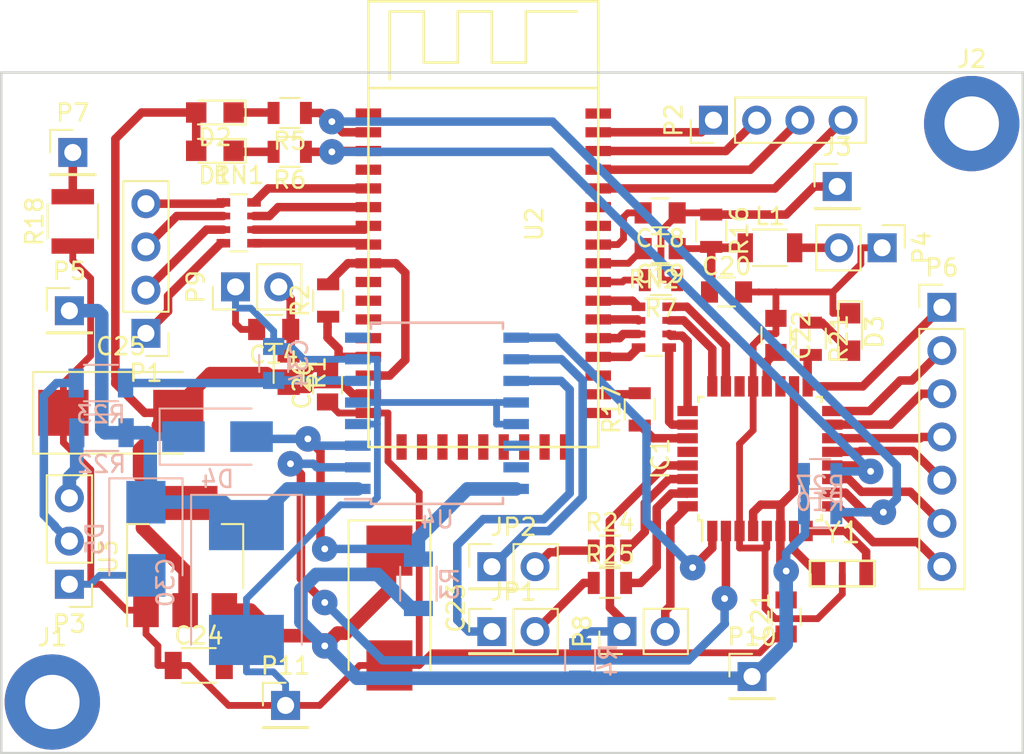
<source format=kicad_pcb>
(kicad_pcb (version 20171130) (host pcbnew "(5.1.12)-1")

  (general
    (thickness 1.6)
    (drawings 4)
    (tracks 479)
    (zones 0)
    (modules 58)
    (nets 66)
  )

  (page A4)
  (title_block
    (title "IBus BT digital module")
    (date 2017-06-01)
    (rev 1)
    (company "the vty")
  )

  (layers
    (0 F.Cu signal)
    (31 B.Cu signal)
    (32 B.Adhes user)
    (33 F.Adhes user)
    (34 B.Paste user)
    (35 F.Paste user)
    (36 B.SilkS user)
    (37 F.SilkS user)
    (38 B.Mask user)
    (39 F.Mask user)
    (40 Dwgs.User user)
    (41 Cmts.User user)
    (42 Eco1.User user)
    (43 Eco2.User user)
    (44 Edge.Cuts user)
    (45 Margin user)
    (46 B.CrtYd user)
    (47 F.CrtYd user)
    (48 B.Fab user hide)
    (49 F.Fab user hide)
  )

  (setup
    (last_trace_width 0.4)
    (user_trace_width 0.5)
    (user_trace_width 0.8)
    (trace_clearance 0.2)
    (zone_clearance 0.508)
    (zone_45_only yes)
    (trace_min 0.2)
    (via_size 1.5)
    (via_drill 0.4)
    (via_min_size 0.4)
    (via_min_drill 0.3)
    (user_via 1.5 0.5)
    (uvia_size 0.3)
    (uvia_drill 0.1)
    (uvias_allowed no)
    (uvia_min_size 0.2)
    (uvia_min_drill 0.1)
    (edge_width 0.15)
    (segment_width 0.2)
    (pcb_text_width 0.3)
    (pcb_text_size 1.5 1.5)
    (mod_edge_width 0.15)
    (mod_text_size 1 1)
    (mod_text_width 0.15)
    (pad_size 1.7 1.7)
    (pad_drill 1)
    (pad_to_mask_clearance 0.2)
    (aux_axis_origin 0 0)
    (visible_elements 7FFFFFFF)
    (pcbplotparams
      (layerselection 0x00030_80000001)
      (usegerberextensions false)
      (usegerberattributes true)
      (usegerberadvancedattributes true)
      (creategerberjobfile true)
      (excludeedgelayer true)
      (linewidth 0.100000)
      (plotframeref false)
      (viasonmask false)
      (mode 1)
      (useauxorigin false)
      (hpglpennumber 1)
      (hpglpenspeed 20)
      (hpglpendiameter 15.000000)
      (psnegative false)
      (psa4output false)
      (plotreference true)
      (plotvalue true)
      (plotinvisibletext false)
      (padsonsilk false)
      (subtractmaskfromsilk false)
      (outputformat 1)
      (mirror false)
      (drillshape 1)
      (scaleselection 1)
      (outputdirectory ""))
  )

  (net 0 "")
  (net 1 "Net-(C14-Pad1)")
  (net 2 GNDD)
  (net 3 "Net-(C19-Pad1)")
  (net 4 +3V3)
  (net 5 "Net-(D1-Pad1)")
  (net 6 "Net-(D2-Pad1)")
  (net 7 "Net-(L1-Pad2)")
  (net 8 "Net-(P1-Pad3)")
  (net 9 "Net-(P1-Pad4)")
  (net 10 "Net-(P3-Pad2)")
  (net 11 "Net-(P3-Pad3)")
  (net 12 "Net-(RN1-Pad7)")
  (net 13 "Net-(RN1-Pad8)")
  (net 14 "Net-(RN1-Pad6)")
  (net 15 "Net-(RN1-Pad5)")
  (net 16 "Net-(P1-Pad1)")
  (net 17 "Net-(P1-Pad2)")
  (net 18 +5V)
  (net 19 "Net-(C22-Pad2)")
  (net 20 "Net-(C34-Pad1)")
  (net 21 "Net-(D3-Pad2)")
  (net 22 "Net-(IC1-Pad7)")
  (net 23 "Net-(IC1-Pad8)")
  (net 24 "Net-(JP1-Pad1)")
  (net 25 "Net-(JP2-Pad1)")
  (net 26 "Net-(R1-Pad2)")
  (net 27 /B+)
  (net 28 /EN12)
  (net 29 /SPK_LP)
  (net 30 /SPK_LN)
  (net 31 /SPK_RP)
  (net 32 /SPK_RN)
  (net 33 "Net-(P7-Pad1)")
  (net 34 /TxDebug)
  (net 35 /RESET)
  (net 36 /MIC_BIAS)
  (net 37 /MIC_AP)
  (net 38 /MIC_AN)
  (net 39 "Net-(D4-Pad2)")
  (net 40 /SENSTA)
  (net 41 /EN)
  (net 42 /PD5)
  (net 43 /LED1)
  (net 44 /LED0)
  (net 45 /PB1)
  (net 46 /PB2)
  (net 47 /PB3-MOSI)
  (net 48 /PB4-MISO)
  (net 49 /PB5-SCK)
  (net 50 /PC0)
  (net 51 /PC1)
  (net 52 /PC2)
  (net 53 /PC3)
  (net 54 /PC4)
  (net 55 /RxD)
  (net 56 /TxD)
  (net 57 "Net-(JP1-Pad2)")
  (net 58 "Net-(JP2-Pad2)")
  (net 59 "Net-(R2-Pad2)")
  (net 60 "Net-(R17-Pad2)")
  (net 61 "Net-(RN2-Pad1)")
  (net 62 "Net-(RN2-Pad3)")
  (net 63 "Net-(RN2-Pad2)")
  (net 64 "Net-(RN2-Pad4)")
  (net 65 "Net-(R7-Pad2)")

  (net_class Default "This is the default net class."
    (clearance 0.2)
    (trace_width 0.4)
    (via_dia 1.5)
    (via_drill 0.4)
    (uvia_dia 0.3)
    (uvia_drill 0.1)
    (add_net +3V3)
    (add_net +5V)
    (add_net /B+)
    (add_net /EN)
    (add_net /EN12)
    (add_net /LED0)
    (add_net /LED1)
    (add_net /MIC_AN)
    (add_net /MIC_AP)
    (add_net /MIC_BIAS)
    (add_net /PB1)
    (add_net /PB2)
    (add_net /PB3-MOSI)
    (add_net /PB4-MISO)
    (add_net /PB5-SCK)
    (add_net /PC0)
    (add_net /PC1)
    (add_net /PC2)
    (add_net /PC3)
    (add_net /PC4)
    (add_net /PD5)
    (add_net /RESET)
    (add_net /RxD)
    (add_net /SENSTA)
    (add_net /SPK_LN)
    (add_net /SPK_LP)
    (add_net /SPK_RN)
    (add_net /SPK_RP)
    (add_net /TxD)
    (add_net /TxDebug)
    (add_net GNDD)
    (add_net "Net-(C14-Pad1)")
    (add_net "Net-(C19-Pad1)")
    (add_net "Net-(C22-Pad2)")
    (add_net "Net-(C34-Pad1)")
    (add_net "Net-(D1-Pad1)")
    (add_net "Net-(D2-Pad1)")
    (add_net "Net-(D3-Pad2)")
    (add_net "Net-(D4-Pad2)")
    (add_net "Net-(IC1-Pad7)")
    (add_net "Net-(IC1-Pad8)")
    (add_net "Net-(JP1-Pad1)")
    (add_net "Net-(JP1-Pad2)")
    (add_net "Net-(JP2-Pad1)")
    (add_net "Net-(JP2-Pad2)")
    (add_net "Net-(L1-Pad2)")
    (add_net "Net-(P1-Pad1)")
    (add_net "Net-(P1-Pad2)")
    (add_net "Net-(P1-Pad3)")
    (add_net "Net-(P1-Pad4)")
    (add_net "Net-(P3-Pad2)")
    (add_net "Net-(P3-Pad3)")
    (add_net "Net-(P7-Pad1)")
    (add_net "Net-(R1-Pad2)")
    (add_net "Net-(R17-Pad2)")
    (add_net "Net-(R2-Pad2)")
    (add_net "Net-(R7-Pad2)")
    (add_net "Net-(RN1-Pad5)")
    (add_net "Net-(RN1-Pad6)")
    (add_net "Net-(RN1-Pad7)")
    (add_net "Net-(RN1-Pad8)")
    (add_net "Net-(RN2-Pad1)")
    (add_net "Net-(RN2-Pad2)")
    (add_net "Net-(RN2-Pad3)")
    (add_net "Net-(RN2-Pad4)")
  )

  (module TO_SOT_Packages_SMD:SOT-223 (layer F.Cu) (tedit 58CE4E7E) (tstamp 590A2690)
    (at 132.3 104.25 90)
    (descr "module CMS SOT223 4 pins")
    (tags "CMS SOT")
    (path /590A4B02)
    (attr smd)
    (fp_text reference U3 (at 0 -4.5 90) (layer F.SilkS)
      (effects (font (size 1 1) (thickness 0.15)))
    )
    (fp_text value LD1117S33CTR (at 0 4.5 90) (layer F.Fab)
      (effects (font (size 1 1) (thickness 0.15)))
    )
    (fp_line (start 1.85 -3.35) (end 1.85 3.35) (layer F.Fab) (width 0.1))
    (fp_line (start -1.85 3.35) (end 1.85 3.35) (layer F.Fab) (width 0.1))
    (fp_line (start -4.1 -3.41) (end 1.91 -3.41) (layer F.SilkS) (width 0.12))
    (fp_line (start -0.8 -3.35) (end 1.85 -3.35) (layer F.Fab) (width 0.1))
    (fp_line (start -1.85 3.41) (end 1.91 3.41) (layer F.SilkS) (width 0.12))
    (fp_line (start -1.85 -2.3) (end -1.85 3.35) (layer F.Fab) (width 0.1))
    (fp_line (start -4.4 -3.6) (end -4.4 3.6) (layer F.CrtYd) (width 0.05))
    (fp_line (start -4.4 3.6) (end 4.4 3.6) (layer F.CrtYd) (width 0.05))
    (fp_line (start 4.4 3.6) (end 4.4 -3.6) (layer F.CrtYd) (width 0.05))
    (fp_line (start 4.4 -3.6) (end -4.4 -3.6) (layer F.CrtYd) (width 0.05))
    (fp_line (start 1.91 -3.41) (end 1.91 -2.15) (layer F.SilkS) (width 0.12))
    (fp_line (start 1.91 3.41) (end 1.91 2.15) (layer F.SilkS) (width 0.12))
    (fp_line (start -1.85 -2.3) (end -0.8 -3.35) (layer F.Fab) (width 0.1))
    (fp_text user %R (at 0 0 90) (layer F.Fab)
      (effects (font (size 0.8 0.8) (thickness 0.12)))
    )
    (pad 4 smd rect (at 3.15 0 90) (size 2 3.8) (layers F.Cu F.Paste F.Mask))
    (pad 2 smd rect (at -3.15 0 90) (size 2 1.5) (layers F.Cu F.Paste F.Mask)
      (net 4 +3V3))
    (pad 3 smd rect (at -3.15 2.3 90) (size 2 1.5) (layers F.Cu F.Paste F.Mask)
      (net 18 +5V))
    (pad 1 smd rect (at -3.15 -2.3 90) (size 2 1.5) (layers F.Cu F.Paste F.Mask)
      (net 2 GNDD))
    (model ${KISYS3DMOD}/TO_SOT_Packages_SMD.3dshapes/SOT-223.wrl
      (at (xyz 0 0 0))
      (scale (xyz 1 1 1))
      (rotate (xyz 0 0 0))
    )
  )

  (module Capacitors_Tantalum_SMD:CP_Tantalum_Case-D_EIA-7343-31_Wave (layer F.Cu) (tedit 57B6E980) (tstamp 590A2505)
    (at 144.3 107.275 270)
    (descr "Tantalum capacitor, Case D, EIA 7343-31, 7.3x4.3x2.8mm, Wave soldering footprint")
    (tags "capacitor tantalum smd")
    (path /59093D05)
    (attr smd)
    (fp_text reference C23 (at 0 -3.9 270) (layer F.SilkS)
      (effects (font (size 1 1) (thickness 0.15)))
    )
    (fp_text value 22u (at 0 3.9 270) (layer F.Fab)
      (effects (font (size 1 1) (thickness 0.15)))
    )
    (fp_line (start -5.15 -2.4) (end -5.15 2.4) (layer F.SilkS) (width 0.12))
    (fp_line (start -5.15 2.4) (end 3.65 2.4) (layer F.SilkS) (width 0.12))
    (fp_line (start -5.15 -2.4) (end 3.65 -2.4) (layer F.SilkS) (width 0.12))
    (fp_line (start -2.555 -2.15) (end -2.555 2.15) (layer F.Fab) (width 0.1))
    (fp_line (start -2.92 -2.15) (end -2.92 2.15) (layer F.Fab) (width 0.1))
    (fp_line (start 3.65 -2.15) (end -3.65 -2.15) (layer F.Fab) (width 0.1))
    (fp_line (start 3.65 2.15) (end 3.65 -2.15) (layer F.Fab) (width 0.1))
    (fp_line (start -3.65 2.15) (end 3.65 2.15) (layer F.Fab) (width 0.1))
    (fp_line (start -3.65 -2.15) (end -3.65 2.15) (layer F.Fab) (width 0.1))
    (fp_line (start 5.25 -2.5) (end -5.25 -2.5) (layer F.CrtYd) (width 0.05))
    (fp_line (start 5.25 2.5) (end 5.25 -2.5) (layer F.CrtYd) (width 0.05))
    (fp_line (start -5.25 2.5) (end 5.25 2.5) (layer F.CrtYd) (width 0.05))
    (fp_line (start -5.25 -2.5) (end -5.25 2.5) (layer F.CrtYd) (width 0.05))
    (pad 1 smd rect (at -3.375 0 270) (size 2.95 2.7) (layers F.Cu F.Paste F.Mask)
      (net 18 +5V))
    (pad 2 smd rect (at 3.375 0 270) (size 2.95 2.7) (layers F.Cu F.Paste F.Mask)
      (net 2 GNDD))
    (model Capacitors_Tantalum_SMD.3dshapes/CP_Tantalum_Case-D_EIA-7343-31.wrl
      (at (xyz 0 0 0))
      (scale (xyz 1 1 1))
      (rotate (xyz 0 0 0))
    )
  )

  (module Resistors_SMD:R_1206 (layer B.Cu) (tedit 58E0A804) (tstamp 5932EABF)
    (at 127.35 94.05)
    (descr "Resistor SMD 1206, reflow soldering, Vishay (see dcrcw.pdf)")
    (tags "resistor 1206")
    (path /592D70D5)
    (attr smd)
    (fp_text reference R23 (at 0 1.85) (layer B.SilkS)
      (effects (font (size 1 1) (thickness 0.15)) (justify mirror))
    )
    (fp_text value 10 (at 0 -1.95) (layer B.Fab)
      (effects (font (size 1 1) (thickness 0.15)) (justify mirror))
    )
    (fp_line (start 2.15 -1.1) (end -2.15 -1.1) (layer B.CrtYd) (width 0.05))
    (fp_line (start 2.15 -1.1) (end 2.15 1.11) (layer B.CrtYd) (width 0.05))
    (fp_line (start -2.15 1.11) (end -2.15 -1.1) (layer B.CrtYd) (width 0.05))
    (fp_line (start -2.15 1.11) (end 2.15 1.11) (layer B.CrtYd) (width 0.05))
    (fp_line (start -1 1.07) (end 1 1.07) (layer B.SilkS) (width 0.12))
    (fp_line (start 1 -1.07) (end -1 -1.07) (layer B.SilkS) (width 0.12))
    (fp_line (start -1.6 0.8) (end 1.6 0.8) (layer B.Fab) (width 0.1))
    (fp_line (start 1.6 0.8) (end 1.6 -0.8) (layer B.Fab) (width 0.1))
    (fp_line (start 1.6 -0.8) (end -1.6 -0.8) (layer B.Fab) (width 0.1))
    (fp_line (start -1.6 -0.8) (end -1.6 0.8) (layer B.Fab) (width 0.1))
    (fp_text user %R (at 0 0) (layer B.Fab)
      (effects (font (size 0.7 0.7) (thickness 0.105)) (justify mirror))
    )
    (pad 1 smd rect (at -1.45 0) (size 0.9 1.7) (layers B.Cu B.Paste B.Mask)
      (net 10 "Net-(P3-Pad2)"))
    (pad 2 smd rect (at 1.45 0) (size 0.9 1.7) (layers B.Cu B.Paste B.Mask)
      (net 20 "Net-(C34-Pad1)"))
    (model ${KISYS3DMOD}/Resistors_SMD.3dshapes/R_1206.wrl
      (at (xyz 0 0 0))
      (scale (xyz 1 1 1))
      (rotate (xyz 0 0 0))
    )
  )

  (module Pin_Headers:Pin_Header_Straight_2x01_Pitch2.54mm (layer F.Cu) (tedit 58CD4EC5) (tstamp 5932F44D)
    (at 150.316 108.656)
    (descr "Through hole straight pin header, 2x01, 2.54mm pitch, double rows")
    (tags "Through hole pin header THT 2x01 2.54mm double row")
    (path /592D1570)
    (fp_text reference JP1 (at 1.27 -2.33) (layer F.SilkS)
      (effects (font (size 1 1) (thickness 0.15)))
    )
    (fp_text value Tx (at 1.27 2.33) (layer F.Fab)
      (effects (font (size 1 1) (thickness 0.15)))
    )
    (fp_line (start 4.35 -1.8) (end -1.8 -1.8) (layer F.CrtYd) (width 0.05))
    (fp_line (start 4.35 1.8) (end 4.35 -1.8) (layer F.CrtYd) (width 0.05))
    (fp_line (start -1.8 1.8) (end 4.35 1.8) (layer F.CrtYd) (width 0.05))
    (fp_line (start -1.8 -1.8) (end -1.8 1.8) (layer F.CrtYd) (width 0.05))
    (fp_line (start -1.33 -1.33) (end 0 -1.33) (layer F.SilkS) (width 0.12))
    (fp_line (start -1.33 0) (end -1.33 -1.33) (layer F.SilkS) (width 0.12))
    (fp_line (start 1.27 1.27) (end -1.33 1.27) (layer F.SilkS) (width 0.12))
    (fp_line (start 1.27 -1.33) (end 1.27 1.27) (layer F.SilkS) (width 0.12))
    (fp_line (start 3.87 -1.33) (end 1.27 -1.33) (layer F.SilkS) (width 0.12))
    (fp_line (start 3.87 1.33) (end 3.87 -1.33) (layer F.SilkS) (width 0.12))
    (fp_line (start -1.33 1.33) (end 3.87 1.33) (layer F.SilkS) (width 0.12))
    (fp_line (start -1.33 1.27) (end -1.33 1.33) (layer F.SilkS) (width 0.12))
    (fp_line (start 3.81 -1.27) (end -1.27 -1.27) (layer F.Fab) (width 0.1))
    (fp_line (start 3.81 1.27) (end 3.81 -1.27) (layer F.Fab) (width 0.1))
    (fp_line (start -1.27 1.27) (end 3.81 1.27) (layer F.Fab) (width 0.1))
    (fp_line (start -1.27 -1.27) (end -1.27 1.27) (layer F.Fab) (width 0.1))
    (fp_text user %R (at 1.27 -2.33) (layer F.Fab)
      (effects (font (size 1 1) (thickness 0.15)))
    )
    (pad 1 thru_hole rect (at 0 0) (size 1.7 1.7) (drill 1) (layers *.Cu *.Mask)
      (net 24 "Net-(JP1-Pad1)"))
    (pad 2 thru_hole oval (at 2.54 0) (size 1.7 1.7) (drill 1) (layers *.Cu *.Mask)
      (net 57 "Net-(JP1-Pad2)"))
    (model ${KISYS3DMOD}/Pin_Headers.3dshapes/Pin_Header_Straight_2x01_Pitch2.54mm.wrl
      (offset (xyz 1.269999980926514 0 0))
      (scale (xyz 1 1 1))
      (rotate (xyz 0 0 90))
    )
  )

  (module Resistors_SMD:R_Array_Convex_4x0603 (layer F.Cu) (tedit 58E0A8B2) (tstamp 590A2641)
    (at 159.83 90.768)
    (descr "Chip Resistor Network, ROHM MNR14 (see mnr_g.pdf)")
    (tags "resistor array")
    (path /59064703)
    (attr smd)
    (fp_text reference RN2 (at 0 -2.8) (layer F.SilkS)
      (effects (font (size 1 1) (thickness 0.15)))
    )
    (fp_text value 8.2k (at 0 2.8) (layer F.Fab)
      (effects (font (size 1 1) (thickness 0.15)))
    )
    (fp_line (start 1.55 1.85) (end -1.55 1.85) (layer F.CrtYd) (width 0.05))
    (fp_line (start 1.55 1.85) (end 1.55 -1.85) (layer F.CrtYd) (width 0.05))
    (fp_line (start -1.55 -1.85) (end -1.55 1.85) (layer F.CrtYd) (width 0.05))
    (fp_line (start -1.55 -1.85) (end 1.55 -1.85) (layer F.CrtYd) (width 0.05))
    (fp_line (start 0.5 -1.68) (end -0.5 -1.68) (layer F.SilkS) (width 0.12))
    (fp_line (start 0.5 1.68) (end -0.5 1.68) (layer F.SilkS) (width 0.12))
    (fp_line (start -0.8 1.6) (end -0.8 -1.6) (layer F.Fab) (width 0.1))
    (fp_line (start 0.8 1.6) (end -0.8 1.6) (layer F.Fab) (width 0.1))
    (fp_line (start 0.8 -1.6) (end 0.8 1.6) (layer F.Fab) (width 0.1))
    (fp_line (start -0.8 -1.6) (end 0.8 -1.6) (layer F.Fab) (width 0.1))
    (fp_text user %R (at 0 0 90) (layer F.Fab)
      (effects (font (size 0.5 0.5) (thickness 0.075)))
    )
    (pad 1 smd rect (at -0.9 -1.2) (size 0.8 0.5) (layers F.Cu F.Paste F.Mask)
      (net 61 "Net-(RN2-Pad1)"))
    (pad 3 smd rect (at -0.9 0.4) (size 0.8 0.4) (layers F.Cu F.Paste F.Mask)
      (net 62 "Net-(RN2-Pad3)"))
    (pad 2 smd rect (at -0.9 -0.4) (size 0.8 0.4) (layers F.Cu F.Paste F.Mask)
      (net 63 "Net-(RN2-Pad2)"))
    (pad 4 smd rect (at -0.9 1.2) (size 0.8 0.5) (layers F.Cu F.Paste F.Mask)
      (net 64 "Net-(RN2-Pad4)"))
    (pad 7 smd rect (at 0.9 -0.4) (size 0.8 0.4) (layers F.Cu F.Paste F.Mask)
      (net 51 /PC1))
    (pad 8 smd rect (at 0.9 -1.2) (size 0.8 0.5) (layers F.Cu F.Paste F.Mask)
      (net 50 /PC0))
    (pad 6 smd rect (at 0.9 0.4) (size 0.8 0.4) (layers F.Cu F.Paste F.Mask)
      (net 52 /PC2))
    (pad 5 smd rect (at 0.9 1.2) (size 0.8 0.5) (layers F.Cu F.Paste F.Mask)
      (net 53 /PC3))
    (model ${KISYS3DMOD}/Resistors_SMD.3dshapes/R_Array_Convex_4x0603.wrl
      (at (xyz 0 0 0))
      (scale (xyz 1 1 1))
      (rotate (xyz 0 0 0))
    )
  )

  (module Capacitors_SMD:C_0805 (layer F.Cu) (tedit 58AA8463) (tstamp 590A24F3)
    (at 160.2 84.05 180)
    (descr "Capacitor SMD 0805, reflow soldering, AVX (see smccp.pdf)")
    (tags "capacitor 0805")
    (path /590612C4)
    (attr smd)
    (fp_text reference C18 (at 0 -1.5 180) (layer F.SilkS)
      (effects (font (size 1 1) (thickness 0.15)))
    )
    (fp_text value 100n (at 0 1.75 180) (layer F.Fab)
      (effects (font (size 1 1) (thickness 0.15)))
    )
    (fp_line (start 1.75 0.87) (end -1.75 0.87) (layer F.CrtYd) (width 0.05))
    (fp_line (start 1.75 0.87) (end 1.75 -0.88) (layer F.CrtYd) (width 0.05))
    (fp_line (start -1.75 -0.88) (end -1.75 0.87) (layer F.CrtYd) (width 0.05))
    (fp_line (start -1.75 -0.88) (end 1.75 -0.88) (layer F.CrtYd) (width 0.05))
    (fp_line (start -0.5 0.85) (end 0.5 0.85) (layer F.SilkS) (width 0.12))
    (fp_line (start 0.5 -0.85) (end -0.5 -0.85) (layer F.SilkS) (width 0.12))
    (fp_line (start -1 -0.62) (end 1 -0.62) (layer F.Fab) (width 0.1))
    (fp_line (start 1 -0.62) (end 1 0.62) (layer F.Fab) (width 0.1))
    (fp_line (start 1 0.62) (end -1 0.62) (layer F.Fab) (width 0.1))
    (fp_line (start -1 0.62) (end -1 -0.62) (layer F.Fab) (width 0.1))
    (fp_text user %R (at 0 -1.5 180) (layer F.Fab)
      (effects (font (size 1 1) (thickness 0.15)))
    )
    (pad 1 smd rect (at -1 0 180) (size 1 1.25) (layers F.Cu F.Paste F.Mask)
      (net 36 /MIC_BIAS))
    (pad 2 smd rect (at 1 0 180) (size 1 1.25) (layers F.Cu F.Paste F.Mask)
      (net 37 /MIC_AP))
    (model Capacitors_SMD.3dshapes/C_0805.wrl
      (at (xyz 0 0 0))
      (scale (xyz 1 1 1))
      (rotate (xyz 0 0 0))
    )
  )

  (module Capacitors_SMD:C_0805 (layer F.Cu) (tedit 58AA8463) (tstamp 590A24F9)
    (at 160.2 86.15 180)
    (descr "Capacitor SMD 0805, reflow soldering, AVX (see smccp.pdf)")
    (tags "capacitor 0805")
    (path /5906127F)
    (attr smd)
    (fp_text reference C19 (at 0 -1.5 180) (layer F.SilkS)
      (effects (font (size 1 1) (thickness 0.15)))
    )
    (fp_text value 100n (at 0 1.75 180) (layer F.Fab)
      (effects (font (size 1 1) (thickness 0.15)))
    )
    (fp_line (start 1.75 0.87) (end -1.75 0.87) (layer F.CrtYd) (width 0.05))
    (fp_line (start 1.75 0.87) (end 1.75 -0.88) (layer F.CrtYd) (width 0.05))
    (fp_line (start -1.75 -0.88) (end -1.75 0.87) (layer F.CrtYd) (width 0.05))
    (fp_line (start -1.75 -0.88) (end 1.75 -0.88) (layer F.CrtYd) (width 0.05))
    (fp_line (start -0.5 0.85) (end 0.5 0.85) (layer F.SilkS) (width 0.12))
    (fp_line (start 0.5 -0.85) (end -0.5 -0.85) (layer F.SilkS) (width 0.12))
    (fp_line (start -1 -0.62) (end 1 -0.62) (layer F.Fab) (width 0.1))
    (fp_line (start 1 -0.62) (end 1 0.62) (layer F.Fab) (width 0.1))
    (fp_line (start 1 0.62) (end -1 0.62) (layer F.Fab) (width 0.1))
    (fp_line (start -1 0.62) (end -1 -0.62) (layer F.Fab) (width 0.1))
    (fp_text user %R (at 0 -1.5 180) (layer F.Fab)
      (effects (font (size 1 1) (thickness 0.15)))
    )
    (pad 1 smd rect (at -1 0 180) (size 1 1.25) (layers F.Cu F.Paste F.Mask)
      (net 3 "Net-(C19-Pad1)"))
    (pad 2 smd rect (at 1 0 180) (size 1 1.25) (layers F.Cu F.Paste F.Mask)
      (net 38 /MIC_AN))
    (model Capacitors_SMD.3dshapes/C_0805.wrl
      (at (xyz 0 0 0))
      (scale (xyz 1 1 1))
      (rotate (xyz 0 0 0))
    )
  )

  (module Resistors_SMD:R_1206 (layer F.Cu) (tedit 58E0A804) (tstamp 590A2565)
    (at 166.65 86.1)
    (descr "Resistor SMD 1206, reflow soldering, Vishay (see dcrcw.pdf)")
    (tags "resistor 1206")
    (path /5906116F)
    (attr smd)
    (fp_text reference L1 (at 0 -1.85) (layer F.SilkS)
      (effects (font (size 1 1) (thickness 0.15)))
    )
    (fp_text value 15n (at 0 1.95) (layer F.Fab)
      (effects (font (size 1 1) (thickness 0.15)))
    )
    (fp_line (start 2.15 1.1) (end -2.15 1.1) (layer F.CrtYd) (width 0.05))
    (fp_line (start 2.15 1.1) (end 2.15 -1.11) (layer F.CrtYd) (width 0.05))
    (fp_line (start -2.15 -1.11) (end -2.15 1.1) (layer F.CrtYd) (width 0.05))
    (fp_line (start -2.15 -1.11) (end 2.15 -1.11) (layer F.CrtYd) (width 0.05))
    (fp_line (start -1 -1.07) (end 1 -1.07) (layer F.SilkS) (width 0.12))
    (fp_line (start 1 1.07) (end -1 1.07) (layer F.SilkS) (width 0.12))
    (fp_line (start -1.6 -0.8) (end 1.6 -0.8) (layer F.Fab) (width 0.1))
    (fp_line (start 1.6 -0.8) (end 1.6 0.8) (layer F.Fab) (width 0.1))
    (fp_line (start 1.6 0.8) (end -1.6 0.8) (layer F.Fab) (width 0.1))
    (fp_line (start -1.6 0.8) (end -1.6 -0.8) (layer F.Fab) (width 0.1))
    (fp_text user %R (at 0 0) (layer F.Fab)
      (effects (font (size 0.7 0.7) (thickness 0.105)))
    )
    (pad 1 smd rect (at -1.45 0) (size 0.9 1.7) (layers F.Cu F.Paste F.Mask)
      (net 3 "Net-(C19-Pad1)"))
    (pad 2 smd rect (at 1.45 0) (size 0.9 1.7) (layers F.Cu F.Paste F.Mask)
      (net 7 "Net-(L1-Pad2)"))
    (model ${KISYS3DMOD}/Resistors_SMD.3dshapes/R_1206.wrl
      (at (xyz 0 0 0))
      (scale (xyz 1 1 1))
      (rotate (xyz 0 0 0))
    )
  )

  (module Capacitors_SMD:C_0805 (layer F.Cu) (tedit 58AA8463) (tstamp 590A24FF)
    (at 164.1 88.7)
    (descr "Capacitor SMD 0805, reflow soldering, AVX (see smccp.pdf)")
    (tags "capacitor 0805")
    (path /5906121C)
    (attr smd)
    (fp_text reference C20 (at 0 -1.5) (layer F.SilkS)
      (effects (font (size 1 1) (thickness 0.15)))
    )
    (fp_text value 15p (at 0 1.75) (layer F.Fab)
      (effects (font (size 1 1) (thickness 0.15)))
    )
    (fp_line (start 1.75 0.87) (end -1.75 0.87) (layer F.CrtYd) (width 0.05))
    (fp_line (start 1.75 0.87) (end 1.75 -0.88) (layer F.CrtYd) (width 0.05))
    (fp_line (start -1.75 -0.88) (end -1.75 0.87) (layer F.CrtYd) (width 0.05))
    (fp_line (start -1.75 -0.88) (end 1.75 -0.88) (layer F.CrtYd) (width 0.05))
    (fp_line (start -0.5 0.85) (end 0.5 0.85) (layer F.SilkS) (width 0.12))
    (fp_line (start 0.5 -0.85) (end -0.5 -0.85) (layer F.SilkS) (width 0.12))
    (fp_line (start -1 -0.62) (end 1 -0.62) (layer F.Fab) (width 0.1))
    (fp_line (start 1 -0.62) (end 1 0.62) (layer F.Fab) (width 0.1))
    (fp_line (start 1 0.62) (end -1 0.62) (layer F.Fab) (width 0.1))
    (fp_line (start -1 0.62) (end -1 -0.62) (layer F.Fab) (width 0.1))
    (fp_text user %R (at 0 -1.5) (layer F.Fab)
      (effects (font (size 1 1) (thickness 0.15)))
    )
    (pad 1 smd rect (at -1 0) (size 1 1.25) (layers F.Cu F.Paste F.Mask)
      (net 3 "Net-(C19-Pad1)"))
    (pad 2 smd rect (at 1 0) (size 1 1.25) (layers F.Cu F.Paste F.Mask)
      (net 2 GNDD))
    (model Capacitors_SMD.3dshapes/C_0805.wrl
      (at (xyz 0 0 0))
      (scale (xyz 1 1 1))
      (rotate (xyz 0 0 0))
    )
  )

  (module Resistors_SMD:R_0805 (layer F.Cu) (tedit 58E0A804) (tstamp 590A2611)
    (at 163.2 85.1 270)
    (descr "Resistor SMD 0805, reflow soldering, Vishay (see dcrcw.pdf)")
    (tags "resistor 0805")
    (path /590613F9)
    (attr smd)
    (fp_text reference R16 (at 0 -1.65 270) (layer F.SilkS)
      (effects (font (size 1 1) (thickness 0.15)))
    )
    (fp_text value 1k (at 0 1.75 270) (layer F.Fab)
      (effects (font (size 1 1) (thickness 0.15)))
    )
    (fp_line (start 1.55 0.9) (end -1.55 0.9) (layer F.CrtYd) (width 0.05))
    (fp_line (start 1.55 0.9) (end 1.55 -0.9) (layer F.CrtYd) (width 0.05))
    (fp_line (start -1.55 -0.9) (end -1.55 0.9) (layer F.CrtYd) (width 0.05))
    (fp_line (start -1.55 -0.9) (end 1.55 -0.9) (layer F.CrtYd) (width 0.05))
    (fp_line (start -0.6 -0.88) (end 0.6 -0.88) (layer F.SilkS) (width 0.12))
    (fp_line (start 0.6 0.88) (end -0.6 0.88) (layer F.SilkS) (width 0.12))
    (fp_line (start -1 -0.62) (end 1 -0.62) (layer F.Fab) (width 0.1))
    (fp_line (start 1 -0.62) (end 1 0.62) (layer F.Fab) (width 0.1))
    (fp_line (start 1 0.62) (end -1 0.62) (layer F.Fab) (width 0.1))
    (fp_line (start -1 0.62) (end -1 -0.62) (layer F.Fab) (width 0.1))
    (fp_text user %R (at 0 0 270) (layer F.Fab)
      (effects (font (size 0.5 0.5) (thickness 0.075)))
    )
    (pad 1 smd rect (at -0.95 0 270) (size 0.7 1.3) (layers F.Cu F.Paste F.Mask)
      (net 36 /MIC_BIAS))
    (pad 2 smd rect (at 0.95 0 270) (size 0.7 1.3) (layers F.Cu F.Paste F.Mask)
      (net 3 "Net-(C19-Pad1)"))
    (model ${KISYS3DMOD}/Resistors_SMD.3dshapes/R_0805.wrl
      (at (xyz 0 0 0))
      (scale (xyz 1 1 1))
      (rotate (xyz 0 0 0))
    )
  )

  (module CSR8645:CSR8645 (layer F.Cu) (tedit 5905F1F1) (tstamp 590A2688)
    (at 149.814 84.712 270)
    (descr CSR8645)
    (path /5905D966)
    (fp_text reference U2 (at 0 -3 270) (layer F.SilkS)
      (effects (font (size 1 1) (thickness 0.15)))
    )
    (fp_text value CSR8645 (at 1.5 3 270) (layer F.Fab)
      (effects (font (size 1 1) (thickness 0.15)))
    )
    (fp_line (start -8 -6.75) (end -8 6.75) (layer F.SilkS) (width 0.15))
    (fp_line (start 13.1 -6.75) (end -13.1 -6.75) (layer F.SilkS) (width 0.15))
    (fp_line (start 13.1 6.75) (end 13.1 -6.75) (layer F.SilkS) (width 0.15))
    (fp_line (start -13.1 6.75) (end 13.1 6.75) (layer F.SilkS) (width 0.15))
    (fp_line (start -13.1 -6.75) (end -13.1 6.75) (layer F.SilkS) (width 0.15))
    (fp_line (start -8.5 5.5) (end -12.5 5.5) (layer F.SilkS) (width 0.15))
    (fp_line (start -12.5 5.5) (end -12.5 3.5) (layer F.SilkS) (width 0.15))
    (fp_line (start -12.5 3.5) (end -9.5 3.5) (layer F.SilkS) (width 0.15))
    (fp_line (start -9.5 3.5) (end -9.5 1.5) (layer F.SilkS) (width 0.15))
    (fp_line (start -9.5 1.5) (end -12.5 1.5) (layer F.SilkS) (width 0.15))
    (fp_line (start -12.5 1.5) (end -12.5 -0.5) (layer F.SilkS) (width 0.15))
    (fp_line (start -12.5 -0.5) (end -9.5 -0.5) (layer F.SilkS) (width 0.15))
    (fp_line (start -9.5 -0.5) (end -9.5 -2.5) (layer F.SilkS) (width 0.15))
    (fp_line (start -9.5 -2.5) (end -12.5 -2.5) (layer F.SilkS) (width 0.15))
    (fp_line (start -12.5 -2.5) (end -12.5 -5.5) (layer F.SilkS) (width 0.15))
    (pad 1 smd rect (at -6.5 6.75 270) (size 0.6 1.5) (layers F.Cu F.Paste F.Mask))
    (pad 2 smd rect (at -5.4 6.75 270) (size 0.6 1.5) (layers F.Cu F.Paste F.Mask)
      (net 43 /LED1))
    (pad 3 smd rect (at -4.3 6.75 270) (size 0.6 1.5) (layers F.Cu F.Paste F.Mask)
      (net 44 /LED0))
    (pad 4 smd rect (at -3.2 6.75 270) (size 0.6 1.5) (layers F.Cu F.Paste F.Mask))
    (pad 5 smd rect (at -2.1 6.75 270) (size 0.6 1.5) (layers F.Cu F.Paste F.Mask)
      (net 13 "Net-(RN1-Pad8)"))
    (pad 6 smd rect (at -1 6.75 270) (size 0.6 1.5) (layers F.Cu F.Paste F.Mask)
      (net 12 "Net-(RN1-Pad7)"))
    (pad 7 smd rect (at 0.1 6.75 270) (size 0.6 1.5) (layers F.Cu F.Paste F.Mask)
      (net 14 "Net-(RN1-Pad6)"))
    (pad 8 smd rect (at 1.2 6.75 270) (size 0.6 1.5) (layers F.Cu F.Paste F.Mask)
      (net 15 "Net-(RN1-Pad5)"))
    (pad 9 smd rect (at 2.3 6.75 270) (size 0.6 1.5) (layers F.Cu F.Paste F.Mask)
      (net 59 "Net-(R2-Pad2)"))
    (pad 10 smd rect (at 3.4 6.75 270) (size 0.6 1.5) (layers F.Cu F.Paste F.Mask))
    (pad 11 smd rect (at 4.5 6.75 270) (size 0.6 1.5) (layers F.Cu F.Paste F.Mask))
    (pad 12 smd rect (at 5.6 6.75 270) (size 0.6 1.5) (layers F.Cu F.Paste F.Mask))
    (pad 13 smd rect (at 6.7 6.75 270) (size 0.6 1.5) (layers F.Cu F.Paste F.Mask))
    (pad 14 smd rect (at 7.8 6.75 270) (size 0.6 1.5) (layers F.Cu F.Paste F.Mask)
      (net 4 +3V3))
    (pad 15 smd rect (at 8.9 6.75 270) (size 0.6 1.5) (layers F.Cu F.Paste F.Mask)
      (net 59 "Net-(R2-Pad2)"))
    (pad 16 smd rect (at 10 6.75 270) (size 0.6 1.5) (layers F.Cu F.Paste F.Mask)
      (net 26 "Net-(R1-Pad2)"))
    (pad 17 smd rect (at 11.1 6.75 270) (size 0.6 1.5) (layers F.Cu F.Paste F.Mask)
      (net 2 GNDD))
    (pad 43 smd rect (at -6.5 -6.75 270) (size 0.6 1.5) (layers F.Cu F.Paste F.Mask))
    (pad 42 smd rect (at -5.4 -6.75 270) (size 0.6 1.5) (layers F.Cu F.Paste F.Mask)
      (net 29 /SPK_LP))
    (pad 41 smd rect (at -4.3 -6.75 270) (size 0.6 1.5) (layers F.Cu F.Paste F.Mask)
      (net 30 /SPK_LN))
    (pad 40 smd rect (at -3.2 -6.75 270) (size 0.6 1.5) (layers F.Cu F.Paste F.Mask)
      (net 31 /SPK_RP))
    (pad 39 smd rect (at -2.1 -6.75 270) (size 0.6 1.5) (layers F.Cu F.Paste F.Mask)
      (net 32 /SPK_RN))
    (pad 38 smd rect (at -1 -6.75 270) (size 0.6 1.5) (layers F.Cu F.Paste F.Mask))
    (pad 37 smd rect (at 0.1 -6.75 270) (size 0.6 1.5) (layers F.Cu F.Paste F.Mask))
    (pad 36 smd rect (at 1.2 -6.75 270) (size 0.6 1.5) (layers F.Cu F.Paste F.Mask)
      (net 37 /MIC_AP))
    (pad 35 smd rect (at 2.3 -6.75 270) (size 0.6 1.5) (layers F.Cu F.Paste F.Mask)
      (net 38 /MIC_AN))
    (pad 34 smd rect (at 3.4 -6.75 270) (size 0.6 1.5) (layers F.Cu F.Paste F.Mask)
      (net 65 "Net-(R7-Pad2)"))
    (pad 33 smd rect (at 4.5 -6.75 270) (size 0.6 1.5) (layers F.Cu F.Paste F.Mask)
      (net 61 "Net-(RN2-Pad1)"))
    (pad 32 smd rect (at 5.6 -6.75 270) (size 0.6 1.5) (layers F.Cu F.Paste F.Mask)
      (net 63 "Net-(RN2-Pad2)"))
    (pad 31 smd rect (at 6.7 -6.75 270) (size 0.6 1.5) (layers F.Cu F.Paste F.Mask)
      (net 62 "Net-(RN2-Pad3)"))
    (pad 30 smd rect (at 7.8 -6.75 270) (size 0.6 1.5) (layers F.Cu F.Paste F.Mask)
      (net 64 "Net-(RN2-Pad4)"))
    (pad 29 smd rect (at 8.9 -6.75 270) (size 0.6 1.5) (layers F.Cu F.Paste F.Mask))
    (pad 28 smd rect (at 10 -6.75 270) (size 0.6 1.5) (layers F.Cu F.Paste F.Mask)
      (net 60 "Net-(R17-Pad2)"))
    (pad 27 smd rect (at 11.1 -6.75 270) (size 0.6 1.5) (layers F.Cu F.Paste F.Mask))
    (pad 26 smd rect (at 13.1 -4.8 270) (size 1.5 0.6) (layers F.Cu F.Paste F.Mask))
    (pad 25 smd rect (at 13.1 -3.6 270) (size 1.5 0.6) (layers F.Cu F.Paste F.Mask))
    (pad 24 smd rect (at 13.1 -2.4 270) (size 1.5 0.6) (layers F.Cu F.Paste F.Mask))
    (pad 23 smd rect (at 13.1 -1.2 270) (size 1.5 0.6) (layers F.Cu F.Paste F.Mask))
    (pad 22 smd rect (at 13.1 0 270) (size 1.5 0.6) (layers F.Cu F.Paste F.Mask))
    (pad 21 smd rect (at 13.1 1.2 270) (size 1.5 0.6) (layers F.Cu F.Paste F.Mask))
    (pad 20 smd rect (at 13.1 2.4 270) (size 1.5 0.6) (layers F.Cu F.Paste F.Mask))
    (pad 19 smd rect (at 13.1 3.6 270) (size 1.5 0.6) (layers F.Cu F.Paste F.Mask))
    (pad 18 smd rect (at 13.1 4.8 270) (size 1.5 0.6) (layers F.Cu F.Paste F.Mask))
    (model CSR8645.wrl
      (at (xyz 0 0 0))
      (scale (xyz 1 1 1))
      (rotate (xyz 0 0 0))
    )
  )

  (module Capacitors_SMD:C_0805 (layer F.Cu) (tedit 58AA8463) (tstamp 590A24E1)
    (at 137.5 90.9 180)
    (descr "Capacitor SMD 0805, reflow soldering, AVX (see smccp.pdf)")
    (tags "capacitor 0805")
    (path /59063B53)
    (attr smd)
    (fp_text reference C14 (at 0 -1.5 180) (layer F.SilkS)
      (effects (font (size 1 1) (thickness 0.15)))
    )
    (fp_text value 100n (at 0 1.75 180) (layer F.Fab)
      (effects (font (size 1 1) (thickness 0.15)))
    )
    (fp_line (start 1.75 0.87) (end -1.75 0.87) (layer F.CrtYd) (width 0.05))
    (fp_line (start 1.75 0.87) (end 1.75 -0.88) (layer F.CrtYd) (width 0.05))
    (fp_line (start -1.75 -0.88) (end -1.75 0.87) (layer F.CrtYd) (width 0.05))
    (fp_line (start -1.75 -0.88) (end 1.75 -0.88) (layer F.CrtYd) (width 0.05))
    (fp_line (start -0.5 0.85) (end 0.5 0.85) (layer F.SilkS) (width 0.12))
    (fp_line (start 0.5 -0.85) (end -0.5 -0.85) (layer F.SilkS) (width 0.12))
    (fp_line (start -1 -0.62) (end 1 -0.62) (layer F.Fab) (width 0.1))
    (fp_line (start 1 -0.62) (end 1 0.62) (layer F.Fab) (width 0.1))
    (fp_line (start 1 0.62) (end -1 0.62) (layer F.Fab) (width 0.1))
    (fp_line (start -1 0.62) (end -1 -0.62) (layer F.Fab) (width 0.1))
    (fp_text user %R (at 0 -1.5 180) (layer F.Fab)
      (effects (font (size 1 1) (thickness 0.15)))
    )
    (pad 1 smd rect (at -1 0 180) (size 1 1.25) (layers F.Cu F.Paste F.Mask)
      (net 1 "Net-(C14-Pad1)"))
    (pad 2 smd rect (at 1 0 180) (size 1 1.25) (layers F.Cu F.Paste F.Mask)
      (net 2 GNDD))
    (model Capacitors_SMD.3dshapes/C_0805.wrl
      (at (xyz 0 0 0))
      (scale (xyz 1 1 1))
      (rotate (xyz 0 0 0))
    )
  )

  (module Capacitors_SMD:C_1206 (layer F.Cu) (tedit 58AA84B8) (tstamp 590A250B)
    (at 133.1 110.65)
    (descr "Capacitor SMD 1206, reflow soldering, AVX (see smccp.pdf)")
    (tags "capacitor 1206")
    (path /59094B5C)
    (attr smd)
    (fp_text reference C24 (at 0 -1.75) (layer F.SilkS)
      (effects (font (size 1 1) (thickness 0.15)))
    )
    (fp_text value 0.22u (at 0 2) (layer F.Fab)
      (effects (font (size 1 1) (thickness 0.15)))
    )
    (fp_line (start 2.25 1.05) (end -2.25 1.05) (layer F.CrtYd) (width 0.05))
    (fp_line (start 2.25 1.05) (end 2.25 -1.05) (layer F.CrtYd) (width 0.05))
    (fp_line (start -2.25 -1.05) (end -2.25 1.05) (layer F.CrtYd) (width 0.05))
    (fp_line (start -2.25 -1.05) (end 2.25 -1.05) (layer F.CrtYd) (width 0.05))
    (fp_line (start -1 1.02) (end 1 1.02) (layer F.SilkS) (width 0.12))
    (fp_line (start 1 -1.02) (end -1 -1.02) (layer F.SilkS) (width 0.12))
    (fp_line (start -1.6 -0.8) (end 1.6 -0.8) (layer F.Fab) (width 0.1))
    (fp_line (start 1.6 -0.8) (end 1.6 0.8) (layer F.Fab) (width 0.1))
    (fp_line (start 1.6 0.8) (end -1.6 0.8) (layer F.Fab) (width 0.1))
    (fp_line (start -1.6 0.8) (end -1.6 -0.8) (layer F.Fab) (width 0.1))
    (fp_text user %R (at 0 -1.75) (layer F.Fab)
      (effects (font (size 1 1) (thickness 0.15)))
    )
    (pad 1 smd rect (at -1.5 0) (size 1 1.6) (layers F.Cu F.Paste F.Mask)
      (net 2 GNDD))
    (pad 2 smd rect (at 1.5 0) (size 1 1.6) (layers F.Cu F.Paste F.Mask)
      (net 18 +5V))
    (model Capacitors_SMD.3dshapes/C_1206.wrl
      (at (xyz 0 0 0))
      (scale (xyz 1 1 1))
      (rotate (xyz 0 0 0))
    )
  )

  (module Capacitors_SMD:C_0805 (layer F.Cu) (tedit 58AA8463) (tstamp 590A2517)
    (at 140.664 94.162 90)
    (descr "Capacitor SMD 0805, reflow soldering, AVX (see smccp.pdf)")
    (tags "capacitor 0805")
    (path /59095761)
    (attr smd)
    (fp_text reference C26 (at 0 -1.5 90) (layer F.SilkS)
      (effects (font (size 1 1) (thickness 0.15)))
    )
    (fp_text value 0.22u (at 0 1.75 90) (layer F.Fab)
      (effects (font (size 1 1) (thickness 0.15)))
    )
    (fp_line (start 1.75 0.87) (end -1.75 0.87) (layer F.CrtYd) (width 0.05))
    (fp_line (start 1.75 0.87) (end 1.75 -0.88) (layer F.CrtYd) (width 0.05))
    (fp_line (start -1.75 -0.88) (end -1.75 0.87) (layer F.CrtYd) (width 0.05))
    (fp_line (start -1.75 -0.88) (end 1.75 -0.88) (layer F.CrtYd) (width 0.05))
    (fp_line (start -0.5 0.85) (end 0.5 0.85) (layer F.SilkS) (width 0.12))
    (fp_line (start 0.5 -0.85) (end -0.5 -0.85) (layer F.SilkS) (width 0.12))
    (fp_line (start -1 -0.62) (end 1 -0.62) (layer F.Fab) (width 0.1))
    (fp_line (start 1 -0.62) (end 1 0.62) (layer F.Fab) (width 0.1))
    (fp_line (start 1 0.62) (end -1 0.62) (layer F.Fab) (width 0.1))
    (fp_line (start -1 0.62) (end -1 -0.62) (layer F.Fab) (width 0.1))
    (fp_text user %R (at 0 -1.5 90) (layer F.Fab)
      (effects (font (size 1 1) (thickness 0.15)))
    )
    (pad 1 smd rect (at -1 0 90) (size 1 1.25) (layers F.Cu F.Paste F.Mask)
      (net 2 GNDD))
    (pad 2 smd rect (at 1 0 90) (size 1 1.25) (layers F.Cu F.Paste F.Mask)
      (net 4 +3V3))
    (model Capacitors_SMD.3dshapes/C_0805.wrl
      (at (xyz 0 0 0))
      (scale (xyz 1 1 1))
      (rotate (xyz 0 0 0))
    )
  )

  (module Mounting_Holes:MountingHole_3.2mm_M3_DIN965_Pad (layer F.Cu) (tedit 56D1B4CB) (tstamp 590A255A)
    (at 124.5 112.8)
    (descr "Mounting Hole 3.2mm, M3, DIN965")
    (tags "mounting hole 3.2mm m3 din965")
    (path /5909A31F)
    (fp_text reference J1 (at 0 -3.8) (layer F.SilkS)
      (effects (font (size 1 1) (thickness 0.15)))
    )
    (fp_text value Screw (at 0 3.8) (layer F.Fab)
      (effects (font (size 1 1) (thickness 0.15)))
    )
    (fp_circle (center 0 0) (end 3.05 0) (layer F.CrtYd) (width 0.05))
    (fp_circle (center 0 0) (end 2.8 0) (layer Cmts.User) (width 0.15))
    (pad 1 thru_hole circle (at 0 0) (size 5.6 5.6) (drill 3.2) (layers *.Cu *.Mask))
  )

  (module Mounting_Holes:MountingHole_3.2mm_M3_DIN965_Pad (layer F.Cu) (tedit 56D1B4CB) (tstamp 590A255F)
    (at 178.5 78.8)
    (descr "Mounting Hole 3.2mm, M3, DIN965")
    (tags "mounting hole 3.2mm m3 din965")
    (path /5909A436)
    (fp_text reference J2 (at 0 -3.8) (layer F.SilkS)
      (effects (font (size 1 1) (thickness 0.15)))
    )
    (fp_text value Screw (at 0 3.8) (layer F.Fab)
      (effects (font (size 1 1) (thickness 0.15)))
    )
    (fp_circle (center 0 0) (end 3.05 0) (layer F.CrtYd) (width 0.05))
    (fp_circle (center 0 0) (end 2.8 0) (layer Cmts.User) (width 0.15))
    (pad 1 thru_hole circle (at 0 0) (size 5.6 5.6) (drill 3.2) (layers *.Cu *.Mask))
  )

  (module Pin_Headers:Pin_Header_Straight_1x02_Pitch2.54mm (layer F.Cu) (tedit 58CD4EC1) (tstamp 590A259C)
    (at 173.24 86.1 270)
    (descr "Through hole straight pin header, 1x02, 2.54mm pitch, single row")
    (tags "Through hole pin header THT 1x02 2.54mm single row")
    (path /590610BD)
    (fp_text reference P4 (at 0 -2.33 270) (layer F.SilkS)
      (effects (font (size 1 1) (thickness 0.15)))
    )
    (fp_text value MIC_A (at 0 4.87 270) (layer F.Fab)
      (effects (font (size 1 1) (thickness 0.15)))
    )
    (fp_line (start 1.8 -1.8) (end -1.8 -1.8) (layer F.CrtYd) (width 0.05))
    (fp_line (start 1.8 4.35) (end 1.8 -1.8) (layer F.CrtYd) (width 0.05))
    (fp_line (start -1.8 4.35) (end 1.8 4.35) (layer F.CrtYd) (width 0.05))
    (fp_line (start -1.8 -1.8) (end -1.8 4.35) (layer F.CrtYd) (width 0.05))
    (fp_line (start -1.33 -1.33) (end 0 -1.33) (layer F.SilkS) (width 0.12))
    (fp_line (start -1.33 0) (end -1.33 -1.33) (layer F.SilkS) (width 0.12))
    (fp_line (start 1.33 1.27) (end -1.33 1.27) (layer F.SilkS) (width 0.12))
    (fp_line (start 1.33 3.87) (end 1.33 1.27) (layer F.SilkS) (width 0.12))
    (fp_line (start -1.33 3.87) (end 1.33 3.87) (layer F.SilkS) (width 0.12))
    (fp_line (start -1.33 1.27) (end -1.33 3.87) (layer F.SilkS) (width 0.12))
    (fp_line (start 1.27 -1.27) (end -1.27 -1.27) (layer F.Fab) (width 0.1))
    (fp_line (start 1.27 3.81) (end 1.27 -1.27) (layer F.Fab) (width 0.1))
    (fp_line (start -1.27 3.81) (end 1.27 3.81) (layer F.Fab) (width 0.1))
    (fp_line (start -1.27 -1.27) (end -1.27 3.81) (layer F.Fab) (width 0.1))
    (fp_text user %R (at 0 -2.33 270) (layer F.Fab)
      (effects (font (size 1 1) (thickness 0.15)))
    )
    (pad 1 thru_hole rect (at 0 0 270) (size 1.7 1.7) (drill 1) (layers *.Cu *.Mask)
      (net 2 GNDD))
    (pad 2 thru_hole oval (at 0 2.54 270) (size 1.7 1.7) (drill 1) (layers *.Cu *.Mask)
      (net 7 "Net-(L1-Pad2)"))
    (model ${KISYS3DMOD}/Pin_Headers.3dshapes/Pin_Header_Straight_1x02_Pitch2.54mm.wrl
      (offset (xyz 0 -1.269999980926514 0))
      (scale (xyz 1 1 1))
      (rotate (xyz 0 0 90))
    )
  )

  (module Resistors_SMD:R_0805 (layer F.Cu) (tedit 58E0A804) (tstamp 590A25BD)
    (at 140.7 89.2 90)
    (descr "Resistor SMD 0805, reflow soldering, Vishay (see dcrcw.pdf)")
    (tags "resistor 0805")
    (path /5906378D)
    (attr smd)
    (fp_text reference R2 (at 0 -1.65 90) (layer F.SilkS)
      (effects (font (size 1 1) (thickness 0.15)))
    )
    (fp_text value 10k (at 0 1.75 90) (layer F.Fab)
      (effects (font (size 1 1) (thickness 0.15)))
    )
    (fp_line (start 1.55 0.9) (end -1.55 0.9) (layer F.CrtYd) (width 0.05))
    (fp_line (start 1.55 0.9) (end 1.55 -0.9) (layer F.CrtYd) (width 0.05))
    (fp_line (start -1.55 -0.9) (end -1.55 0.9) (layer F.CrtYd) (width 0.05))
    (fp_line (start -1.55 -0.9) (end 1.55 -0.9) (layer F.CrtYd) (width 0.05))
    (fp_line (start -0.6 -0.88) (end 0.6 -0.88) (layer F.SilkS) (width 0.12))
    (fp_line (start 0.6 0.88) (end -0.6 0.88) (layer F.SilkS) (width 0.12))
    (fp_line (start -1 -0.62) (end 1 -0.62) (layer F.Fab) (width 0.1))
    (fp_line (start 1 -0.62) (end 1 0.62) (layer F.Fab) (width 0.1))
    (fp_line (start 1 0.62) (end -1 0.62) (layer F.Fab) (width 0.1))
    (fp_line (start -1 0.62) (end -1 -0.62) (layer F.Fab) (width 0.1))
    (fp_text user %R (at 0 0 90) (layer F.Fab)
      (effects (font (size 0.5 0.5) (thickness 0.075)))
    )
    (pad 1 smd rect (at -0.95 0 90) (size 0.7 1.3) (layers F.Cu F.Paste F.Mask)
      (net 4 +3V3))
    (pad 2 smd rect (at 0.95 0 90) (size 0.7 1.3) (layers F.Cu F.Paste F.Mask)
      (net 59 "Net-(R2-Pad2)"))
    (model ${KISYS3DMOD}/Resistors_SMD.3dshapes/R_0805.wrl
      (at (xyz 0 0 0))
      (scale (xyz 1 1 1))
      (rotate (xyz 0 0 0))
    )
  )

  (module Resistors_SMD:R_0805 (layer F.Cu) (tedit 58E0A804) (tstamp 590A25CF)
    (at 138.444 78.176 180)
    (descr "Resistor SMD 0805, reflow soldering, Vishay (see dcrcw.pdf)")
    (tags "resistor 0805")
    (path /590625A8)
    (attr smd)
    (fp_text reference R5 (at 0 -1.65 180) (layer F.SilkS)
      (effects (font (size 1 1) (thickness 0.15)))
    )
    (fp_text value 1k (at 0 1.75 180) (layer F.Fab)
      (effects (font (size 1 1) (thickness 0.15)))
    )
    (fp_line (start 1.55 0.9) (end -1.55 0.9) (layer F.CrtYd) (width 0.05))
    (fp_line (start 1.55 0.9) (end 1.55 -0.9) (layer F.CrtYd) (width 0.05))
    (fp_line (start -1.55 -0.9) (end -1.55 0.9) (layer F.CrtYd) (width 0.05))
    (fp_line (start -1.55 -0.9) (end 1.55 -0.9) (layer F.CrtYd) (width 0.05))
    (fp_line (start -0.6 -0.88) (end 0.6 -0.88) (layer F.SilkS) (width 0.12))
    (fp_line (start 0.6 0.88) (end -0.6 0.88) (layer F.SilkS) (width 0.12))
    (fp_line (start -1 -0.62) (end 1 -0.62) (layer F.Fab) (width 0.1))
    (fp_line (start 1 -0.62) (end 1 0.62) (layer F.Fab) (width 0.1))
    (fp_line (start 1 0.62) (end -1 0.62) (layer F.Fab) (width 0.1))
    (fp_line (start -1 0.62) (end -1 -0.62) (layer F.Fab) (width 0.1))
    (fp_text user %R (at 0 0 180) (layer F.Fab)
      (effects (font (size 0.5 0.5) (thickness 0.075)))
    )
    (pad 1 smd rect (at -0.95 0 180) (size 0.7 1.3) (layers F.Cu F.Paste F.Mask)
      (net 43 /LED1))
    (pad 2 smd rect (at 0.95 0 180) (size 0.7 1.3) (layers F.Cu F.Paste F.Mask)
      (net 6 "Net-(D2-Pad1)"))
    (model ${KISYS3DMOD}/Resistors_SMD.3dshapes/R_0805.wrl
      (at (xyz 0 0 0))
      (scale (xyz 1 1 1))
      (rotate (xyz 0 0 0))
    )
  )

  (module Resistors_SMD:R_0805 (layer F.Cu) (tedit 58E0A804) (tstamp 590A25D5)
    (at 138.444 80.462 180)
    (descr "Resistor SMD 0805, reflow soldering, Vishay (see dcrcw.pdf)")
    (tags "resistor 0805")
    (path /590625F6)
    (attr smd)
    (fp_text reference R6 (at 0 -1.65 180) (layer F.SilkS)
      (effects (font (size 1 1) (thickness 0.15)))
    )
    (fp_text value 1k (at 0 1.75 180) (layer F.Fab)
      (effects (font (size 1 1) (thickness 0.15)))
    )
    (fp_line (start 1.55 0.9) (end -1.55 0.9) (layer F.CrtYd) (width 0.05))
    (fp_line (start 1.55 0.9) (end 1.55 -0.9) (layer F.CrtYd) (width 0.05))
    (fp_line (start -1.55 -0.9) (end -1.55 0.9) (layer F.CrtYd) (width 0.05))
    (fp_line (start -1.55 -0.9) (end 1.55 -0.9) (layer F.CrtYd) (width 0.05))
    (fp_line (start -0.6 -0.88) (end 0.6 -0.88) (layer F.SilkS) (width 0.12))
    (fp_line (start 0.6 0.88) (end -0.6 0.88) (layer F.SilkS) (width 0.12))
    (fp_line (start -1 -0.62) (end 1 -0.62) (layer F.Fab) (width 0.1))
    (fp_line (start 1 -0.62) (end 1 0.62) (layer F.Fab) (width 0.1))
    (fp_line (start 1 0.62) (end -1 0.62) (layer F.Fab) (width 0.1))
    (fp_line (start -1 0.62) (end -1 -0.62) (layer F.Fab) (width 0.1))
    (fp_text user %R (at 0 0 180) (layer F.Fab)
      (effects (font (size 0.5 0.5) (thickness 0.075)))
    )
    (pad 1 smd rect (at -0.95 0 180) (size 0.7 1.3) (layers F.Cu F.Paste F.Mask)
      (net 44 /LED0))
    (pad 2 smd rect (at 0.95 0 180) (size 0.7 1.3) (layers F.Cu F.Paste F.Mask)
      (net 5 "Net-(D1-Pad1)"))
    (model ${KISYS3DMOD}/Resistors_SMD.3dshapes/R_0805.wrl
      (at (xyz 0 0 0))
      (scale (xyz 1 1 1))
      (rotate (xyz 0 0 0))
    )
  )

  (module Resistors_SMD:R_Array_Convex_4x0603 (layer F.Cu) (tedit 58E0A8B2) (tstamp 590A2635)
    (at 135.446 84.634)
    (descr "Chip Resistor Network, ROHM MNR14 (see mnr_g.pdf)")
    (tags "resistor array")
    (path /590621C2)
    (attr smd)
    (fp_text reference RN1 (at 0 -2.8) (layer F.SilkS)
      (effects (font (size 1 1) (thickness 0.15)))
    )
    (fp_text value 1k (at 0 2.8) (layer F.Fab)
      (effects (font (size 1 1) (thickness 0.15)))
    )
    (fp_line (start 1.55 1.85) (end -1.55 1.85) (layer F.CrtYd) (width 0.05))
    (fp_line (start 1.55 1.85) (end 1.55 -1.85) (layer F.CrtYd) (width 0.05))
    (fp_line (start -1.55 -1.85) (end -1.55 1.85) (layer F.CrtYd) (width 0.05))
    (fp_line (start -1.55 -1.85) (end 1.55 -1.85) (layer F.CrtYd) (width 0.05))
    (fp_line (start 0.5 -1.68) (end -0.5 -1.68) (layer F.SilkS) (width 0.12))
    (fp_line (start 0.5 1.68) (end -0.5 1.68) (layer F.SilkS) (width 0.12))
    (fp_line (start -0.8 1.6) (end -0.8 -1.6) (layer F.Fab) (width 0.1))
    (fp_line (start 0.8 1.6) (end -0.8 1.6) (layer F.Fab) (width 0.1))
    (fp_line (start 0.8 -1.6) (end 0.8 1.6) (layer F.Fab) (width 0.1))
    (fp_line (start -0.8 -1.6) (end 0.8 -1.6) (layer F.Fab) (width 0.1))
    (fp_text user %R (at 0 0 90) (layer F.Fab)
      (effects (font (size 0.5 0.5) (thickness 0.075)))
    )
    (pad 1 smd rect (at -0.9 -1.2) (size 0.8 0.5) (layers F.Cu F.Paste F.Mask)
      (net 9 "Net-(P1-Pad4)"))
    (pad 3 smd rect (at -0.9 0.4) (size 0.8 0.4) (layers F.Cu F.Paste F.Mask)
      (net 17 "Net-(P1-Pad2)"))
    (pad 2 smd rect (at -0.9 -0.4) (size 0.8 0.4) (layers F.Cu F.Paste F.Mask)
      (net 8 "Net-(P1-Pad3)"))
    (pad 4 smd rect (at -0.9 1.2) (size 0.8 0.5) (layers F.Cu F.Paste F.Mask)
      (net 16 "Net-(P1-Pad1)"))
    (pad 7 smd rect (at 0.9 -0.4) (size 0.8 0.4) (layers F.Cu F.Paste F.Mask)
      (net 12 "Net-(RN1-Pad7)"))
    (pad 8 smd rect (at 0.9 -1.2) (size 0.8 0.5) (layers F.Cu F.Paste F.Mask)
      (net 13 "Net-(RN1-Pad8)"))
    (pad 6 smd rect (at 0.9 0.4) (size 0.8 0.4) (layers F.Cu F.Paste F.Mask)
      (net 14 "Net-(RN1-Pad6)"))
    (pad 5 smd rect (at 0.9 1.2) (size 0.8 0.5) (layers F.Cu F.Paste F.Mask)
      (net 15 "Net-(RN1-Pad5)"))
    (model ${KISYS3DMOD}/Resistors_SMD.3dshapes/R_Array_Convex_4x0603.wrl
      (at (xyz 0 0 0))
      (scale (xyz 1 1 1))
      (rotate (xyz 0 0 0))
    )
  )

  (module Pin_Headers:Pin_Header_Straight_1x02_Pitch2.54mm (layer F.Cu) (tedit 58CD4EC1) (tstamp 590B6404)
    (at 135.26 88.4 90)
    (descr "Through hole straight pin header, 1x02, 2.54mm pitch, single row")
    (tags "Through hole pin header THT 1x02 2.54mm single row")
    (path /590B77C0)
    (fp_text reference P9 (at 0 -2.33 90) (layer F.SilkS)
      (effects (font (size 1 1) (thickness 0.15)))
    )
    (fp_text value 1v8 (at 0 4.87 90) (layer F.Fab)
      (effects (font (size 1 1) (thickness 0.15)))
    )
    (fp_line (start 1.8 -1.8) (end -1.8 -1.8) (layer F.CrtYd) (width 0.05))
    (fp_line (start 1.8 4.35) (end 1.8 -1.8) (layer F.CrtYd) (width 0.05))
    (fp_line (start -1.8 4.35) (end 1.8 4.35) (layer F.CrtYd) (width 0.05))
    (fp_line (start -1.8 -1.8) (end -1.8 4.35) (layer F.CrtYd) (width 0.05))
    (fp_line (start -1.33 -1.33) (end 0 -1.33) (layer F.SilkS) (width 0.12))
    (fp_line (start -1.33 0) (end -1.33 -1.33) (layer F.SilkS) (width 0.12))
    (fp_line (start 1.33 1.27) (end -1.33 1.27) (layer F.SilkS) (width 0.12))
    (fp_line (start 1.33 3.87) (end 1.33 1.27) (layer F.SilkS) (width 0.12))
    (fp_line (start -1.33 3.87) (end 1.33 3.87) (layer F.SilkS) (width 0.12))
    (fp_line (start -1.33 1.27) (end -1.33 3.87) (layer F.SilkS) (width 0.12))
    (fp_line (start 1.27 -1.27) (end -1.27 -1.27) (layer F.Fab) (width 0.1))
    (fp_line (start 1.27 3.81) (end 1.27 -1.27) (layer F.Fab) (width 0.1))
    (fp_line (start -1.27 3.81) (end 1.27 3.81) (layer F.Fab) (width 0.1))
    (fp_line (start -1.27 -1.27) (end -1.27 3.81) (layer F.Fab) (width 0.1))
    (fp_text user %R (at 0 -2.33 90) (layer F.Fab)
      (effects (font (size 1 1) (thickness 0.15)))
    )
    (pad 1 thru_hole rect (at 0 0 90) (size 1.7 1.7) (drill 1) (layers *.Cu *.Mask)
      (net 2 GNDD))
    (pad 2 thru_hole oval (at 0 2.54 90) (size 1.7 1.7) (drill 1) (layers *.Cu *.Mask)
      (net 1 "Net-(C14-Pad1)"))
    (model ${KISYS3DMOD}/Pin_Headers.3dshapes/Pin_Header_Straight_1x02_Pitch2.54mm.wrl
      (offset (xyz 0 -1.269999980926514 0))
      (scale (xyz 1 1 1))
      (rotate (xyz 0 0 90))
    )
  )

  (module Pin_Headers:Pin_Header_Straight_1x04_Pitch2.54mm (layer F.Cu) (tedit 58CD4EC1) (tstamp 590B6612)
    (at 129.996 91.13 180)
    (descr "Through hole straight pin header, 1x04, 2.54mm pitch, single row")
    (tags "Through hole pin header THT 1x04 2.54mm single row")
    (path /590B76B9)
    (fp_text reference P1 (at 0 -2.33 180) (layer F.SilkS)
      (effects (font (size 1 1) (thickness 0.15)))
    )
    (fp_text value "SPI PROG" (at 0 9.95 180) (layer F.Fab)
      (effects (font (size 1 1) (thickness 0.15)))
    )
    (fp_line (start 1.8 -1.8) (end -1.8 -1.8) (layer F.CrtYd) (width 0.05))
    (fp_line (start 1.8 9.4) (end 1.8 -1.8) (layer F.CrtYd) (width 0.05))
    (fp_line (start -1.8 9.4) (end 1.8 9.4) (layer F.CrtYd) (width 0.05))
    (fp_line (start -1.8 -1.8) (end -1.8 9.4) (layer F.CrtYd) (width 0.05))
    (fp_line (start -1.33 -1.33) (end 0 -1.33) (layer F.SilkS) (width 0.12))
    (fp_line (start -1.33 0) (end -1.33 -1.33) (layer F.SilkS) (width 0.12))
    (fp_line (start 1.33 1.27) (end -1.33 1.27) (layer F.SilkS) (width 0.12))
    (fp_line (start 1.33 8.95) (end 1.33 1.27) (layer F.SilkS) (width 0.12))
    (fp_line (start -1.33 8.95) (end 1.33 8.95) (layer F.SilkS) (width 0.12))
    (fp_line (start -1.33 1.27) (end -1.33 8.95) (layer F.SilkS) (width 0.12))
    (fp_line (start 1.27 -1.27) (end -1.27 -1.27) (layer F.Fab) (width 0.1))
    (fp_line (start 1.27 8.89) (end 1.27 -1.27) (layer F.Fab) (width 0.1))
    (fp_line (start -1.27 8.89) (end 1.27 8.89) (layer F.Fab) (width 0.1))
    (fp_line (start -1.27 -1.27) (end -1.27 8.89) (layer F.Fab) (width 0.1))
    (fp_text user %R (at 0 -2.33 180) (layer F.Fab)
      (effects (font (size 1 1) (thickness 0.15)))
    )
    (pad 1 thru_hole rect (at 0 0 180) (size 1.7 1.7) (drill 1) (layers *.Cu *.Mask)
      (net 16 "Net-(P1-Pad1)"))
    (pad 2 thru_hole oval (at 0 2.54 180) (size 1.7 1.7) (drill 1) (layers *.Cu *.Mask)
      (net 17 "Net-(P1-Pad2)"))
    (pad 3 thru_hole oval (at 0 5.08 180) (size 1.7 1.7) (drill 1) (layers *.Cu *.Mask)
      (net 8 "Net-(P1-Pad3)"))
    (pad 4 thru_hole oval (at 0 7.62 180) (size 1.7 1.7) (drill 1) (layers *.Cu *.Mask)
      (net 9 "Net-(P1-Pad4)"))
    (model ${KISYS3DMOD}/Pin_Headers.3dshapes/Pin_Header_Straight_1x04_Pitch2.54mm.wrl
      (offset (xyz 0 -3.809999942779541 0))
      (scale (xyz 1 1 1))
      (rotate (xyz 0 0 90))
    )
  )

  (module Capacitors_SMD:C_0805 (layer F.Cu) (tedit 58AA8463) (tstamp 5932EA77)
    (at 167.6 107.8 90)
    (descr "Capacitor SMD 0805, reflow soldering, AVX (see smccp.pdf)")
    (tags "capacitor 0805")
    (path /5930E7F4)
    (attr smd)
    (fp_text reference C21 (at 0 -1.5 90) (layer F.SilkS)
      (effects (font (size 1 1) (thickness 0.15)))
    )
    (fp_text value 0.22u (at 0 1.75 90) (layer F.Fab)
      (effects (font (size 1 1) (thickness 0.15)))
    )
    (fp_line (start 1.75 0.87) (end -1.75 0.87) (layer F.CrtYd) (width 0.05))
    (fp_line (start 1.75 0.87) (end 1.75 -0.88) (layer F.CrtYd) (width 0.05))
    (fp_line (start -1.75 -0.88) (end -1.75 0.87) (layer F.CrtYd) (width 0.05))
    (fp_line (start -1.75 -0.88) (end 1.75 -0.88) (layer F.CrtYd) (width 0.05))
    (fp_line (start -0.5 0.85) (end 0.5 0.85) (layer F.SilkS) (width 0.12))
    (fp_line (start 0.5 -0.85) (end -0.5 -0.85) (layer F.SilkS) (width 0.12))
    (fp_line (start -1 -0.62) (end 1 -0.62) (layer F.Fab) (width 0.1))
    (fp_line (start 1 -0.62) (end 1 0.62) (layer F.Fab) (width 0.1))
    (fp_line (start 1 0.62) (end -1 0.62) (layer F.Fab) (width 0.1))
    (fp_line (start -1 0.62) (end -1 -0.62) (layer F.Fab) (width 0.1))
    (fp_text user %R (at 0 -1.5 90) (layer F.Fab)
      (effects (font (size 1 1) (thickness 0.15)))
    )
    (pad 1 smd rect (at -1 0 90) (size 1 1.25) (layers F.Cu F.Paste F.Mask)
      (net 2 GNDD))
    (pad 2 smd rect (at 1 0 90) (size 1 1.25) (layers F.Cu F.Paste F.Mask)
      (net 18 +5V))
    (model Capacitors_SMD.3dshapes/C_0805.wrl
      (at (xyz 0 0 0))
      (scale (xyz 1 1 1))
      (rotate (xyz 0 0 0))
    )
  )

  (module Pin_Headers:Pin_Header_Straight_1x03_Pitch2.54mm (layer F.Cu) (tedit 58CD4EC1) (tstamp 5932EAA9)
    (at 125.5 105.88 180)
    (descr "Through hole straight pin header, 1x03, 2.54mm pitch, single row")
    (tags "Through hole pin header THT 1x03 2.54mm single row")
    (path /59347FA4)
    (fp_text reference P3 (at 0 -2.33 180) (layer F.SilkS)
      (effects (font (size 1 1) (thickness 0.15)))
    )
    (fp_text value CAR (at 0 7.41 180) (layer F.Fab)
      (effects (font (size 1 1) (thickness 0.15)))
    )
    (fp_line (start 1.8 -1.8) (end -1.8 -1.8) (layer F.CrtYd) (width 0.05))
    (fp_line (start 1.8 6.85) (end 1.8 -1.8) (layer F.CrtYd) (width 0.05))
    (fp_line (start -1.8 6.85) (end 1.8 6.85) (layer F.CrtYd) (width 0.05))
    (fp_line (start -1.8 -1.8) (end -1.8 6.85) (layer F.CrtYd) (width 0.05))
    (fp_line (start -1.33 -1.33) (end 0 -1.33) (layer F.SilkS) (width 0.12))
    (fp_line (start -1.33 0) (end -1.33 -1.33) (layer F.SilkS) (width 0.12))
    (fp_line (start 1.33 1.27) (end -1.33 1.27) (layer F.SilkS) (width 0.12))
    (fp_line (start 1.33 6.41) (end 1.33 1.27) (layer F.SilkS) (width 0.12))
    (fp_line (start -1.33 6.41) (end 1.33 6.41) (layer F.SilkS) (width 0.12))
    (fp_line (start -1.33 1.27) (end -1.33 6.41) (layer F.SilkS) (width 0.12))
    (fp_line (start 1.27 -1.27) (end -1.27 -1.27) (layer F.Fab) (width 0.1))
    (fp_line (start 1.27 6.35) (end 1.27 -1.27) (layer F.Fab) (width 0.1))
    (fp_line (start -1.27 6.35) (end 1.27 6.35) (layer F.Fab) (width 0.1))
    (fp_line (start -1.27 -1.27) (end -1.27 6.35) (layer F.Fab) (width 0.1))
    (fp_text user %R (at 0 -2.33 180) (layer F.Fab)
      (effects (font (size 1 1) (thickness 0.15)))
    )
    (pad 1 thru_hole rect (at 0 0 180) (size 1.7 1.7) (drill 1) (layers *.Cu *.Mask)
      (net 2 GNDD))
    (pad 2 thru_hole oval (at 0 2.54 180) (size 1.7 1.7) (drill 1) (layers *.Cu *.Mask)
      (net 10 "Net-(P3-Pad2)"))
    (pad 3 thru_hole oval (at 0 5.08 180) (size 1.7 1.7) (drill 1) (layers *.Cu *.Mask)
      (net 11 "Net-(P3-Pad3)"))
    (model ${KISYS3DMOD}/Pin_Headers.3dshapes/Pin_Header_Straight_1x03_Pitch2.54mm.wrl
      (offset (xyz 0 -2.539999961853027 0))
      (scale (xyz 1 1 1))
      (rotate (xyz 0 0 90))
    )
  )

  (module Resistors_SMD:R_1206 (layer B.Cu) (tedit 58E0A804) (tstamp 5932EAB9)
    (at 127.382 96.972)
    (descr "Resistor SMD 1206, reflow soldering, Vishay (see dcrcw.pdf)")
    (tags "resistor 1206")
    (path /592CC3DE)
    (attr smd)
    (fp_text reference R22 (at 0 1.85) (layer B.SilkS)
      (effects (font (size 1 1) (thickness 0.15)) (justify mirror))
    )
    (fp_text value 10 (at 0 -1.95) (layer B.Fab)
      (effects (font (size 1 1) (thickness 0.15)) (justify mirror))
    )
    (fp_line (start 2.15 -1.1) (end -2.15 -1.1) (layer B.CrtYd) (width 0.05))
    (fp_line (start 2.15 -1.1) (end 2.15 1.11) (layer B.CrtYd) (width 0.05))
    (fp_line (start -2.15 1.11) (end -2.15 -1.1) (layer B.CrtYd) (width 0.05))
    (fp_line (start -2.15 1.11) (end 2.15 1.11) (layer B.CrtYd) (width 0.05))
    (fp_line (start -1 1.07) (end 1 1.07) (layer B.SilkS) (width 0.12))
    (fp_line (start 1 -1.07) (end -1 -1.07) (layer B.SilkS) (width 0.12))
    (fp_line (start -1.6 0.8) (end 1.6 0.8) (layer B.Fab) (width 0.1))
    (fp_line (start 1.6 0.8) (end 1.6 -0.8) (layer B.Fab) (width 0.1))
    (fp_line (start 1.6 -0.8) (end -1.6 -0.8) (layer B.Fab) (width 0.1))
    (fp_line (start -1.6 -0.8) (end -1.6 0.8) (layer B.Fab) (width 0.1))
    (fp_text user %R (at 0 0) (layer B.Fab)
      (effects (font (size 0.7 0.7) (thickness 0.105)) (justify mirror))
    )
    (pad 1 smd rect (at -1.45 0) (size 0.9 1.7) (layers B.Cu B.Paste B.Mask)
      (net 11 "Net-(P3-Pad3)"))
    (pad 2 smd rect (at 1.45 0) (size 0.9 1.7) (layers B.Cu B.Paste B.Mask)
      (net 27 /B+))
    (model ${KISYS3DMOD}/Resistors_SMD.3dshapes/R_1206.wrl
      (at (xyz 0 0 0))
      (scale (xyz 1 1 1))
      (rotate (xyz 0 0 0))
    )
  )

  (module Capacitors_SMD:C_0805 (layer F.Cu) (tedit 58AA8463) (tstamp 5932ECFD)
    (at 167 91.25 270)
    (descr "Capacitor SMD 0805, reflow soldering, AVX (see smccp.pdf)")
    (tags "capacitor 0805")
    (path /592C814F)
    (attr smd)
    (fp_text reference C22 (at 0 -1.5 270) (layer F.SilkS)
      (effects (font (size 1 1) (thickness 0.15)))
    )
    (fp_text value 100n (at 0 1.75 270) (layer F.Fab)
      (effects (font (size 1 1) (thickness 0.15)))
    )
    (fp_line (start 1.75 0.87) (end -1.75 0.87) (layer F.CrtYd) (width 0.05))
    (fp_line (start 1.75 0.87) (end 1.75 -0.88) (layer F.CrtYd) (width 0.05))
    (fp_line (start -1.75 -0.88) (end -1.75 0.87) (layer F.CrtYd) (width 0.05))
    (fp_line (start -1.75 -0.88) (end 1.75 -0.88) (layer F.CrtYd) (width 0.05))
    (fp_line (start -0.5 0.85) (end 0.5 0.85) (layer F.SilkS) (width 0.12))
    (fp_line (start 0.5 -0.85) (end -0.5 -0.85) (layer F.SilkS) (width 0.12))
    (fp_line (start -1 -0.62) (end 1 -0.62) (layer F.Fab) (width 0.1))
    (fp_line (start 1 -0.62) (end 1 0.62) (layer F.Fab) (width 0.1))
    (fp_line (start 1 0.62) (end -1 0.62) (layer F.Fab) (width 0.1))
    (fp_line (start -1 0.62) (end -1 -0.62) (layer F.Fab) (width 0.1))
    (fp_text user %R (at 0 -1.5 270) (layer F.Fab)
      (effects (font (size 1 1) (thickness 0.15)))
    )
    (pad 1 smd rect (at -1 0 270) (size 1 1.25) (layers F.Cu F.Paste F.Mask)
      (net 2 GNDD))
    (pad 2 smd rect (at 1 0 270) (size 1 1.25) (layers F.Cu F.Paste F.Mask)
      (net 19 "Net-(C22-Pad2)"))
    (model Capacitors_SMD.3dshapes/C_0805.wrl
      (at (xyz 0 0 0))
      (scale (xyz 1 1 1))
      (rotate (xyz 0 0 0))
    )
  )

  (module Capacitors_Tantalum_SMD:CP_Tantalum_Case-D_EIA-7343-31_Wave (layer F.Cu) (tedit 57B6E980) (tstamp 5932ED02)
    (at 128.525 95.8)
    (descr "Tantalum capacitor, Case D, EIA 7343-31, 7.3x4.3x2.8mm, Wave soldering footprint")
    (tags "capacitor tantalum smd")
    (path /59095579)
    (attr smd)
    (fp_text reference C25 (at 0 -3.9) (layer F.SilkS)
      (effects (font (size 1 1) (thickness 0.15)))
    )
    (fp_text value 22u (at 0 3.9) (layer F.Fab)
      (effects (font (size 1 1) (thickness 0.15)))
    )
    (fp_line (start -5.15 -2.4) (end -5.15 2.4) (layer F.SilkS) (width 0.12))
    (fp_line (start -5.15 2.4) (end 3.65 2.4) (layer F.SilkS) (width 0.12))
    (fp_line (start -5.15 -2.4) (end 3.65 -2.4) (layer F.SilkS) (width 0.12))
    (fp_line (start -2.555 -2.15) (end -2.555 2.15) (layer F.Fab) (width 0.1))
    (fp_line (start -2.92 -2.15) (end -2.92 2.15) (layer F.Fab) (width 0.1))
    (fp_line (start 3.65 -2.15) (end -3.65 -2.15) (layer F.Fab) (width 0.1))
    (fp_line (start 3.65 2.15) (end 3.65 -2.15) (layer F.Fab) (width 0.1))
    (fp_line (start -3.65 2.15) (end 3.65 2.15) (layer F.Fab) (width 0.1))
    (fp_line (start -3.65 -2.15) (end -3.65 2.15) (layer F.Fab) (width 0.1))
    (fp_line (start 5.25 -2.5) (end -5.25 -2.5) (layer F.CrtYd) (width 0.05))
    (fp_line (start 5.25 2.5) (end 5.25 -2.5) (layer F.CrtYd) (width 0.05))
    (fp_line (start -5.25 2.5) (end 5.25 2.5) (layer F.CrtYd) (width 0.05))
    (fp_line (start -5.25 -2.5) (end -5.25 2.5) (layer F.CrtYd) (width 0.05))
    (pad 1 smd rect (at -3.375 0) (size 2.95 2.7) (layers F.Cu F.Paste F.Mask)
      (net 2 GNDD))
    (pad 2 smd rect (at 3.375 0) (size 2.95 2.7) (layers F.Cu F.Paste F.Mask)
      (net 4 +3V3))
    (model Capacitors_Tantalum_SMD.3dshapes/CP_Tantalum_Case-D_EIA-7343-31.wrl
      (at (xyz 0 0 0))
      (scale (xyz 1 1 1))
      (rotate (xyz 0 0 0))
    )
  )

  (module Capacitors_Tantalum_SMD:CP_Tantalum_Case-E_EIA-7260-38_Wave (layer B.Cu) (tedit 57B6E980) (tstamp 5932ED0C)
    (at 135.9 105.775 270)
    (descr "Tantalum capacitor, Case E, EIA 7260-38, 7.3x6.0x3.6mm, Wave soldering footprint")
    (tags "capacitor tantalum smd")
    (path /592CB899)
    (attr smd)
    (fp_text reference C30 (at 0 4.75 270) (layer B.SilkS)
      (effects (font (size 1 1) (thickness 0.15)) (justify mirror))
    )
    (fp_text value 22u (at 0 -4.75 270) (layer B.Fab)
      (effects (font (size 1 1) (thickness 0.15)) (justify mirror))
    )
    (fp_line (start -5.15 3.25) (end -5.15 -3.25) (layer B.SilkS) (width 0.12))
    (fp_line (start -5.15 -3.25) (end 3.65 -3.25) (layer B.SilkS) (width 0.12))
    (fp_line (start -5.15 3.25) (end 3.65 3.25) (layer B.SilkS) (width 0.12))
    (fp_line (start -2.555 3) (end -2.555 -3) (layer B.Fab) (width 0.1))
    (fp_line (start -2.92 3) (end -2.92 -3) (layer B.Fab) (width 0.1))
    (fp_line (start 3.65 3) (end -3.65 3) (layer B.Fab) (width 0.1))
    (fp_line (start 3.65 -3) (end 3.65 3) (layer B.Fab) (width 0.1))
    (fp_line (start -3.65 -3) (end 3.65 -3) (layer B.Fab) (width 0.1))
    (fp_line (start -3.65 3) (end -3.65 -3) (layer B.Fab) (width 0.1))
    (fp_line (start 5.25 3.4) (end -5.25 3.4) (layer B.CrtYd) (width 0.05))
    (fp_line (start 5.25 -3.4) (end 5.25 3.4) (layer B.CrtYd) (width 0.05))
    (fp_line (start -5.25 -3.4) (end 5.25 -3.4) (layer B.CrtYd) (width 0.05))
    (fp_line (start -5.25 3.4) (end -5.25 -3.4) (layer B.CrtYd) (width 0.05))
    (pad 1 smd rect (at -3.375 0 270) (size 2.95 4.4) (layers B.Cu B.Paste B.Mask)
      (net 27 /B+))
    (pad 2 smd rect (at 3.375 0 270) (size 2.95 4.4) (layers B.Cu B.Paste B.Mask)
      (net 2 GNDD))
    (model Capacitors_Tantalum_SMD.3dshapes/CP_Tantalum_Case-E_EIA-7260-38.wrl
      (at (xyz 0 0 0))
      (scale (xyz 1 1 1))
      (rotate (xyz 0 0 0))
    )
  )

  (module Capacitors_SMD:C_0805 (layer B.Cu) (tedit 58AA8463) (tstamp 5932ED16)
    (at 137.5 92.9 90)
    (descr "Capacitor SMD 0805, reflow soldering, AVX (see smccp.pdf)")
    (tags "capacitor 0805")
    (path /592CAA07)
    (attr smd)
    (fp_text reference C34 (at 0 1.5 90) (layer B.SilkS)
      (effects (font (size 1 1) (thickness 0.15)) (justify mirror))
    )
    (fp_text value 10p (at 0 -1.75 90) (layer B.Fab)
      (effects (font (size 1 1) (thickness 0.15)) (justify mirror))
    )
    (fp_line (start 1.75 -0.87) (end -1.75 -0.87) (layer B.CrtYd) (width 0.05))
    (fp_line (start 1.75 -0.87) (end 1.75 0.88) (layer B.CrtYd) (width 0.05))
    (fp_line (start -1.75 0.88) (end -1.75 -0.87) (layer B.CrtYd) (width 0.05))
    (fp_line (start -1.75 0.88) (end 1.75 0.88) (layer B.CrtYd) (width 0.05))
    (fp_line (start -0.5 -0.85) (end 0.5 -0.85) (layer B.SilkS) (width 0.12))
    (fp_line (start 0.5 0.85) (end -0.5 0.85) (layer B.SilkS) (width 0.12))
    (fp_line (start -1 0.62) (end 1 0.62) (layer B.Fab) (width 0.1))
    (fp_line (start 1 0.62) (end 1 -0.62) (layer B.Fab) (width 0.1))
    (fp_line (start 1 -0.62) (end -1 -0.62) (layer B.Fab) (width 0.1))
    (fp_line (start -1 -0.62) (end -1 0.62) (layer B.Fab) (width 0.1))
    (fp_text user %R (at 0 1.5 90) (layer B.Fab)
      (effects (font (size 1 1) (thickness 0.15)) (justify mirror))
    )
    (pad 1 smd rect (at -1 0 90) (size 1 1.25) (layers B.Cu B.Paste B.Mask)
      (net 20 "Net-(C34-Pad1)"))
    (pad 2 smd rect (at 1 0 90) (size 1 1.25) (layers B.Cu B.Paste B.Mask)
      (net 2 GNDD))
    (model Capacitors_SMD.3dshapes/C_0805.wrl
      (at (xyz 0 0 0))
      (scale (xyz 1 1 1))
      (rotate (xyz 0 0 0))
    )
  )

  (module Diodes_SMD:D_SMB (layer B.Cu) (tedit 58645DF3) (tstamp 5932ED2A)
    (at 129.996 103.204 270)
    (descr "Diode SMB")
    (tags "Diode SMB")
    (path /592CB16E)
    (attr smd)
    (fp_text reference D5 (at 0 3 270) (layer B.SilkS)
      (effects (font (size 1 1) (thickness 0.15)) (justify mirror))
    )
    (fp_text value 24v (at 0 -3.1 270) (layer B.Fab)
      (effects (font (size 1 1) (thickness 0.15)) (justify mirror))
    )
    (fp_line (start -3.55 2.15) (end 2.15 2.15) (layer B.SilkS) (width 0.12))
    (fp_line (start -3.55 -2.15) (end 2.15 -2.15) (layer B.SilkS) (width 0.12))
    (fp_line (start -0.64944 -0.00102) (end 0.50118 0.79908) (layer B.Fab) (width 0.1))
    (fp_line (start -0.64944 -0.00102) (end 0.50118 -0.75032) (layer B.Fab) (width 0.1))
    (fp_line (start 0.50118 -0.75032) (end 0.50118 0.79908) (layer B.Fab) (width 0.1))
    (fp_line (start -0.64944 0.79908) (end -0.64944 -0.80112) (layer B.Fab) (width 0.1))
    (fp_line (start 0.50118 -0.00102) (end 1.4994 -0.00102) (layer B.Fab) (width 0.1))
    (fp_line (start -0.64944 -0.00102) (end -1.55114 -0.00102) (layer B.Fab) (width 0.1))
    (fp_line (start -3.65 -2.25) (end -3.65 2.25) (layer B.CrtYd) (width 0.05))
    (fp_line (start 3.65 -2.25) (end -3.65 -2.25) (layer B.CrtYd) (width 0.05))
    (fp_line (start 3.65 2.25) (end 3.65 -2.25) (layer B.CrtYd) (width 0.05))
    (fp_line (start -3.65 2.25) (end 3.65 2.25) (layer B.CrtYd) (width 0.05))
    (fp_line (start 2.3 2) (end -2.3 2) (layer B.Fab) (width 0.1))
    (fp_line (start 2.3 2) (end 2.3 -2) (layer B.Fab) (width 0.1))
    (fp_line (start -2.3 -2) (end -2.3 2) (layer B.Fab) (width 0.1))
    (fp_line (start 2.3 -2) (end -2.3 -2) (layer B.Fab) (width 0.1))
    (fp_line (start -3.55 2.15) (end -3.55 -2.15) (layer B.SilkS) (width 0.12))
    (fp_text user %R (at 0 3 270) (layer B.Fab)
      (effects (font (size 1 1) (thickness 0.15)) (justify mirror))
    )
    (pad 1 smd rect (at -2.15 0 270) (size 2.5 2.3) (layers B.Cu B.Paste B.Mask)
      (net 27 /B+))
    (pad 2 smd rect (at 2.15 0 270) (size 2.5 2.3) (layers B.Cu B.Paste B.Mask)
      (net 2 GNDD))
    (model ${KISYS3DMOD}/Diodes_SMD.3dshapes/D_SMB.wrl
      (at (xyz 0 0 0))
      (scale (xyz 1 1 1))
      (rotate (xyz 0 0 0))
    )
  )

  (module Housings_QFP:LQFP-32_7x7mm_Pitch0.8mm (layer F.Cu) (tedit 54130A77) (tstamp 5932ED54)
    (at 166.064 98.496 90)
    (descr "LQFP32: plastic low profile quad flat package; 32 leads; body 7 x 7 x 1.4 mm (see NXP sot358-1_po.pdf and sot358-1_fr.pdf)")
    (tags "QFP 0.8")
    (path /592C4B7C)
    (attr smd)
    (fp_text reference IC1 (at 0 -5.85 90) (layer F.SilkS)
      (effects (font (size 1 1) (thickness 0.15)))
    )
    (fp_text value ATMEGA328P-A (at 0 5.85 90) (layer F.Fab)
      (effects (font (size 1 1) (thickness 0.15)))
    )
    (fp_line (start -3.625 -3.4) (end -4.85 -3.4) (layer F.SilkS) (width 0.15))
    (fp_line (start 3.625 -3.625) (end 3.325 -3.625) (layer F.SilkS) (width 0.15))
    (fp_line (start 3.625 3.625) (end 3.325 3.625) (layer F.SilkS) (width 0.15))
    (fp_line (start -3.625 3.625) (end -3.325 3.625) (layer F.SilkS) (width 0.15))
    (fp_line (start -3.625 -3.625) (end -3.325 -3.625) (layer F.SilkS) (width 0.15))
    (fp_line (start -3.625 3.625) (end -3.625 3.325) (layer F.SilkS) (width 0.15))
    (fp_line (start 3.625 3.625) (end 3.625 3.325) (layer F.SilkS) (width 0.15))
    (fp_line (start 3.625 -3.625) (end 3.625 -3.325) (layer F.SilkS) (width 0.15))
    (fp_line (start -3.625 -3.625) (end -3.625 -3.4) (layer F.SilkS) (width 0.15))
    (fp_line (start -5.1 5.1) (end 5.1 5.1) (layer F.CrtYd) (width 0.05))
    (fp_line (start -5.1 -5.1) (end 5.1 -5.1) (layer F.CrtYd) (width 0.05))
    (fp_line (start 5.1 -5.1) (end 5.1 5.1) (layer F.CrtYd) (width 0.05))
    (fp_line (start -5.1 -5.1) (end -5.1 5.1) (layer F.CrtYd) (width 0.05))
    (fp_line (start -3.5 -2.5) (end -2.5 -3.5) (layer F.Fab) (width 0.15))
    (fp_line (start -3.5 3.5) (end -3.5 -2.5) (layer F.Fab) (width 0.15))
    (fp_line (start 3.5 3.5) (end -3.5 3.5) (layer F.Fab) (width 0.15))
    (fp_line (start 3.5 -3.5) (end 3.5 3.5) (layer F.Fab) (width 0.15))
    (fp_line (start -2.5 -3.5) (end 3.5 -3.5) (layer F.Fab) (width 0.15))
    (fp_text user %R (at 0 0 90) (layer F.Fab)
      (effects (font (size 1 1) (thickness 0.15)))
    )
    (pad 1 smd rect (at -4.25 -2.8 90) (size 1.2 0.6) (layers F.Cu F.Paste F.Mask)
      (net 40 /SENSTA))
    (pad 2 smd rect (at -4.25 -2 90) (size 1.2 0.6) (layers F.Cu F.Paste F.Mask)
      (net 41 /EN))
    (pad 3 smd rect (at -4.25 -1.2 90) (size 1.2 0.6) (layers F.Cu F.Paste F.Mask)
      (net 2 GNDD))
    (pad 4 smd rect (at -4.25 -0.4 90) (size 1.2 0.6) (layers F.Cu F.Paste F.Mask)
      (net 18 +5V))
    (pad 5 smd rect (at -4.25 0.4 90) (size 1.2 0.6) (layers F.Cu F.Paste F.Mask)
      (net 2 GNDD))
    (pad 6 smd rect (at -4.25 1.2 90) (size 1.2 0.6) (layers F.Cu F.Paste F.Mask)
      (net 18 +5V))
    (pad 7 smd rect (at -4.25 2 90) (size 1.2 0.6) (layers F.Cu F.Paste F.Mask)
      (net 22 "Net-(IC1-Pad7)"))
    (pad 8 smd rect (at -4.25 2.8 90) (size 1.2 0.6) (layers F.Cu F.Paste F.Mask)
      (net 23 "Net-(IC1-Pad8)"))
    (pad 9 smd rect (at -2.8 4.25 180) (size 1.2 0.6) (layers F.Cu F.Paste F.Mask)
      (net 42 /PD5))
    (pad 10 smd rect (at -2 4.25 180) (size 1.2 0.6) (layers F.Cu F.Paste F.Mask)
      (net 43 /LED1))
    (pad 11 smd rect (at -1.2 4.25 180) (size 1.2 0.6) (layers F.Cu F.Paste F.Mask)
      (net 34 /TxDebug))
    (pad 12 smd rect (at -0.4 4.25 180) (size 1.2 0.6) (layers F.Cu F.Paste F.Mask)
      (net 44 /LED0))
    (pad 13 smd rect (at 0.4 4.25 180) (size 1.2 0.6) (layers F.Cu F.Paste F.Mask)
      (net 45 /PB1))
    (pad 14 smd rect (at 1.2 4.25 180) (size 1.2 0.6) (layers F.Cu F.Paste F.Mask)
      (net 46 /PB2))
    (pad 15 smd rect (at 2 4.25 180) (size 1.2 0.6) (layers F.Cu F.Paste F.Mask)
      (net 47 /PB3-MOSI))
    (pad 16 smd rect (at 2.8 4.25 180) (size 1.2 0.6) (layers F.Cu F.Paste F.Mask)
      (net 48 /PB4-MISO))
    (pad 17 smd rect (at 4.25 2.8 90) (size 1.2 0.6) (layers F.Cu F.Paste F.Mask)
      (net 49 /PB5-SCK))
    (pad 18 smd rect (at 4.25 2 90) (size 1.2 0.6) (layers F.Cu F.Paste F.Mask)
      (net 18 +5V))
    (pad 19 smd rect (at 4.25 1.2 90) (size 1.2 0.6) (layers F.Cu F.Paste F.Mask))
    (pad 20 smd rect (at 4.25 0.4 90) (size 1.2 0.6) (layers F.Cu F.Paste F.Mask)
      (net 19 "Net-(C22-Pad2)"))
    (pad 21 smd rect (at 4.25 -0.4 90) (size 1.2 0.6) (layers F.Cu F.Paste F.Mask)
      (net 2 GNDD))
    (pad 22 smd rect (at 4.25 -1.2 90) (size 1.2 0.6) (layers F.Cu F.Paste F.Mask))
    (pad 23 smd rect (at 4.25 -2 90) (size 1.2 0.6) (layers F.Cu F.Paste F.Mask)
      (net 50 /PC0))
    (pad 24 smd rect (at 4.25 -2.8 90) (size 1.2 0.6) (layers F.Cu F.Paste F.Mask)
      (net 51 /PC1))
    (pad 25 smd rect (at 2.8 -4.25 180) (size 1.2 0.6) (layers F.Cu F.Paste F.Mask)
      (net 52 /PC2))
    (pad 26 smd rect (at 2 -4.25 180) (size 1.2 0.6) (layers F.Cu F.Paste F.Mask)
      (net 53 /PC3))
    (pad 27 smd rect (at 1.2 -4.25 180) (size 1.2 0.6) (layers F.Cu F.Paste F.Mask)
      (net 54 /PC4))
    (pad 28 smd rect (at 0.4 -4.25 180) (size 1.2 0.6) (layers F.Cu F.Paste F.Mask))
    (pad 29 smd rect (at -0.4 -4.25 180) (size 1.2 0.6) (layers F.Cu F.Paste F.Mask)
      (net 35 /RESET))
    (pad 30 smd rect (at -1.2 -4.25 180) (size 1.2 0.6) (layers F.Cu F.Paste F.Mask)
      (net 55 /RxD))
    (pad 31 smd rect (at -2 -4.25 180) (size 1.2 0.6) (layers F.Cu F.Paste F.Mask)
      (net 56 /TxD))
    (pad 32 smd rect (at -2.8 -4.25 180) (size 1.2 0.6) (layers F.Cu F.Paste F.Mask)
      (net 28 /EN12))
    (model Housings_QFP.3dshapes/LQFP-32_7x7mm_Pitch0.8mm.wrl
      (at (xyz 0 0 0))
      (scale (xyz 1 1 1))
      (rotate (xyz 0 0 0))
    )
  )

  (module Resistors_SMD:R_0805 (layer F.Cu) (tedit 58E0A804) (tstamp 5932ED82)
    (at 169.05 91.45 270)
    (descr "Resistor SMD 0805, reflow soldering, Vishay (see dcrcw.pdf)")
    (tags "resistor 0805")
    (path /592C70B4)
    (attr smd)
    (fp_text reference R21 (at 0 -1.65 270) (layer F.SilkS)
      (effects (font (size 1 1) (thickness 0.15)))
    )
    (fp_text value 1k (at 0 1.75 270) (layer F.Fab)
      (effects (font (size 1 1) (thickness 0.15)))
    )
    (fp_line (start 1.55 0.9) (end -1.55 0.9) (layer F.CrtYd) (width 0.05))
    (fp_line (start 1.55 0.9) (end 1.55 -0.9) (layer F.CrtYd) (width 0.05))
    (fp_line (start -1.55 -0.9) (end -1.55 0.9) (layer F.CrtYd) (width 0.05))
    (fp_line (start -1.55 -0.9) (end 1.55 -0.9) (layer F.CrtYd) (width 0.05))
    (fp_line (start -0.6 -0.88) (end 0.6 -0.88) (layer F.SilkS) (width 0.12))
    (fp_line (start 0.6 0.88) (end -0.6 0.88) (layer F.SilkS) (width 0.12))
    (fp_line (start -1 -0.62) (end 1 -0.62) (layer F.Fab) (width 0.1))
    (fp_line (start 1 -0.62) (end 1 0.62) (layer F.Fab) (width 0.1))
    (fp_line (start 1 0.62) (end -1 0.62) (layer F.Fab) (width 0.1))
    (fp_line (start -1 0.62) (end -1 -0.62) (layer F.Fab) (width 0.1))
    (fp_text user %R (at 0 0 270) (layer F.Fab)
      (effects (font (size 0.5 0.5) (thickness 0.075)))
    )
    (pad 1 smd rect (at -0.95 0 270) (size 0.7 1.3) (layers F.Cu F.Paste F.Mask)
      (net 21 "Net-(D3-Pad2)"))
    (pad 2 smd rect (at 0.95 0 270) (size 0.7 1.3) (layers F.Cu F.Paste F.Mask)
      (net 49 /PB5-SCK))
    (model ${KISYS3DMOD}/Resistors_SMD.3dshapes/R_0805.wrl
      (at (xyz 0 0 0))
      (scale (xyz 1 1 1))
      (rotate (xyz 0 0 0))
    )
  )

  (module Resistors_SMD:R_0805 (layer F.Cu) (tedit 58E0A804) (tstamp 5932ED88)
    (at 157.25 103.9)
    (descr "Resistor SMD 0805, reflow soldering, Vishay (see dcrcw.pdf)")
    (tags "resistor 0805")
    (path /592D4C03)
    (attr smd)
    (fp_text reference R24 (at 0 -1.65) (layer F.SilkS)
      (effects (font (size 1 1) (thickness 0.15)))
    )
    (fp_text value 100 (at 0 1.75) (layer F.Fab)
      (effects (font (size 1 1) (thickness 0.15)))
    )
    (fp_line (start 1.55 0.9) (end -1.55 0.9) (layer F.CrtYd) (width 0.05))
    (fp_line (start 1.55 0.9) (end 1.55 -0.9) (layer F.CrtYd) (width 0.05))
    (fp_line (start -1.55 -0.9) (end -1.55 0.9) (layer F.CrtYd) (width 0.05))
    (fp_line (start -1.55 -0.9) (end 1.55 -0.9) (layer F.CrtYd) (width 0.05))
    (fp_line (start -0.6 -0.88) (end 0.6 -0.88) (layer F.SilkS) (width 0.12))
    (fp_line (start 0.6 0.88) (end -0.6 0.88) (layer F.SilkS) (width 0.12))
    (fp_line (start -1 -0.62) (end 1 -0.62) (layer F.Fab) (width 0.1))
    (fp_line (start 1 -0.62) (end 1 0.62) (layer F.Fab) (width 0.1))
    (fp_line (start 1 0.62) (end -1 0.62) (layer F.Fab) (width 0.1))
    (fp_line (start -1 0.62) (end -1 -0.62) (layer F.Fab) (width 0.1))
    (fp_text user %R (at 0 0) (layer F.Fab)
      (effects (font (size 0.5 0.5) (thickness 0.075)))
    )
    (pad 1 smd rect (at -0.95 0) (size 0.7 1.3) (layers F.Cu F.Paste F.Mask)
      (net 58 "Net-(JP2-Pad2)"))
    (pad 2 smd rect (at 0.95 0) (size 0.7 1.3) (layers F.Cu F.Paste F.Mask)
      (net 55 /RxD))
    (model ${KISYS3DMOD}/Resistors_SMD.3dshapes/R_0805.wrl
      (at (xyz 0 0 0))
      (scale (xyz 1 1 1))
      (rotate (xyz 0 0 0))
    )
  )

  (module Resistors_SMD:R_0805 (layer F.Cu) (tedit 58E0A804) (tstamp 5932ED8E)
    (at 157.25 105.8)
    (descr "Resistor SMD 0805, reflow soldering, Vishay (see dcrcw.pdf)")
    (tags "resistor 0805")
    (path /592D4ED3)
    (attr smd)
    (fp_text reference R25 (at 0 -1.65) (layer F.SilkS)
      (effects (font (size 1 1) (thickness 0.15)))
    )
    (fp_text value 100 (at 0 1.75) (layer F.Fab)
      (effects (font (size 1 1) (thickness 0.15)))
    )
    (fp_line (start 1.55 0.9) (end -1.55 0.9) (layer F.CrtYd) (width 0.05))
    (fp_line (start 1.55 0.9) (end 1.55 -0.9) (layer F.CrtYd) (width 0.05))
    (fp_line (start -1.55 -0.9) (end -1.55 0.9) (layer F.CrtYd) (width 0.05))
    (fp_line (start -1.55 -0.9) (end 1.55 -0.9) (layer F.CrtYd) (width 0.05))
    (fp_line (start -0.6 -0.88) (end 0.6 -0.88) (layer F.SilkS) (width 0.12))
    (fp_line (start 0.6 0.88) (end -0.6 0.88) (layer F.SilkS) (width 0.12))
    (fp_line (start -1 -0.62) (end 1 -0.62) (layer F.Fab) (width 0.1))
    (fp_line (start 1 -0.62) (end 1 0.62) (layer F.Fab) (width 0.1))
    (fp_line (start 1 0.62) (end -1 0.62) (layer F.Fab) (width 0.1))
    (fp_line (start -1 0.62) (end -1 -0.62) (layer F.Fab) (width 0.1))
    (fp_text user %R (at 0 0) (layer F.Fab)
      (effects (font (size 0.5 0.5) (thickness 0.075)))
    )
    (pad 1 smd rect (at -0.95 0) (size 0.7 1.3) (layers F.Cu F.Paste F.Mask)
      (net 57 "Net-(JP1-Pad2)"))
    (pad 2 smd rect (at 0.95 0) (size 0.7 1.3) (layers F.Cu F.Paste F.Mask)
      (net 56 /TxD))
    (model ${KISYS3DMOD}/Resistors_SMD.3dshapes/R_0805.wrl
      (at (xyz 0 0 0))
      (scale (xyz 1 1 1))
      (rotate (xyz 0 0 0))
    )
  )

  (module Housings_SOIC:SOIC-16W_7.5x10.3mm_Pitch1.27mm (layer B.Cu) (tedit 58CC8F64) (tstamp 5932EDA8)
    (at 147.092 95.829)
    (descr "16-Lead Plastic Small Outline (SO) - Wide, 7.50 mm Body [SOIC] (see Microchip Packaging Specification 00000049BS.pdf)")
    (tags "SOIC 1.27")
    (path /592C9C9B)
    (attr smd)
    (fp_text reference U4 (at 0 6.25) (layer B.SilkS)
      (effects (font (size 1 1) (thickness 0.15)) (justify mirror))
    )
    (fp_text value TH3122.4 (at 0 -6.25) (layer B.Fab)
      (effects (font (size 1 1) (thickness 0.15)) (justify mirror))
    )
    (fp_line (start -3.875 5.05) (end -5.4 5.05) (layer B.SilkS) (width 0.15))
    (fp_line (start -3.875 -5.325) (end 3.875 -5.325) (layer B.SilkS) (width 0.15))
    (fp_line (start -3.875 5.325) (end 3.875 5.325) (layer B.SilkS) (width 0.15))
    (fp_line (start -3.875 -5.325) (end -3.875 -4.97) (layer B.SilkS) (width 0.15))
    (fp_line (start 3.875 -5.325) (end 3.875 -4.97) (layer B.SilkS) (width 0.15))
    (fp_line (start 3.875 5.325) (end 3.875 4.97) (layer B.SilkS) (width 0.15))
    (fp_line (start -3.875 5.325) (end -3.875 5.05) (layer B.SilkS) (width 0.15))
    (fp_line (start -5.65 -5.5) (end 5.65 -5.5) (layer B.CrtYd) (width 0.05))
    (fp_line (start -5.65 5.5) (end 5.65 5.5) (layer B.CrtYd) (width 0.05))
    (fp_line (start 5.65 5.5) (end 5.65 -5.5) (layer B.CrtYd) (width 0.05))
    (fp_line (start -5.65 5.5) (end -5.65 -5.5) (layer B.CrtYd) (width 0.05))
    (fp_line (start -3.75 4.15) (end -2.75 5.15) (layer B.Fab) (width 0.15))
    (fp_line (start -3.75 -5.15) (end -3.75 4.15) (layer B.Fab) (width 0.15))
    (fp_line (start 3.75 -5.15) (end -3.75 -5.15) (layer B.Fab) (width 0.15))
    (fp_line (start 3.75 5.15) (end 3.75 -5.15) (layer B.Fab) (width 0.15))
    (fp_line (start -2.75 5.15) (end 3.75 5.15) (layer B.Fab) (width 0.15))
    (fp_text user %R (at 0 0) (layer B.Fab)
      (effects (font (size 1 1) (thickness 0.15)) (justify mirror))
    )
    (pad 1 smd rect (at -4.65 4.445) (size 1.5 0.6) (layers B.Cu B.Paste B.Mask)
      (net 27 /B+))
    (pad 2 smd rect (at -4.65 3.175) (size 1.5 0.6) (layers B.Cu B.Paste B.Mask)
      (net 41 /EN))
    (pad 3 smd rect (at -4.65 1.905) (size 1.5 0.6) (layers B.Cu B.Paste B.Mask)
      (net 39 "Net-(D4-Pad2)"))
    (pad 4 smd rect (at -4.65 0.635) (size 1.5 0.6) (layers B.Cu B.Paste B.Mask)
      (net 2 GNDD))
    (pad 5 smd rect (at -4.65 -0.635) (size 1.5 0.6) (layers B.Cu B.Paste B.Mask)
      (net 2 GNDD))
    (pad 6 smd rect (at -4.65 -1.905) (size 1.5 0.6) (layers B.Cu B.Paste B.Mask)
      (net 20 "Net-(C34-Pad1)"))
    (pad 7 smd rect (at -4.65 -3.175) (size 1.5 0.6) (layers B.Cu B.Paste B.Mask)
      (net 2 GNDD))
    (pad 8 smd rect (at -4.65 -4.445) (size 1.5 0.6) (layers B.Cu B.Paste B.Mask))
    (pad 9 smd rect (at 4.65 -4.445) (size 1.5 0.6) (layers B.Cu B.Paste B.Mask)
      (net 40 /SENSTA))
    (pad 10 smd rect (at 4.65 -3.175) (size 1.5 0.6) (layers B.Cu B.Paste B.Mask)
      (net 25 "Net-(JP2-Pad1)"))
    (pad 11 smd rect (at 4.65 -1.905) (size 1.5 0.6) (layers B.Cu B.Paste B.Mask)
      (net 24 "Net-(JP1-Pad1)"))
    (pad 12 smd rect (at 4.65 -0.635) (size 1.5 0.6) (layers B.Cu B.Paste B.Mask)
      (net 2 GNDD))
    (pad 13 smd rect (at 4.65 0.635) (size 1.5 0.6) (layers B.Cu B.Paste B.Mask)
      (net 2 GNDD))
    (pad 14 smd rect (at 4.65 1.905) (size 1.5 0.6) (layers B.Cu B.Paste B.Mask))
    (pad 15 smd rect (at 4.65 3.175) (size 1.5 0.6) (layers B.Cu B.Paste B.Mask))
    (pad 16 smd rect (at 4.65 4.445) (size 1.5 0.6) (layers B.Cu B.Paste B.Mask)
      (net 39 "Net-(D4-Pad2)"))
    (model ${KISYS3DMOD}/Housings_SOIC.3dshapes/SOIC-16W_7.5x10.3mm_Pitch1.27mm.wrl
      (at (xyz 0 0 0))
      (scale (xyz 1 1 1))
      (rotate (xyz 0 0 0))
    )
  )

  (module Murata_CSTCE:SOIC-3 (layer F.Cu) (tedit 5) (tstamp 5932EDE1)
    (at 170.9 105.3 180)
    (path /592C5F64)
    (fp_text reference Y1 (at 0 2.45 180) (layer F.SilkS)
      (effects (font (size 1.2 1.2) (thickness 0.15)))
    )
    (fp_text value 16MHz (at 0 -2.45 180) (layer F.Fab)
      (effects (font (size 1.2 1.2) (thickness 0.15)))
    )
    (fp_line (start -1.9 -0.7) (end -1.9 -0.25) (layer F.SilkS) (width 0.15))
    (fp_line (start -1.9 -0.7) (end -1.9 -0.25) (layer F.SilkS) (width 0.15))
    (fp_line (start 1.9 -0.7) (end -1.9 -0.7) (layer F.SilkS) (width 0.15))
    (fp_line (start 1.9 0.8) (end 1.9 -0.7) (layer F.SilkS) (width 0.15))
    (fp_line (start -1.9 0.8) (end 1.9 0.8) (layer F.SilkS) (width 0.15))
    (fp_line (start -1.9 -0.25) (end -1.9 0.8) (layer F.SilkS) (width 0.15))
    (fp_line (start -1.9 -0.7) (end -1.9 -0.25) (layer F.SilkS) (width 0.15))
    (pad 1 smd rect (at -1.4 0 180) (size 0.8 1.5) (layers F.Cu F.Paste F.Mask)
      (net 23 "Net-(IC1-Pad8)"))
    (pad 2 smd rect (at 0 0 180) (size 0.4 1.5) (layers F.Cu F.Paste F.Mask)
      (net 2 GNDD))
    (pad 3 smd rect (at 1.4 0 180) (size 0.8 1.5) (layers F.Cu F.Paste F.Mask)
      (net 22 "Net-(IC1-Pad7)"))
  )

  (module Pin_Headers:Pin_Header_Straight_2x01_Pitch2.54mm (layer F.Cu) (tedit 58CD4EC5) (tstamp 5932F452)
    (at 150.316 104.846)
    (descr "Through hole straight pin header, 2x01, 2.54mm pitch, double rows")
    (tags "Through hole pin header THT 2x01 2.54mm double row")
    (path /592D19E3)
    (fp_text reference JP2 (at 1.27 -2.33) (layer F.SilkS)
      (effects (font (size 1 1) (thickness 0.15)))
    )
    (fp_text value Rx (at 1.27 2.33) (layer F.Fab)
      (effects (font (size 1 1) (thickness 0.15)))
    )
    (fp_line (start 4.35 -1.8) (end -1.8 -1.8) (layer F.CrtYd) (width 0.05))
    (fp_line (start 4.35 1.8) (end 4.35 -1.8) (layer F.CrtYd) (width 0.05))
    (fp_line (start -1.8 1.8) (end 4.35 1.8) (layer F.CrtYd) (width 0.05))
    (fp_line (start -1.8 -1.8) (end -1.8 1.8) (layer F.CrtYd) (width 0.05))
    (fp_line (start -1.33 -1.33) (end 0 -1.33) (layer F.SilkS) (width 0.12))
    (fp_line (start -1.33 0) (end -1.33 -1.33) (layer F.SilkS) (width 0.12))
    (fp_line (start 1.27 1.27) (end -1.33 1.27) (layer F.SilkS) (width 0.12))
    (fp_line (start 1.27 -1.33) (end 1.27 1.27) (layer F.SilkS) (width 0.12))
    (fp_line (start 3.87 -1.33) (end 1.27 -1.33) (layer F.SilkS) (width 0.12))
    (fp_line (start 3.87 1.33) (end 3.87 -1.33) (layer F.SilkS) (width 0.12))
    (fp_line (start -1.33 1.33) (end 3.87 1.33) (layer F.SilkS) (width 0.12))
    (fp_line (start -1.33 1.27) (end -1.33 1.33) (layer F.SilkS) (width 0.12))
    (fp_line (start 3.81 -1.27) (end -1.27 -1.27) (layer F.Fab) (width 0.1))
    (fp_line (start 3.81 1.27) (end 3.81 -1.27) (layer F.Fab) (width 0.1))
    (fp_line (start -1.27 1.27) (end 3.81 1.27) (layer F.Fab) (width 0.1))
    (fp_line (start -1.27 -1.27) (end -1.27 1.27) (layer F.Fab) (width 0.1))
    (fp_text user %R (at 1.27 -2.33) (layer F.Fab)
      (effects (font (size 1 1) (thickness 0.15)))
    )
    (pad 1 thru_hole rect (at 0 0) (size 1.7 1.7) (drill 1) (layers *.Cu *.Mask)
      (net 25 "Net-(JP2-Pad1)"))
    (pad 2 thru_hole oval (at 2.54 0) (size 1.7 1.7) (drill 1) (layers *.Cu *.Mask)
      (net 58 "Net-(JP2-Pad2)"))
    (model ${KISYS3DMOD}/Pin_Headers.3dshapes/Pin_Header_Straight_2x01_Pitch2.54mm.wrl
      (offset (xyz 1.269999980926514 0 0))
      (scale (xyz 1 1 1))
      (rotate (xyz 0 0 90))
    )
  )

  (module Resistors_SMD:R_0805 (layer B.Cu) (tedit 58E0A804) (tstamp 593326D7)
    (at 169.6 101.7 180)
    (descr "Resistor SMD 0805, reflow soldering, Vishay (see dcrcw.pdf)")
    (tags "resistor 0805")
    (path /5930CBE3)
    (attr smd)
    (fp_text reference R27 (at 0 1.65 180) (layer B.SilkS)
      (effects (font (size 1 1) (thickness 0.15)) (justify mirror))
    )
    (fp_text value 1k (at 0 -1.75 180) (layer B.Fab)
      (effects (font (size 1 1) (thickness 0.15)) (justify mirror))
    )
    (fp_line (start 1.55 -0.9) (end -1.55 -0.9) (layer B.CrtYd) (width 0.05))
    (fp_line (start 1.55 -0.9) (end 1.55 0.9) (layer B.CrtYd) (width 0.05))
    (fp_line (start -1.55 0.9) (end -1.55 -0.9) (layer B.CrtYd) (width 0.05))
    (fp_line (start -1.55 0.9) (end 1.55 0.9) (layer B.CrtYd) (width 0.05))
    (fp_line (start -0.6 0.88) (end 0.6 0.88) (layer B.SilkS) (width 0.12))
    (fp_line (start 0.6 -0.88) (end -0.6 -0.88) (layer B.SilkS) (width 0.12))
    (fp_line (start -1 0.62) (end 1 0.62) (layer B.Fab) (width 0.1))
    (fp_line (start 1 0.62) (end 1 -0.62) (layer B.Fab) (width 0.1))
    (fp_line (start 1 -0.62) (end -1 -0.62) (layer B.Fab) (width 0.1))
    (fp_line (start -1 -0.62) (end -1 0.62) (layer B.Fab) (width 0.1))
    (fp_text user %R (at 0 0 180) (layer B.Fab)
      (effects (font (size 0.5 0.5) (thickness 0.075)) (justify mirror))
    )
    (pad 1 smd rect (at -0.95 0 180) (size 0.7 1.3) (layers B.Cu B.Paste B.Mask)
      (net 43 /LED1))
    (pad 2 smd rect (at 0.95 0 180) (size 0.7 1.3) (layers B.Cu B.Paste B.Mask)
      (net 18 +5V))
    (model ${KISYS3DMOD}/Resistors_SMD.3dshapes/R_0805.wrl
      (at (xyz 0 0 0))
      (scale (xyz 1 1 1))
      (rotate (xyz 0 0 0))
    )
  )

  (module Resistors_SMD:R_0805 (layer F.Cu) (tedit 58E0A804) (tstamp 59332882)
    (at 159 95.6 90)
    (descr "Resistor SMD 0805, reflow soldering, Vishay (see dcrcw.pdf)")
    (tags "resistor 0805")
    (path /593677F1)
    (attr smd)
    (fp_text reference R17 (at 0 -1.65 90) (layer F.SilkS)
      (effects (font (size 1 1) (thickness 0.15)))
    )
    (fp_text value 8.2k (at 0 1.75 90) (layer F.Fab)
      (effects (font (size 1 1) (thickness 0.15)))
    )
    (fp_line (start 1.55 0.9) (end -1.55 0.9) (layer F.CrtYd) (width 0.05))
    (fp_line (start 1.55 0.9) (end 1.55 -0.9) (layer F.CrtYd) (width 0.05))
    (fp_line (start -1.55 -0.9) (end -1.55 0.9) (layer F.CrtYd) (width 0.05))
    (fp_line (start -1.55 -0.9) (end 1.55 -0.9) (layer F.CrtYd) (width 0.05))
    (fp_line (start -0.6 -0.88) (end 0.6 -0.88) (layer F.SilkS) (width 0.12))
    (fp_line (start 0.6 0.88) (end -0.6 0.88) (layer F.SilkS) (width 0.12))
    (fp_line (start -1 -0.62) (end 1 -0.62) (layer F.Fab) (width 0.1))
    (fp_line (start 1 -0.62) (end 1 0.62) (layer F.Fab) (width 0.1))
    (fp_line (start 1 0.62) (end -1 0.62) (layer F.Fab) (width 0.1))
    (fp_line (start -1 0.62) (end -1 -0.62) (layer F.Fab) (width 0.1))
    (fp_text user %R (at 0 0 90) (layer F.Fab)
      (effects (font (size 0.5 0.5) (thickness 0.075)))
    )
    (pad 1 smd rect (at -0.95 0 90) (size 0.7 1.3) (layers F.Cu F.Paste F.Mask)
      (net 54 /PC4))
    (pad 2 smd rect (at 0.95 0 90) (size 0.7 1.3) (layers F.Cu F.Paste F.Mask)
      (net 60 "Net-(R17-Pad2)"))
    (model ${KISYS3DMOD}/Resistors_SMD.3dshapes/R_0805.wrl
      (at (xyz 0 0 0))
      (scale (xyz 1 1 1))
      (rotate (xyz 0 0 0))
    )
  )

  (module Resistors_SMD:R_0805 (layer B.Cu) (tedit 58E0A804) (tstamp 59332A34)
    (at 169.6 99.4)
    (descr "Resistor SMD 0805, reflow soldering, Vishay (see dcrcw.pdf)")
    (tags "resistor 0805")
    (path /5930CD39)
    (attr smd)
    (fp_text reference R10 (at 0 1.65) (layer B.SilkS)
      (effects (font (size 1 1) (thickness 0.15)) (justify mirror))
    )
    (fp_text value 1k (at 0 -1.75) (layer B.Fab)
      (effects (font (size 1 1) (thickness 0.15)) (justify mirror))
    )
    (fp_line (start 1.55 -0.9) (end -1.55 -0.9) (layer B.CrtYd) (width 0.05))
    (fp_line (start 1.55 -0.9) (end 1.55 0.9) (layer B.CrtYd) (width 0.05))
    (fp_line (start -1.55 0.9) (end -1.55 -0.9) (layer B.CrtYd) (width 0.05))
    (fp_line (start -1.55 0.9) (end 1.55 0.9) (layer B.CrtYd) (width 0.05))
    (fp_line (start -0.6 0.88) (end 0.6 0.88) (layer B.SilkS) (width 0.12))
    (fp_line (start 0.6 -0.88) (end -0.6 -0.88) (layer B.SilkS) (width 0.12))
    (fp_line (start -1 0.62) (end 1 0.62) (layer B.Fab) (width 0.1))
    (fp_line (start 1 0.62) (end 1 -0.62) (layer B.Fab) (width 0.1))
    (fp_line (start 1 -0.62) (end -1 -0.62) (layer B.Fab) (width 0.1))
    (fp_line (start -1 -0.62) (end -1 0.62) (layer B.Fab) (width 0.1))
    (fp_text user %R (at 0 0) (layer B.Fab)
      (effects (font (size 0.5 0.5) (thickness 0.075)) (justify mirror))
    )
    (pad 1 smd rect (at -0.95 0) (size 0.7 1.3) (layers B.Cu B.Paste B.Mask)
      (net 18 +5V))
    (pad 2 smd rect (at 0.95 0) (size 0.7 1.3) (layers B.Cu B.Paste B.Mask)
      (net 44 /LED0))
    (model ${KISYS3DMOD}/Resistors_SMD.3dshapes/R_0805.wrl
      (at (xyz 0 0 0))
      (scale (xyz 1 1 1))
      (rotate (xyz 0 0 0))
    )
  )

  (module Resistors_SMD:R_1210 (layer F.Cu) (tedit 58E0A804) (tstamp 5933D9E7)
    (at 125.7 84.55 90)
    (descr "Resistor SMD 1210, reflow soldering, Vishay (see dcrcw.pdf)")
    (tags "resistor 1210")
    (path /59099EBA)
    (attr smd)
    (fp_text reference R18 (at 0 -2.25 90) (layer F.SilkS)
      (effects (font (size 1 1) (thickness 0.15)))
    )
    (fp_text value 20 (at 0 2.4 90) (layer F.Fab)
      (effects (font (size 1 1) (thickness 0.15)))
    )
    (fp_line (start 2.15 1.5) (end -2.15 1.5) (layer F.CrtYd) (width 0.05))
    (fp_line (start 2.15 1.5) (end 2.15 -1.5) (layer F.CrtYd) (width 0.05))
    (fp_line (start -2.15 -1.5) (end -2.15 1.5) (layer F.CrtYd) (width 0.05))
    (fp_line (start -2.15 -1.5) (end 2.15 -1.5) (layer F.CrtYd) (width 0.05))
    (fp_line (start -1 -1.48) (end 1 -1.48) (layer F.SilkS) (width 0.12))
    (fp_line (start 1 1.48) (end -1 1.48) (layer F.SilkS) (width 0.12))
    (fp_line (start -1.6 -1.25) (end 1.6 -1.25) (layer F.Fab) (width 0.1))
    (fp_line (start 1.6 -1.25) (end 1.6 1.25) (layer F.Fab) (width 0.1))
    (fp_line (start 1.6 1.25) (end -1.6 1.25) (layer F.Fab) (width 0.1))
    (fp_line (start -1.6 1.25) (end -1.6 -1.25) (layer F.Fab) (width 0.1))
    (fp_text user %R (at 0 0 90) (layer F.Fab)
      (effects (font (size 0.7 0.7) (thickness 0.105)))
    )
    (pad 1 smd rect (at -1.45 0 90) (size 0.9 2.5) (layers F.Cu F.Paste F.Mask)
      (net 2 GNDD))
    (pad 2 smd rect (at 1.45 0 90) (size 0.9 2.5) (layers F.Cu F.Paste F.Mask)
      (net 33 "Net-(P7-Pad1)"))
    (model ${KISYS3DMOD}/Resistors_SMD.3dshapes/R_1210.wrl
      (at (xyz 0 0 0))
      (scale (xyz 1 1 1))
      (rotate (xyz 0 0 0))
    )
  )

  (module Resistors_SMD:R_0805 (layer F.Cu) (tedit 58E0A804) (tstamp 0)
    (at 138.378 93.45 270)
    (descr "Resistor SMD 0805, reflow soldering, Vishay (see dcrcw.pdf)")
    (tags "resistor 0805")
    (path /59341555)
    (attr smd)
    (fp_text reference R1 (at 0 -1.65 270) (layer F.SilkS)
      (effects (font (size 1 1) (thickness 0.15)))
    )
    (fp_text value 1k (at 0 1.75 270) (layer F.Fab)
      (effects (font (size 1 1) (thickness 0.15)))
    )
    (fp_line (start 1.55 0.9) (end -1.55 0.9) (layer F.CrtYd) (width 0.05))
    (fp_line (start 1.55 0.9) (end 1.55 -0.9) (layer F.CrtYd) (width 0.05))
    (fp_line (start -1.55 -0.9) (end -1.55 0.9) (layer F.CrtYd) (width 0.05))
    (fp_line (start -1.55 -0.9) (end 1.55 -0.9) (layer F.CrtYd) (width 0.05))
    (fp_line (start -0.6 -0.88) (end 0.6 -0.88) (layer F.SilkS) (width 0.12))
    (fp_line (start 0.6 0.88) (end -0.6 0.88) (layer F.SilkS) (width 0.12))
    (fp_line (start -1 -0.62) (end 1 -0.62) (layer F.Fab) (width 0.1))
    (fp_line (start 1 -0.62) (end 1 0.62) (layer F.Fab) (width 0.1))
    (fp_line (start 1 0.62) (end -1 0.62) (layer F.Fab) (width 0.1))
    (fp_line (start -1 0.62) (end -1 -0.62) (layer F.Fab) (width 0.1))
    (fp_text user %R (at 0 0 270) (layer F.Fab)
      (effects (font (size 0.5 0.5) (thickness 0.075)))
    )
    (pad 1 smd rect (at -0.95 0 270) (size 0.7 1.3) (layers F.Cu F.Paste F.Mask)
      (net 1 "Net-(C14-Pad1)"))
    (pad 2 smd rect (at 0.95 0 270) (size 0.7 1.3) (layers F.Cu F.Paste F.Mask)
      (net 26 "Net-(R1-Pad2)"))
    (model ${KISYS3DMOD}/Resistors_SMD.3dshapes/R_0805.wrl
      (at (xyz 0 0 0))
      (scale (xyz 1 1 1))
      (rotate (xyz 0 0 0))
    )
  )

  (module LEDs:LED_0805 (layer F.Cu) (tedit 57FE93EC) (tstamp 59340F65)
    (at 134.05 80.4 180)
    (descr "LED 0805 smd package")
    (tags "LED led 0805 SMD smd SMT smt smdled SMDLED smtled SMTLED")
    (path /59062BBD)
    (attr smd)
    (fp_text reference D1 (at 0 -1.45 180) (layer F.SilkS)
      (effects (font (size 1 1) (thickness 0.15)))
    )
    (fp_text value LED (at 0 1.55 180) (layer F.Fab)
      (effects (font (size 1 1) (thickness 0.15)))
    )
    (fp_line (start -1.95 -0.85) (end 1.95 -0.85) (layer F.CrtYd) (width 0.05))
    (fp_line (start -1.95 0.85) (end -1.95 -0.85) (layer F.CrtYd) (width 0.05))
    (fp_line (start 1.95 0.85) (end -1.95 0.85) (layer F.CrtYd) (width 0.05))
    (fp_line (start 1.95 -0.85) (end 1.95 0.85) (layer F.CrtYd) (width 0.05))
    (fp_line (start -1.8 -0.7) (end 1 -0.7) (layer F.SilkS) (width 0.12))
    (fp_line (start -1.8 0.7) (end 1 0.7) (layer F.SilkS) (width 0.12))
    (fp_line (start -1 0.6) (end -1 -0.6) (layer F.Fab) (width 0.1))
    (fp_line (start -1 -0.6) (end 1 -0.6) (layer F.Fab) (width 0.1))
    (fp_line (start 1 -0.6) (end 1 0.6) (layer F.Fab) (width 0.1))
    (fp_line (start 1 0.6) (end -1 0.6) (layer F.Fab) (width 0.1))
    (fp_line (start 0.2 -0.4) (end 0.2 0.4) (layer F.Fab) (width 0.1))
    (fp_line (start 0.2 0.4) (end -0.4 0) (layer F.Fab) (width 0.1))
    (fp_line (start -0.4 0) (end 0.2 -0.4) (layer F.Fab) (width 0.1))
    (fp_line (start -0.4 -0.4) (end -0.4 0.4) (layer F.Fab) (width 0.1))
    (fp_line (start -1.8 -0.7) (end -1.8 0.7) (layer F.SilkS) (width 0.12))
    (pad 2 smd rect (at 1.1 0) (size 1.2 1.2) (layers F.Cu F.Paste F.Mask)
      (net 4 +3V3))
    (pad 1 smd rect (at -1.1 0) (size 1.2 1.2) (layers F.Cu F.Paste F.Mask)
      (net 5 "Net-(D1-Pad1)"))
    (model LEDs.3dshapes/LED_0805.wrl
      (at (xyz 0 0 0))
      (scale (xyz 1 1 1))
      (rotate (xyz 0 0 180))
    )
  )

  (module LEDs:LED_0805 (layer F.Cu) (tedit 57FE93EC) (tstamp 59340F6A)
    (at 134.05 78.15 180)
    (descr "LED 0805 smd package")
    (tags "LED led 0805 SMD smd SMT smt smdled SMDLED smtled SMTLED")
    (path /59062B69)
    (attr smd)
    (fp_text reference D2 (at 0 -1.45 180) (layer F.SilkS)
      (effects (font (size 1 1) (thickness 0.15)))
    )
    (fp_text value LED (at 0 1.55 180) (layer F.Fab)
      (effects (font (size 1 1) (thickness 0.15)))
    )
    (fp_line (start -1.95 -0.85) (end 1.95 -0.85) (layer F.CrtYd) (width 0.05))
    (fp_line (start -1.95 0.85) (end -1.95 -0.85) (layer F.CrtYd) (width 0.05))
    (fp_line (start 1.95 0.85) (end -1.95 0.85) (layer F.CrtYd) (width 0.05))
    (fp_line (start 1.95 -0.85) (end 1.95 0.85) (layer F.CrtYd) (width 0.05))
    (fp_line (start -1.8 -0.7) (end 1 -0.7) (layer F.SilkS) (width 0.12))
    (fp_line (start -1.8 0.7) (end 1 0.7) (layer F.SilkS) (width 0.12))
    (fp_line (start -1 0.6) (end -1 -0.6) (layer F.Fab) (width 0.1))
    (fp_line (start -1 -0.6) (end 1 -0.6) (layer F.Fab) (width 0.1))
    (fp_line (start 1 -0.6) (end 1 0.6) (layer F.Fab) (width 0.1))
    (fp_line (start 1 0.6) (end -1 0.6) (layer F.Fab) (width 0.1))
    (fp_line (start 0.2 -0.4) (end 0.2 0.4) (layer F.Fab) (width 0.1))
    (fp_line (start 0.2 0.4) (end -0.4 0) (layer F.Fab) (width 0.1))
    (fp_line (start -0.4 0) (end 0.2 -0.4) (layer F.Fab) (width 0.1))
    (fp_line (start -0.4 -0.4) (end -0.4 0.4) (layer F.Fab) (width 0.1))
    (fp_line (start -1.8 -0.7) (end -1.8 0.7) (layer F.SilkS) (width 0.12))
    (pad 2 smd rect (at 1.1 0) (size 1.2 1.2) (layers F.Cu F.Paste F.Mask)
      (net 4 +3V3))
    (pad 1 smd rect (at -1.1 0) (size 1.2 1.2) (layers F.Cu F.Paste F.Mask)
      (net 6 "Net-(D2-Pad1)"))
    (model LEDs.3dshapes/LED_0805.wrl
      (at (xyz 0 0 0))
      (scale (xyz 1 1 1))
      (rotate (xyz 0 0 180))
    )
  )

  (module LEDs:LED_0805 (layer F.Cu) (tedit 57FE93EC) (tstamp 59340F6F)
    (at 171.35 91.05 270)
    (descr "LED 0805 smd package")
    (tags "LED led 0805 SMD smd SMT smt smdled SMDLED smtled SMTLED")
    (path /592C6FA1)
    (attr smd)
    (fp_text reference D3 (at 0 -1.45 270) (layer F.SilkS)
      (effects (font (size 1 1) (thickness 0.15)))
    )
    (fp_text value LED (at 0 1.55 270) (layer F.Fab)
      (effects (font (size 1 1) (thickness 0.15)))
    )
    (fp_line (start -1.95 -0.85) (end 1.95 -0.85) (layer F.CrtYd) (width 0.05))
    (fp_line (start -1.95 0.85) (end -1.95 -0.85) (layer F.CrtYd) (width 0.05))
    (fp_line (start 1.95 0.85) (end -1.95 0.85) (layer F.CrtYd) (width 0.05))
    (fp_line (start 1.95 -0.85) (end 1.95 0.85) (layer F.CrtYd) (width 0.05))
    (fp_line (start -1.8 -0.7) (end 1 -0.7) (layer F.SilkS) (width 0.12))
    (fp_line (start -1.8 0.7) (end 1 0.7) (layer F.SilkS) (width 0.12))
    (fp_line (start -1 0.6) (end -1 -0.6) (layer F.Fab) (width 0.1))
    (fp_line (start -1 -0.6) (end 1 -0.6) (layer F.Fab) (width 0.1))
    (fp_line (start 1 -0.6) (end 1 0.6) (layer F.Fab) (width 0.1))
    (fp_line (start 1 0.6) (end -1 0.6) (layer F.Fab) (width 0.1))
    (fp_line (start 0.2 -0.4) (end 0.2 0.4) (layer F.Fab) (width 0.1))
    (fp_line (start 0.2 0.4) (end -0.4 0) (layer F.Fab) (width 0.1))
    (fp_line (start -0.4 0) (end 0.2 -0.4) (layer F.Fab) (width 0.1))
    (fp_line (start -0.4 -0.4) (end -0.4 0.4) (layer F.Fab) (width 0.1))
    (fp_line (start -1.8 -0.7) (end -1.8 0.7) (layer F.SilkS) (width 0.12))
    (pad 2 smd rect (at 1.1 0 90) (size 1.2 1.2) (layers F.Cu F.Paste F.Mask)
      (net 21 "Net-(D3-Pad2)"))
    (pad 1 smd rect (at -1.1 0 90) (size 1.2 1.2) (layers F.Cu F.Paste F.Mask)
      (net 2 GNDD))
    (model LEDs.3dshapes/LED_0805.wrl
      (at (xyz 0 0 0))
      (scale (xyz 1 1 1))
      (rotate (xyz 0 0 180))
    )
  )

  (module Pin_Headers:Pin_Header_Straight_1x04_Pitch2.54mm (layer F.Cu) (tedit 58CD4EC1) (tstamp 5934645A)
    (at 163.33 78.6 90)
    (descr "Through hole straight pin header, 1x04, 2.54mm pitch, single row")
    (tags "Through hole pin header THT 1x04 2.54mm single row")
    (path /593464EE)
    (fp_text reference P2 (at 0 -2.33 90) (layer F.SilkS)
      (effects (font (size 1 1) (thickness 0.15)))
    )
    (fp_text value CONN_01X04 (at 0 9.95 90) (layer F.Fab)
      (effects (font (size 1 1) (thickness 0.15)))
    )
    (fp_line (start 1.8 -1.8) (end -1.8 -1.8) (layer F.CrtYd) (width 0.05))
    (fp_line (start 1.8 9.4) (end 1.8 -1.8) (layer F.CrtYd) (width 0.05))
    (fp_line (start -1.8 9.4) (end 1.8 9.4) (layer F.CrtYd) (width 0.05))
    (fp_line (start -1.8 -1.8) (end -1.8 9.4) (layer F.CrtYd) (width 0.05))
    (fp_line (start -1.33 -1.33) (end 0 -1.33) (layer F.SilkS) (width 0.12))
    (fp_line (start -1.33 0) (end -1.33 -1.33) (layer F.SilkS) (width 0.12))
    (fp_line (start 1.33 1.27) (end -1.33 1.27) (layer F.SilkS) (width 0.12))
    (fp_line (start 1.33 8.95) (end 1.33 1.27) (layer F.SilkS) (width 0.12))
    (fp_line (start -1.33 8.95) (end 1.33 8.95) (layer F.SilkS) (width 0.12))
    (fp_line (start -1.33 1.27) (end -1.33 8.95) (layer F.SilkS) (width 0.12))
    (fp_line (start 1.27 -1.27) (end -1.27 -1.27) (layer F.Fab) (width 0.1))
    (fp_line (start 1.27 8.89) (end 1.27 -1.27) (layer F.Fab) (width 0.1))
    (fp_line (start -1.27 8.89) (end 1.27 8.89) (layer F.Fab) (width 0.1))
    (fp_line (start -1.27 -1.27) (end -1.27 8.89) (layer F.Fab) (width 0.1))
    (fp_text user %R (at 0 -2.33 90) (layer F.Fab)
      (effects (font (size 1 1) (thickness 0.15)))
    )
    (pad 1 thru_hole rect (at 0 0 90) (size 1.7 1.7) (drill 1) (layers *.Cu *.Mask)
      (net 29 /SPK_LP))
    (pad 2 thru_hole oval (at 0 2.54 90) (size 1.7 1.7) (drill 1) (layers *.Cu *.Mask)
      (net 30 /SPK_LN))
    (pad 3 thru_hole oval (at 0 5.08 90) (size 1.7 1.7) (drill 1) (layers *.Cu *.Mask)
      (net 31 /SPK_RP))
    (pad 4 thru_hole oval (at 0 7.62 90) (size 1.7 1.7) (drill 1) (layers *.Cu *.Mask)
      (net 32 /SPK_RN))
    (model ${KISYS3DMOD}/Pin_Headers.3dshapes/Pin_Header_Straight_1x04_Pitch2.54mm.wrl
      (offset (xyz 0 -3.809999942779541 0))
      (scale (xyz 1 1 1))
      (rotate (xyz 0 0 90))
    )
  )

  (module Pin_Headers:Pin_Header_Straight_1x07_Pitch2.54mm (layer F.Cu) (tedit 58CD4EC1) (tstamp 7FFFFFFF)
    (at 176.75 89.6)
    (descr "Through hole straight pin header, 1x07, 2.54mm pitch, single row")
    (tags "Through hole pin header THT 1x07 2.54mm single row")
    (path /5934C73A)
    (fp_text reference P6 (at 0 -2.33) (layer F.SilkS)
      (effects (font (size 1 1) (thickness 0.15)))
    )
    (fp_text value CONN_01X07 (at 0 17.57) (layer F.Fab)
      (effects (font (size 1 1) (thickness 0.15)))
    )
    (fp_line (start 1.8 -1.8) (end -1.8 -1.8) (layer F.CrtYd) (width 0.05))
    (fp_line (start 1.8 17.05) (end 1.8 -1.8) (layer F.CrtYd) (width 0.05))
    (fp_line (start -1.8 17.05) (end 1.8 17.05) (layer F.CrtYd) (width 0.05))
    (fp_line (start -1.8 -1.8) (end -1.8 17.05) (layer F.CrtYd) (width 0.05))
    (fp_line (start -1.33 -1.33) (end 0 -1.33) (layer F.SilkS) (width 0.12))
    (fp_line (start -1.33 0) (end -1.33 -1.33) (layer F.SilkS) (width 0.12))
    (fp_line (start 1.33 1.27) (end -1.33 1.27) (layer F.SilkS) (width 0.12))
    (fp_line (start 1.33 16.57) (end 1.33 1.27) (layer F.SilkS) (width 0.12))
    (fp_line (start -1.33 16.57) (end 1.33 16.57) (layer F.SilkS) (width 0.12))
    (fp_line (start -1.33 1.27) (end -1.33 16.57) (layer F.SilkS) (width 0.12))
    (fp_line (start 1.27 -1.27) (end -1.27 -1.27) (layer F.Fab) (width 0.1))
    (fp_line (start 1.27 16.51) (end 1.27 -1.27) (layer F.Fab) (width 0.1))
    (fp_line (start -1.27 16.51) (end 1.27 16.51) (layer F.Fab) (width 0.1))
    (fp_line (start -1.27 -1.27) (end -1.27 16.51) (layer F.Fab) (width 0.1))
    (fp_text user %R (at 0 -2.33) (layer F.Fab)
      (effects (font (size 1 1) (thickness 0.15)))
    )
    (pad 1 thru_hole rect (at 0 0) (size 1.7 1.7) (drill 1) (layers *.Cu *.Mask)
      (net 49 /PB5-SCK))
    (pad 2 thru_hole oval (at 0 2.54) (size 1.7 1.7) (drill 1) (layers *.Cu *.Mask)
      (net 48 /PB4-MISO))
    (pad 3 thru_hole oval (at 0 5.08) (size 1.7 1.7) (drill 1) (layers *.Cu *.Mask)
      (net 47 /PB3-MOSI))
    (pad 4 thru_hole oval (at 0 7.62) (size 1.7 1.7) (drill 1) (layers *.Cu *.Mask)
      (net 46 /PB2))
    (pad 5 thru_hole oval (at 0 10.16) (size 1.7 1.7) (drill 1) (layers *.Cu *.Mask)
      (net 45 /PB1))
    (pad 6 thru_hole oval (at 0 12.7) (size 1.7 1.7) (drill 1) (layers *.Cu *.Mask)
      (net 34 /TxDebug))
    (pad 7 thru_hole oval (at 0 15.24) (size 1.7 1.7) (drill 1) (layers *.Cu *.Mask)
      (net 42 /PD5))
    (model ${KISYS3DMOD}/Pin_Headers.3dshapes/Pin_Header_Straight_1x07_Pitch2.54mm.wrl
      (offset (xyz 0 -7.619999885559082 0))
      (scale (xyz 1 1 1))
      (rotate (xyz 0 0 90))
    )
  )

  (module Pin_Headers:Pin_Header_Straight_1x02_Pitch2.54mm (layer F.Cu) (tedit 58CD4EC1) (tstamp 593469F6)
    (at 157.96 108.65 90)
    (descr "Through hole straight pin header, 1x02, 2.54mm pitch, single row")
    (tags "Through hole pin header THT 1x02 2.54mm single row")
    (path /5934D685)
    (fp_text reference P8 (at 0 -2.33 90) (layer F.SilkS)
      (effects (font (size 1 1) (thickness 0.15)))
    )
    (fp_text value CONN_01X02 (at 0 4.87 90) (layer F.Fab)
      (effects (font (size 1 1) (thickness 0.15)))
    )
    (fp_line (start 1.8 -1.8) (end -1.8 -1.8) (layer F.CrtYd) (width 0.05))
    (fp_line (start 1.8 4.35) (end 1.8 -1.8) (layer F.CrtYd) (width 0.05))
    (fp_line (start -1.8 4.35) (end 1.8 4.35) (layer F.CrtYd) (width 0.05))
    (fp_line (start -1.8 -1.8) (end -1.8 4.35) (layer F.CrtYd) (width 0.05))
    (fp_line (start -1.33 -1.33) (end 0 -1.33) (layer F.SilkS) (width 0.12))
    (fp_line (start -1.33 0) (end -1.33 -1.33) (layer F.SilkS) (width 0.12))
    (fp_line (start 1.33 1.27) (end -1.33 1.27) (layer F.SilkS) (width 0.12))
    (fp_line (start 1.33 3.87) (end 1.33 1.27) (layer F.SilkS) (width 0.12))
    (fp_line (start -1.33 3.87) (end 1.33 3.87) (layer F.SilkS) (width 0.12))
    (fp_line (start -1.33 1.27) (end -1.33 3.87) (layer F.SilkS) (width 0.12))
    (fp_line (start 1.27 -1.27) (end -1.27 -1.27) (layer F.Fab) (width 0.1))
    (fp_line (start 1.27 3.81) (end 1.27 -1.27) (layer F.Fab) (width 0.1))
    (fp_line (start -1.27 3.81) (end 1.27 3.81) (layer F.Fab) (width 0.1))
    (fp_line (start -1.27 -1.27) (end -1.27 3.81) (layer F.Fab) (width 0.1))
    (fp_text user %R (at 0 -2.33 90) (layer F.Fab)
      (effects (font (size 1 1) (thickness 0.15)))
    )
    (pad 1 thru_hole rect (at 0 0 90) (size 1.7 1.7) (drill 1) (layers *.Cu *.Mask)
      (net 35 /RESET))
    (pad 2 thru_hole oval (at 0 2.54 90) (size 1.7 1.7) (drill 1) (layers *.Cu *.Mask)
      (net 28 /EN12))
    (model ${KISYS3DMOD}/Pin_Headers.3dshapes/Pin_Header_Straight_1x02_Pitch2.54mm.wrl
      (offset (xyz 0 -1.269999980926514 0))
      (scale (xyz 1 1 1))
      (rotate (xyz 0 0 90))
    )
  )

  (module Pin_Headers:Pin_Header_Straight_1x01_Pitch2.54mm (layer F.Cu) (tedit 58CD4EC1) (tstamp 59346ADB)
    (at 125.5 89.8)
    (descr "Through hole straight pin header, 1x01, 2.54mm pitch, single row")
    (tags "Through hole pin header THT 1x01 2.54mm single row")
    (path /5934792B)
    (fp_text reference P5 (at 0 -2.33) (layer F.SilkS)
      (effects (font (size 1 1) (thickness 0.15)))
    )
    (fp_text value B+ (at 0 2.33) (layer F.Fab)
      (effects (font (size 1 1) (thickness 0.15)))
    )
    (fp_line (start 1.8 -1.8) (end -1.8 -1.8) (layer F.CrtYd) (width 0.05))
    (fp_line (start 1.8 1.8) (end 1.8 -1.8) (layer F.CrtYd) (width 0.05))
    (fp_line (start -1.8 1.8) (end 1.8 1.8) (layer F.CrtYd) (width 0.05))
    (fp_line (start -1.8 -1.8) (end -1.8 1.8) (layer F.CrtYd) (width 0.05))
    (fp_line (start -1.33 -1.33) (end 0 -1.33) (layer F.SilkS) (width 0.12))
    (fp_line (start -1.33 0) (end -1.33 -1.33) (layer F.SilkS) (width 0.12))
    (fp_line (start 1.33 1.27) (end -1.33 1.27) (layer F.SilkS) (width 0.12))
    (fp_line (start 1.33 1.33) (end 1.33 1.27) (layer F.SilkS) (width 0.12))
    (fp_line (start -1.33 1.33) (end 1.33 1.33) (layer F.SilkS) (width 0.12))
    (fp_line (start -1.33 1.27) (end -1.33 1.33) (layer F.SilkS) (width 0.12))
    (fp_line (start 1.27 -1.27) (end -1.27 -1.27) (layer F.Fab) (width 0.1))
    (fp_line (start 1.27 1.27) (end 1.27 -1.27) (layer F.Fab) (width 0.1))
    (fp_line (start -1.27 1.27) (end 1.27 1.27) (layer F.Fab) (width 0.1))
    (fp_line (start -1.27 -1.27) (end -1.27 1.27) (layer F.Fab) (width 0.1))
    (fp_text user %R (at 0 -2.33) (layer F.Fab)
      (effects (font (size 1 1) (thickness 0.15)))
    )
    (pad 1 thru_hole rect (at 0 0) (size 1.7 1.7) (drill 1) (layers *.Cu *.Mask)
      (net 27 /B+))
    (model ${KISYS3DMOD}/Pin_Headers.3dshapes/Pin_Header_Straight_1x01_Pitch2.54mm.wrl
      (at (xyz 0 0 0))
      (scale (xyz 1 1 1))
      (rotate (xyz 0 0 90))
    )
  )

  (module Pin_Headers:Pin_Header_Straight_1x01_Pitch2.54mm (layer F.Cu) (tedit 58CD4EC1) (tstamp 59346ADF)
    (at 125.7 80.5)
    (descr "Through hole straight pin header, 1x01, 2.54mm pitch, single row")
    (tags "Through hole pin header THT 1x01 2.54mm single row")
    (path /59347E83)
    (fp_text reference P7 (at 0 -2.33) (layer F.SilkS)
      (effects (font (size 1 1) (thickness 0.15)))
    )
    (fp_text value GNDA (at 0 2.33) (layer F.Fab)
      (effects (font (size 1 1) (thickness 0.15)))
    )
    (fp_line (start 1.8 -1.8) (end -1.8 -1.8) (layer F.CrtYd) (width 0.05))
    (fp_line (start 1.8 1.8) (end 1.8 -1.8) (layer F.CrtYd) (width 0.05))
    (fp_line (start -1.8 1.8) (end 1.8 1.8) (layer F.CrtYd) (width 0.05))
    (fp_line (start -1.8 -1.8) (end -1.8 1.8) (layer F.CrtYd) (width 0.05))
    (fp_line (start -1.33 -1.33) (end 0 -1.33) (layer F.SilkS) (width 0.12))
    (fp_line (start -1.33 0) (end -1.33 -1.33) (layer F.SilkS) (width 0.12))
    (fp_line (start 1.33 1.27) (end -1.33 1.27) (layer F.SilkS) (width 0.12))
    (fp_line (start 1.33 1.33) (end 1.33 1.27) (layer F.SilkS) (width 0.12))
    (fp_line (start -1.33 1.33) (end 1.33 1.33) (layer F.SilkS) (width 0.12))
    (fp_line (start -1.33 1.27) (end -1.33 1.33) (layer F.SilkS) (width 0.12))
    (fp_line (start 1.27 -1.27) (end -1.27 -1.27) (layer F.Fab) (width 0.1))
    (fp_line (start 1.27 1.27) (end 1.27 -1.27) (layer F.Fab) (width 0.1))
    (fp_line (start -1.27 1.27) (end 1.27 1.27) (layer F.Fab) (width 0.1))
    (fp_line (start -1.27 -1.27) (end -1.27 1.27) (layer F.Fab) (width 0.1))
    (fp_text user %R (at 0 -2.33) (layer F.Fab)
      (effects (font (size 1 1) (thickness 0.15)))
    )
    (pad 1 thru_hole rect (at 0 0) (size 1.7 1.7) (drill 1) (layers *.Cu *.Mask)
      (net 33 "Net-(P7-Pad1)"))
    (model ${KISYS3DMOD}/Pin_Headers.3dshapes/Pin_Header_Straight_1x01_Pitch2.54mm.wrl
      (at (xyz 0 0 0))
      (scale (xyz 1 1 1))
      (rotate (xyz 0 0 90))
    )
  )

  (module Pin_Headers:Pin_Header_Straight_1x01_Pitch2.54mm (layer F.Cu) (tedit 58CD4EC1) (tstamp 5937DAD2)
    (at 165.6 111.3)
    (descr "Through hole straight pin header, 1x01, 2.54mm pitch, single row")
    (tags "Through hole pin header THT 1x01 2.54mm single row")
    (path /5937E2D6)
    (fp_text reference P10 (at 0 -2.33) (layer F.SilkS)
      (effects (font (size 1 1) (thickness 0.15)))
    )
    (fp_text value 5 (at 0 2.33) (layer F.Fab)
      (effects (font (size 1 1) (thickness 0.15)))
    )
    (fp_line (start 1.8 -1.8) (end -1.8 -1.8) (layer F.CrtYd) (width 0.05))
    (fp_line (start 1.8 1.8) (end 1.8 -1.8) (layer F.CrtYd) (width 0.05))
    (fp_line (start -1.8 1.8) (end 1.8 1.8) (layer F.CrtYd) (width 0.05))
    (fp_line (start -1.8 -1.8) (end -1.8 1.8) (layer F.CrtYd) (width 0.05))
    (fp_line (start -1.33 -1.33) (end 0 -1.33) (layer F.SilkS) (width 0.12))
    (fp_line (start -1.33 0) (end -1.33 -1.33) (layer F.SilkS) (width 0.12))
    (fp_line (start 1.33 1.27) (end -1.33 1.27) (layer F.SilkS) (width 0.12))
    (fp_line (start 1.33 1.33) (end 1.33 1.27) (layer F.SilkS) (width 0.12))
    (fp_line (start -1.33 1.33) (end 1.33 1.33) (layer F.SilkS) (width 0.12))
    (fp_line (start -1.33 1.27) (end -1.33 1.33) (layer F.SilkS) (width 0.12))
    (fp_line (start 1.27 -1.27) (end -1.27 -1.27) (layer F.Fab) (width 0.1))
    (fp_line (start 1.27 1.27) (end 1.27 -1.27) (layer F.Fab) (width 0.1))
    (fp_line (start -1.27 1.27) (end 1.27 1.27) (layer F.Fab) (width 0.1))
    (fp_line (start -1.27 -1.27) (end -1.27 1.27) (layer F.Fab) (width 0.1))
    (fp_text user %R (at 0 -2.33) (layer F.Fab)
      (effects (font (size 1 1) (thickness 0.15)))
    )
    (pad 1 thru_hole rect (at 0 0) (size 1.7 1.7) (drill 1) (layers *.Cu *.Mask)
      (net 18 +5V))
    (model ${KISYS3DMOD}/Pin_Headers.3dshapes/Pin_Header_Straight_1x01_Pitch2.54mm.wrl
      (at (xyz 0 0 0))
      (scale (xyz 1 1 1))
      (rotate (xyz 0 0 90))
    )
  )

  (module Resistors_SMD:R_1206 (layer B.Cu) (tedit 58E0A804) (tstamp 5937DAD8)
    (at 146 105.85 90)
    (descr "Resistor SMD 1206, reflow soldering, Vishay (see dcrcw.pdf)")
    (tags "resistor 1206")
    (path /5937E144)
    (attr smd)
    (fp_text reference R3 (at 0 1.85 90) (layer B.SilkS)
      (effects (font (size 1 1) (thickness 0.15)) (justify mirror))
    )
    (fp_text value 0 (at 0 -1.95 90) (layer B.Fab)
      (effects (font (size 1 1) (thickness 0.15)) (justify mirror))
    )
    (fp_line (start 2.15 -1.1) (end -2.15 -1.1) (layer B.CrtYd) (width 0.05))
    (fp_line (start 2.15 -1.1) (end 2.15 1.11) (layer B.CrtYd) (width 0.05))
    (fp_line (start -2.15 1.11) (end -2.15 -1.1) (layer B.CrtYd) (width 0.05))
    (fp_line (start -2.15 1.11) (end 2.15 1.11) (layer B.CrtYd) (width 0.05))
    (fp_line (start -1 1.07) (end 1 1.07) (layer B.SilkS) (width 0.12))
    (fp_line (start 1 -1.07) (end -1 -1.07) (layer B.SilkS) (width 0.12))
    (fp_line (start -1.6 0.8) (end 1.6 0.8) (layer B.Fab) (width 0.1))
    (fp_line (start 1.6 0.8) (end 1.6 -0.8) (layer B.Fab) (width 0.1))
    (fp_line (start 1.6 -0.8) (end -1.6 -0.8) (layer B.Fab) (width 0.1))
    (fp_line (start -1.6 -0.8) (end -1.6 0.8) (layer B.Fab) (width 0.1))
    (fp_text user %R (at 0 0 90) (layer B.Fab)
      (effects (font (size 0.7 0.7) (thickness 0.105)) (justify mirror))
    )
    (pad 1 smd rect (at -1.45 0 90) (size 0.9 1.7) (layers B.Cu B.Paste B.Mask)
      (net 18 +5V))
    (pad 2 smd rect (at 1.45 0 90) (size 0.9 1.7) (layers B.Cu B.Paste B.Mask)
      (net 39 "Net-(D4-Pad2)"))
    (model ${KISYS3DMOD}/Resistors_SMD.3dshapes/R_1206.wrl
      (at (xyz 0 0 0))
      (scale (xyz 1 1 1))
      (rotate (xyz 0 0 0))
    )
  )

  (module Diodes_SMD:D_SMA (layer B.Cu) (tedit 7FFFFFFF) (tstamp 596B2634)
    (at 134.2 97.2)
    (descr "Diode SMA (DO-214AC)")
    (tags "Diode SMA (DO-214AC)")
    (path /596A8598)
    (attr smd)
    (fp_text reference D4 (at 0 2.5) (layer B.SilkS)
      (effects (font (size 1 1) (thickness 0.15)) (justify mirror))
    )
    (fp_text value D_Schottky (at 0 -2.6) (layer B.Fab)
      (effects (font (size 1 1) (thickness 0.15)) (justify mirror))
    )
    (fp_line (start -3.4 1.65) (end 2 1.65) (layer B.SilkS) (width 0.12))
    (fp_line (start -3.4 -1.65) (end 2 -1.65) (layer B.SilkS) (width 0.12))
    (fp_line (start -0.64944 -0.00102) (end 0.50118 0.79908) (layer B.Fab) (width 0.1))
    (fp_line (start -0.64944 -0.00102) (end 0.50118 -0.75032) (layer B.Fab) (width 0.1))
    (fp_line (start 0.50118 -0.75032) (end 0.50118 0.79908) (layer B.Fab) (width 0.1))
    (fp_line (start -0.64944 0.79908) (end -0.64944 -0.80112) (layer B.Fab) (width 0.1))
    (fp_line (start 0.50118 -0.00102) (end 1.4994 -0.00102) (layer B.Fab) (width 0.1))
    (fp_line (start -0.64944 -0.00102) (end -1.55114 -0.00102) (layer B.Fab) (width 0.1))
    (fp_line (start -3.5 -1.75) (end -3.5 1.75) (layer B.CrtYd) (width 0.05))
    (fp_line (start 3.5 -1.75) (end -3.5 -1.75) (layer B.CrtYd) (width 0.05))
    (fp_line (start 3.5 1.75) (end 3.5 -1.75) (layer B.CrtYd) (width 0.05))
    (fp_line (start -3.5 1.75) (end 3.5 1.75) (layer B.CrtYd) (width 0.05))
    (fp_line (start 2.3 1.5) (end -2.3 1.5) (layer B.Fab) (width 0.1))
    (fp_line (start 2.3 1.5) (end 2.3 -1.5) (layer B.Fab) (width 0.1))
    (fp_line (start -2.3 -1.5) (end -2.3 1.5) (layer B.Fab) (width 0.1))
    (fp_line (start 2.3 -1.5) (end -2.3 -1.5) (layer B.Fab) (width 0.1))
    (fp_line (start -3.4 1.65) (end -3.4 -1.65) (layer B.SilkS) (width 0.12))
    (fp_text user %R (at 0 2.5) (layer B.Fab)
      (effects (font (size 1 1) (thickness 0.15)) (justify mirror))
    )
    (pad 1 smd rect (at -2 0) (size 2.5 1.8) (layers B.Cu B.Paste B.Mask)
      (net 27 /B+))
    (pad 2 smd rect (at 2 0) (size 2.5 1.8) (layers B.Cu B.Paste B.Mask)
      (net 39 "Net-(D4-Pad2)"))
    (model ${KISYS3DMOD}/Diodes_SMD.3dshapes/D_SMA.wrl
      (at (xyz 0 0 0))
      (scale (xyz 1 1 1))
      (rotate (xyz 0 0 0))
    )
  )

  (module Pin_Headers:Pin_Header_Straight_1x01_Pitch2.54mm (layer F.Cu) (tedit 596B2853) (tstamp 596B2639)
    (at 138.2 113)
    (descr "Through hole straight pin header, 1x01, 2.54mm pitch, single row")
    (tags "Through hole pin header THT 1x01 2.54mm single row")
    (path /596D62EB)
    (fp_text reference P11 (at 0 -2.33) (layer F.SilkS)
      (effects (font (size 1 1) (thickness 0.15)))
    )
    (fp_text value GNDD (at 0 2.33) (layer F.Fab)
      (effects (font (size 1 1) (thickness 0.15)))
    )
    (fp_line (start 1.8 -1.8) (end -1.8 -1.8) (layer F.CrtYd) (width 0.05))
    (fp_line (start 1.8 1.8) (end 1.8 -1.8) (layer F.CrtYd) (width 0.05))
    (fp_line (start -1.8 1.8) (end 1.8 1.8) (layer F.CrtYd) (width 0.05))
    (fp_line (start -1.8 -1.8) (end -1.8 1.8) (layer F.CrtYd) (width 0.05))
    (fp_line (start -1.33 -1.33) (end 0 -1.33) (layer F.SilkS) (width 0.12))
    (fp_line (start -1.33 0) (end -1.33 -1.33) (layer F.SilkS) (width 0.12))
    (fp_line (start -1.33 1.27) (end 1.33 1.27) (layer F.SilkS) (width 0.12))
    (fp_line (start 1.33 1.27) (end 1.33 1.33) (layer F.SilkS) (width 0.12))
    (fp_line (start -1.33 1.27) (end -1.33 1.33) (layer F.SilkS) (width 0.12))
    (fp_line (start -1.33 1.33) (end 1.33 1.33) (layer F.SilkS) (width 0.12))
    (fp_line (start -1.27 -0.635) (end -0.635 -1.27) (layer F.Fab) (width 0.1))
    (fp_line (start -1.27 1.27) (end -1.27 -0.635) (layer F.Fab) (width 0.1))
    (fp_line (start 1.27 1.27) (end -1.27 1.27) (layer F.Fab) (width 0.1))
    (fp_line (start 1.27 -1.27) (end 1.27 1.27) (layer F.Fab) (width 0.1))
    (fp_line (start -0.635 -1.27) (end 1.27 -1.27) (layer F.Fab) (width 0.1))
    (fp_text user %R (at 0 0 90) (layer F.Fab)
      (effects (font (size 1 1) (thickness 0.15)))
    )
    (pad 1 thru_hole rect (at 0 0) (size 1.7 1.7) (drill 1) (layers *.Cu *.Mask)
      (net 2 GNDD))
    (model ${KISYS3DMOD}/Pin_Headers.3dshapes/Pin_Header_Straight_1x01_Pitch2.54mm.wrl
      (at (xyz 0 0 0))
      (scale (xyz 1 1 1))
      (rotate (xyz 0 0 0))
    )
  )

  (module Resistors_SMD:R_0805 (layer B.Cu) (tedit 58E0A804) (tstamp 596B263F)
    (at 155.5 110.35 90)
    (descr "Resistor SMD 0805, reflow soldering, Vishay (see dcrcw.pdf)")
    (tags "resistor 0805")
    (path /596AA901)
    (attr smd)
    (fp_text reference R4 (at 0 1.65 90) (layer B.SilkS)
      (effects (font (size 1 1) (thickness 0.15)) (justify mirror))
    )
    (fp_text value 1k (at 0 -1.75 90) (layer B.Fab)
      (effects (font (size 1 1) (thickness 0.15)) (justify mirror))
    )
    (fp_line (start 1.55 -0.9) (end -1.55 -0.9) (layer B.CrtYd) (width 0.05))
    (fp_line (start 1.55 -0.9) (end 1.55 0.9) (layer B.CrtYd) (width 0.05))
    (fp_line (start -1.55 0.9) (end -1.55 -0.9) (layer B.CrtYd) (width 0.05))
    (fp_line (start -1.55 0.9) (end 1.55 0.9) (layer B.CrtYd) (width 0.05))
    (fp_line (start -0.6 0.88) (end 0.6 0.88) (layer B.SilkS) (width 0.12))
    (fp_line (start 0.6 -0.88) (end -0.6 -0.88) (layer B.SilkS) (width 0.12))
    (fp_line (start -1 0.62) (end 1 0.62) (layer B.Fab) (width 0.1))
    (fp_line (start 1 0.62) (end 1 -0.62) (layer B.Fab) (width 0.1))
    (fp_line (start 1 -0.62) (end -1 -0.62) (layer B.Fab) (width 0.1))
    (fp_line (start -1 -0.62) (end -1 0.62) (layer B.Fab) (width 0.1))
    (fp_text user %R (at 0 0 90) (layer B.Fab)
      (effects (font (size 0.5 0.5) (thickness 0.075)) (justify mirror))
    )
    (pad 1 smd rect (at -0.95 0 90) (size 0.7 1.3) (layers B.Cu B.Paste B.Mask)
      (net 18 +5V))
    (pad 2 smd rect (at 0.95 0 90) (size 0.7 1.3) (layers B.Cu B.Paste B.Mask)
      (net 35 /RESET))
    (model ${KISYS3DMOD}/Resistors_SMD.3dshapes/R_0805.wrl
      (at (xyz 0 0 0))
      (scale (xyz 1 1 1))
      (rotate (xyz 0 0 0))
    )
  )

  (module Pin_Headers:Pin_Header_Straight_1x01_Pitch2.54mm (layer F.Cu) (tedit 59650532) (tstamp 596B2E8A)
    (at 170.6 82.5)
    (descr "Through hole straight pin header, 1x01, 2.54mm pitch, single row")
    (tags "Through hole pin header THT 1x01 2.54mm single row")
    (path /596D8DDE)
    (fp_text reference J3 (at 0 -2.33) (layer F.SilkS)
      (effects (font (size 1 1) (thickness 0.15)))
    )
    (fp_text value "External Mic Bias" (at 0 2.33) (layer F.Fab)
      (effects (font (size 1 1) (thickness 0.15)))
    )
    (fp_line (start 1.8 -1.8) (end -1.8 -1.8) (layer F.CrtYd) (width 0.05))
    (fp_line (start 1.8 1.8) (end 1.8 -1.8) (layer F.CrtYd) (width 0.05))
    (fp_line (start -1.8 1.8) (end 1.8 1.8) (layer F.CrtYd) (width 0.05))
    (fp_line (start -1.8 -1.8) (end -1.8 1.8) (layer F.CrtYd) (width 0.05))
    (fp_line (start -1.33 -1.33) (end 0 -1.33) (layer F.SilkS) (width 0.12))
    (fp_line (start -1.33 0) (end -1.33 -1.33) (layer F.SilkS) (width 0.12))
    (fp_line (start -1.33 1.27) (end 1.33 1.27) (layer F.SilkS) (width 0.12))
    (fp_line (start 1.33 1.27) (end 1.33 1.33) (layer F.SilkS) (width 0.12))
    (fp_line (start -1.33 1.27) (end -1.33 1.33) (layer F.SilkS) (width 0.12))
    (fp_line (start -1.33 1.33) (end 1.33 1.33) (layer F.SilkS) (width 0.12))
    (fp_line (start -1.27 -0.635) (end -0.635 -1.27) (layer F.Fab) (width 0.1))
    (fp_line (start -1.27 1.27) (end -1.27 -0.635) (layer F.Fab) (width 0.1))
    (fp_line (start 1.27 1.27) (end -1.27 1.27) (layer F.Fab) (width 0.1))
    (fp_line (start 1.27 -1.27) (end 1.27 1.27) (layer F.Fab) (width 0.1))
    (fp_line (start -0.635 -1.27) (end 1.27 -1.27) (layer F.Fab) (width 0.1))
    (fp_text user %R (at 0 0 90) (layer F.Fab)
      (effects (font (size 1 1) (thickness 0.15)))
    )
    (pad 1 thru_hole rect (at 0 0) (size 1.7 1.7) (drill 1) (layers *.Cu *.Mask)
      (net 36 /MIC_BIAS))
    (model ${KISYS3DMOD}/Pin_Headers.3dshapes/Pin_Header_Straight_1x01_Pitch2.54mm.wrl
      (at (xyz 0 0 0))
      (scale (xyz 1 1 1))
      (rotate (xyz 0 0 0))
    )
  )

  (module Resistors_SMD:R_0805 (layer F.Cu) (tedit 58E0A804) (tstamp 596B2E90)
    (at 160.25 88 180)
    (descr "Resistor SMD 0805, reflow soldering, Vishay (see dcrcw.pdf)")
    (tags "resistor 0805")
    (path /596D8637)
    (attr smd)
    (fp_text reference R7 (at 0 -1.65 180) (layer F.SilkS)
      (effects (font (size 1 1) (thickness 0.15)))
    )
    (fp_text value 0 (at 0 1.75 180) (layer F.Fab)
      (effects (font (size 1 1) (thickness 0.15)))
    )
    (fp_line (start 1.55 0.9) (end -1.55 0.9) (layer F.CrtYd) (width 0.05))
    (fp_line (start 1.55 0.9) (end 1.55 -0.9) (layer F.CrtYd) (width 0.05))
    (fp_line (start -1.55 -0.9) (end -1.55 0.9) (layer F.CrtYd) (width 0.05))
    (fp_line (start -1.55 -0.9) (end 1.55 -0.9) (layer F.CrtYd) (width 0.05))
    (fp_line (start -0.6 -0.88) (end 0.6 -0.88) (layer F.SilkS) (width 0.12))
    (fp_line (start 0.6 0.88) (end -0.6 0.88) (layer F.SilkS) (width 0.12))
    (fp_line (start -1 -0.62) (end 1 -0.62) (layer F.Fab) (width 0.1))
    (fp_line (start 1 -0.62) (end 1 0.62) (layer F.Fab) (width 0.1))
    (fp_line (start 1 0.62) (end -1 0.62) (layer F.Fab) (width 0.1))
    (fp_line (start -1 0.62) (end -1 -0.62) (layer F.Fab) (width 0.1))
    (fp_text user %R (at 0 0 180) (layer F.Fab)
      (effects (font (size 0.5 0.5) (thickness 0.075)))
    )
    (pad 1 smd rect (at -0.95 0 180) (size 0.7 1.3) (layers F.Cu F.Paste F.Mask)
      (net 36 /MIC_BIAS))
    (pad 2 smd rect (at 0.95 0 180) (size 0.7 1.3) (layers F.Cu F.Paste F.Mask)
      (net 65 "Net-(R7-Pad2)"))
    (model ${KISYS3DMOD}/Resistors_SMD.3dshapes/R_0805.wrl
      (at (xyz 0 0 0))
      (scale (xyz 1 1 1))
      (rotate (xyz 0 0 0))
    )
  )

  (gr_line (start 181.5 115.8) (end 181.5 75.8) (layer Edge.Cuts) (width 0.15))
  (gr_line (start 121.5 115.8) (end 181.5 115.8) (layer Edge.Cuts) (width 0.15))
  (gr_line (start 121.5 75.8) (end 121.5 115.8) (layer Edge.Cuts) (width 0.15))
  (gr_line (start 181.5 75.8) (end 121.5 75.8) (layer Edge.Cuts) (width 0.15))

  (segment (start 138.378 92.5) (end 138.378 92.122) (width 0.5) (layer F.Cu) (net 1))
  (segment (start 138.378 92.122) (end 138.403 92.122) (width 0.5) (layer F.Cu) (net 1))
  (segment (start 138.403 92.122) (end 138.5 92.025) (width 0.5) (layer F.Cu) (net 1))
  (segment (start 138.5 92.025) (end 138.5 90.9) (width 0.5) (layer F.Cu) (net 1))
  (segment (start 138.5 90.9) (end 138.5 89.1) (width 0.5) (layer F.Cu) (net 1))
  (segment (start 138.5 89.1) (end 137.8 88.4) (width 0.5) (layer F.Cu) (net 1))
  (segment (start 131.6 110.65) (end 132.5001 110.65) (width 0.4) (layer F.Cu) (net 2))
  (segment (start 138.2 113) (end 134.8501 113) (width 0.4) (layer F.Cu) (net 2))
  (segment (start 134.8501 113) (end 132.5001 110.65) (width 0.4) (layer F.Cu) (net 2))
  (segment (start 142.5499 110.65) (end 140.1999 113) (width 0.4) (layer F.Cu) (net 2))
  (segment (start 140.1999 113) (end 138.2 113) (width 0.4) (layer F.Cu) (net 2))
  (segment (start 126.7581 105.88) (end 127.3299 105.88) (width 0.4) (layer F.Cu) (net 2))
  (segment (start 127.3299 105.88) (end 128.8499 107.4) (width 0.4) (layer F.Cu) (net 2))
  (segment (start 125.5 105.88) (end 126.7581 105.88) (width 0.4) (layer F.Cu) (net 2))
  (segment (start 125.15 97.5501) (end 126.7581 99.1582) (width 0.4) (layer F.Cu) (net 2))
  (segment (start 126.7581 99.1582) (end 126.7581 105.88) (width 0.4) (layer F.Cu) (net 2))
  (segment (start 125.15 95.8) (end 125.15 97.5501) (width 0.4) (layer F.Cu) (net 2))
  (segment (start 125.15 94.9249) (end 125.15 95.8) (width 0.4) (layer F.Cu) (net 2))
  (segment (start 125.15 94.9249) (end 125.15 94.0499) (width 0.4) (layer F.Cu) (net 2))
  (segment (start 167.6 108.3499) (end 166.0437 109.9062) (width 0.4) (layer F.Cu) (net 2))
  (segment (start 166.0437 109.9062) (end 146.7939 109.9062) (width 0.4) (layer F.Cu) (net 2))
  (segment (start 146.7939 109.9062) (end 146.0501 110.65) (width 0.4) (layer F.Cu) (net 2))
  (segment (start 167.6 108.3499) (end 167.6 107.8999) (width 0.4) (layer F.Cu) (net 2))
  (segment (start 167.6 108.8) (end 167.6 108.3499) (width 0.4) (layer F.Cu) (net 2))
  (segment (start 143.5921 96.464) (end 143.5921 100.7802) (width 0.4) (layer B.Cu) (net 2))
  (segment (start 143.5921 100.7802) (end 143.1605 101.2118) (width 0.4) (layer B.Cu) (net 2))
  (segment (start 143.1605 101.2118) (end 141.4221 101.2118) (width 0.4) (layer B.Cu) (net 2))
  (segment (start 141.4221 101.2118) (end 135.9 106.7339) (width 0.4) (layer B.Cu) (net 2))
  (segment (start 135.9 106.7339) (end 135.9 109.15) (width 0.4) (layer B.Cu) (net 2))
  (segment (start 143.5921 95.194) (end 143.5921 96.464) (width 0.4) (layer B.Cu) (net 2))
  (segment (start 143.064 95.812) (end 144.2141 95.812) (width 0.4) (layer F.Cu) (net 2))
  (segment (start 144.2141 95.812) (end 144.2141 98.6494) (width 0.4) (layer F.Cu) (net 2))
  (segment (start 144.2141 98.6494) (end 146.0501 100.4854) (width 0.4) (layer F.Cu) (net 2))
  (segment (start 146.0501 100.4854) (end 146.0501 110.65) (width 0.4) (layer F.Cu) (net 2))
  (segment (start 144.3 110.65) (end 146.0501 110.65) (width 0.4) (layer F.Cu) (net 2))
  (segment (start 143.064 95.812) (end 141.314 95.812) (width 0.4) (layer F.Cu) (net 2))
  (segment (start 141.314 95.812) (end 140.664 95.162) (width 0.4) (layer F.Cu) (net 2))
  (segment (start 167 88.7001) (end 166.0001 88.7001) (width 0.4) (layer F.Cu) (net 2))
  (segment (start 166.0001 88.7001) (end 166.0001 88.7) (width 0.4) (layer F.Cu) (net 2))
  (segment (start 170.3499 88.7001) (end 167 88.7001) (width 0.4) (layer F.Cu) (net 2))
  (segment (start 167 89.3499) (end 167 88.7001) (width 0.4) (layer F.Cu) (net 2))
  (segment (start 167 90.25) (end 167 91.1501) (width 0.4) (layer F.Cu) (net 2))
  (segment (start 165.664 94.246) (end 165.664 91.811) (width 0.4) (layer F.Cu) (net 2))
  (segment (start 165.664 91.811) (end 166.3249 91.1501) (width 0.4) (layer F.Cu) (net 2))
  (segment (start 166.3249 91.1501) (end 167 91.1501) (width 0.4) (layer F.Cu) (net 2))
  (segment (start 164.864 102.746) (end 164.864 97.6233) (width 0.4) (layer F.Cu) (net 2))
  (segment (start 164.864 97.6233) (end 165.664 96.8233) (width 0.4) (layer F.Cu) (net 2))
  (segment (start 165.664 96.8233) (end 165.664 94.246) (width 0.4) (layer F.Cu) (net 2))
  (segment (start 167 90.25) (end 167 89.3499) (width 0.4) (layer F.Cu) (net 2))
  (segment (start 136.5 90.9) (end 135.5999 90.9) (width 0.4) (layer F.Cu) (net 2))
  (segment (start 135.26 88.4) (end 135.26 90.5601) (width 0.4) (layer F.Cu) (net 2))
  (segment (start 135.26 90.5601) (end 135.5999 90.9) (width 0.4) (layer F.Cu) (net 2))
  (segment (start 130 107.4) (end 130 108.8001) (width 0.4) (layer F.Cu) (net 2))
  (segment (start 131.6 110.65) (end 130.6999 110.65) (width 0.4) (layer F.Cu) (net 2))
  (segment (start 130.6999 110.65) (end 130.6999 109.5) (width 0.4) (layer F.Cu) (net 2))
  (segment (start 130.6999 109.5) (end 130 108.8001) (width 0.4) (layer F.Cu) (net 2))
  (segment (start 173.24 86.1) (end 171.9899 86.1) (width 0.4) (layer F.Cu) (net 2))
  (segment (start 171.9899 86.1) (end 171.9899 87.0601) (width 0.4) (layer F.Cu) (net 2))
  (segment (start 171.9899 87.0601) (end 170.3499 88.7001) (width 0.4) (layer F.Cu) (net 2))
  (segment (start 170.3499 89.95) (end 170.3499 88.7001) (width 0.4) (layer F.Cu) (net 2))
  (segment (start 135.26 88.4) (end 135.26 89.6501) (width 0.4) (layer B.Cu) (net 2))
  (segment (start 137.5 91.9) (end 137.5 90.9999) (width 0.4) (layer B.Cu) (net 2))
  (segment (start 135.26 89.6501) (end 136.1502 89.6501) (width 0.4) (layer B.Cu) (net 2))
  (segment (start 136.1502 89.6501) (end 137.5 90.9999) (width 0.4) (layer B.Cu) (net 2))
  (segment (start 130 107.4) (end 128.8499 107.4) (width 0.4) (layer F.Cu) (net 2))
  (segment (start 144.3 110.65) (end 142.5499 110.65) (width 0.4) (layer F.Cu) (net 2))
  (segment (start 125.5 105.88) (end 126.7501 105.88) (width 0.4) (layer B.Cu) (net 2))
  (segment (start 129.996 105.354) (end 127.2761 105.354) (width 0.4) (layer B.Cu) (net 2))
  (segment (start 127.2761 105.354) (end 126.7501 105.88) (width 0.4) (layer B.Cu) (net 2))
  (segment (start 166.364 103.7461) (end 164.864 103.7461) (width 0.4) (layer F.Cu) (net 2))
  (segment (start 166.464 103.7461) (end 166.364 103.7461) (width 0.4) (layer F.Cu) (net 2))
  (segment (start 166.364 103.7461) (end 166.364 107.2978) (width 0.4) (layer F.Cu) (net 2))
  (segment (start 166.364 107.2978) (end 166.9661 107.8999) (width 0.4) (layer F.Cu) (net 2))
  (segment (start 166.9661 107.8999) (end 167.6 107.8999) (width 0.4) (layer F.Cu) (net 2))
  (segment (start 164.864 102.746) (end 164.864 103.7461) (width 0.4) (layer F.Cu) (net 2))
  (segment (start 166.464 102.746) (end 166.464 103.7461) (width 0.4) (layer F.Cu) (net 2))
  (segment (start 142.442 92.654) (end 143.5921 92.654) (width 0.4) (layer B.Cu) (net 2))
  (segment (start 143.5921 95.194) (end 143.5921 92.654) (width 0.4) (layer B.Cu) (net 2))
  (segment (start 150.5919 95.194) (end 143.5921 95.194) (width 0.4) (layer B.Cu) (net 2))
  (segment (start 143.5921 95.194) (end 142.442 95.194) (width 0.4) (layer B.Cu) (net 2))
  (segment (start 142.442 96.464) (end 143.5921 96.464) (width 0.4) (layer B.Cu) (net 2))
  (segment (start 137.5 91.9) (end 138.5251 91.9) (width 0.4) (layer B.Cu) (net 2))
  (segment (start 142.442 92.654) (end 139.2791 92.654) (width 0.4) (layer B.Cu) (net 2))
  (segment (start 139.2791 92.654) (end 138.5251 91.9) (width 0.4) (layer B.Cu) (net 2))
  (segment (start 151.167 95.194) (end 150.5919 95.194) (width 0.4) (layer B.Cu) (net 2))
  (segment (start 151.742 95.194) (end 151.167 95.194) (width 0.4) (layer B.Cu) (net 2))
  (segment (start 151.742 96.464) (end 150.5919 96.464) (width 0.4) (layer B.Cu) (net 2))
  (segment (start 150.5919 96.464) (end 150.5919 95.194) (width 0.4) (layer B.Cu) (net 2))
  (segment (start 170.9 105.3) (end 170.9 106.4501) (width 0.4) (layer F.Cu) (net 2))
  (segment (start 170.9 106.4501) (end 169.4502 107.8999) (width 0.4) (layer F.Cu) (net 2))
  (segment (start 169.4502 107.8999) (end 167.6 107.8999) (width 0.4) (layer F.Cu) (net 2))
  (segment (start 125.7 86) (end 125.7 86.8501) (width 0.4) (layer F.Cu) (net 2))
  (segment (start 125.7 86.8501) (end 126.7502 87.9003) (width 0.4) (layer F.Cu) (net 2))
  (segment (start 126.7502 87.9003) (end 126.7502 92.4497) (width 0.4) (layer F.Cu) (net 2))
  (segment (start 126.7502 92.4497) (end 125.15 94.0499) (width 0.4) (layer F.Cu) (net 2))
  (segment (start 165.1 88.7) (end 166.0001 88.7) (width 0.4) (layer F.Cu) (net 2))
  (segment (start 171.35 89.95) (end 170.3499 89.95) (width 0.4) (layer F.Cu) (net 2))
  (segment (start 135.9 109.15) (end 135.9 111.0251) (width 0.4) (layer B.Cu) (net 2))
  (segment (start 138.2 113) (end 138.2 111.7499) (width 0.4) (layer B.Cu) (net 2))
  (segment (start 138.2 111.7499) (end 137.4752 111.0251) (width 0.4) (layer B.Cu) (net 2))
  (segment (start 137.4752 111.0251) (end 135.9 111.0251) (width 0.4) (layer B.Cu) (net 2))
  (segment (start 161.2 86.15) (end 163.1 86.15) (width 0.4) (layer F.Cu) (net 3))
  (segment (start 163.1 86.15) (end 163.2 86.05) (width 0.4) (layer F.Cu) (net 3))
  (segment (start 163.05 86.2) (end 163.2 86.05) (width 0.4) (layer F.Cu) (net 3))
  (segment (start 165.2 86.1) (end 163.25 86.1) (width 0.5) (layer F.Cu) (net 3))
  (segment (start 163.25 86.1) (end 163.2 86.05) (width 0.5) (layer F.Cu) (net 3))
  (segment (start 163.2 86.05) (end 163.2 88.6) (width 0.5) (layer F.Cu) (net 3))
  (segment (start 163.2 88.6) (end 163.1 88.7) (width 0.5) (layer F.Cu) (net 3))
  (segment (start 131.6563 95.6187) (end 130.725 96.55) (width 0.8) (layer F.Cu) (net 4))
  (segment (start 137.1 93.5) (end 133.775 93.5) (width 0.8) (layer F.Cu) (net 4))
  (segment (start 133.775 93.5) (end 131.6563 95.6187) (width 0.8) (layer F.Cu) (net 4))
  (segment (start 131.8375 95.8) (end 131.6563 95.6188) (width 0.4) (layer F.Cu) (net 4))
  (segment (start 131.6563 95.6188) (end 131.6563 95.6187) (width 0.4) (layer F.Cu) (net 4))
  (segment (start 131.8375 95.8) (end 129.925 95.8) (width 0.5) (layer F.Cu) (net 4))
  (segment (start 129.925 95.8) (end 128.2 94.075) (width 0.5) (layer F.Cu) (net 4))
  (segment (start 128.2 94.075) (end 128.2 93.9) (width 0.5) (layer F.Cu) (net 4))
  (segment (start 131.9 95.8) (end 131.8375 95.8) (width 0.5) (layer F.Cu) (net 4))
  (segment (start 131.8375 95.8) (end 131.9 95.8) (width 0.8) (layer F.Cu) (net 4))
  (segment (start 132.3 107.4) (end 132.3 105.08) (width 0.8) (layer F.Cu) (net 4))
  (segment (start 132.3 105.08) (end 129.8 102.58) (width 0.8) (layer F.Cu) (net 4))
  (segment (start 129.8 102.58) (end 129.8 99.65) (width 0.8) (layer F.Cu) (net 4))
  (segment (start 129.8 99.65) (end 129.625 99.475) (width 0.8) (layer F.Cu) (net 4))
  (segment (start 129.625 99.475) (end 129.625 97.95) (width 0.8) (layer F.Cu) (net 4))
  (segment (start 129.625 97.95) (end 131.775 95.8) (width 0.8) (layer F.Cu) (net 4))
  (segment (start 131.775 95.8) (end 131.8375 95.8) (width 0.8) (layer F.Cu) (net 4))
  (segment (start 128.2 93.7) (end 128.2 93.9) (width 0.4) (layer F.Cu) (net 4))
  (segment (start 132.95 78.15) (end 129.75 78.15) (width 0.5) (layer F.Cu) (net 4))
  (segment (start 129.75 78.15) (end 128.2 79.7) (width 0.5) (layer F.Cu) (net 4))
  (segment (start 128.2 79.7) (end 128.2 93.7) (width 0.5) (layer F.Cu) (net 4))
  (segment (start 140.664 90.749) (end 140.7 90.713) (width 0.4) (layer F.Cu) (net 4))
  (segment (start 140.7 90.713) (end 140.7 90.15) (width 0.4) (layer F.Cu) (net 4))
  (segment (start 140.664 90.749) (end 140.664 90.114) (width 0.5) (layer F.Cu) (net 4))
  (segment (start 141.314 92.512) (end 141.314 92.034) (width 0.5) (layer F.Cu) (net 4))
  (segment (start 141.314 92.034) (end 140.664 91.384) (width 0.5) (layer F.Cu) (net 4))
  (segment (start 140.664 91.384) (end 140.664 90.749) (width 0.5) (layer F.Cu) (net 4))
  (segment (start 141.314 92.512) (end 143.064 92.512) (width 0.5) (layer F.Cu) (net 4))
  (segment (start 140.664 93.162) (end 141.314 92.512) (width 0.5) (layer F.Cu) (net 4))
  (segment (start 132.95 78.15) (end 132.95 80.4) (width 0.5) (layer F.Cu) (net 4))
  (segment (start 140.664 93.162) (end 139.776 93.162) (width 0.5) (layer F.Cu) (net 4))
  (segment (start 139.776 93.162) (end 139.438 93.5) (width 0.5) (layer F.Cu) (net 4))
  (segment (start 139.438 93.5) (end 137.1 93.5) (width 0.5) (layer F.Cu) (net 4))
  (segment (start 137.494 80.462) (end 137.494 80.762) (width 0.5) (layer F.Cu) (net 5))
  (segment (start 137.494 80.462) (end 135.212 80.462) (width 0.5) (layer F.Cu) (net 5))
  (segment (start 135.212 80.462) (end 135.15 80.4) (width 0.5) (layer F.Cu) (net 5))
  (segment (start 137.494 78.176) (end 137.412 78.176) (width 0.5) (layer F.Cu) (net 6))
  (segment (start 135.15 78.15) (end 137.468 78.15) (width 0.5) (layer F.Cu) (net 6))
  (segment (start 137.468 78.15) (end 137.494 78.176) (width 0.5) (layer F.Cu) (net 6))
  (segment (start 170.7 86.1) (end 168.1 86.1) (width 0.5) (layer F.Cu) (net 7))
  (segment (start 129.996 86.05) (end 131.812 84.234) (width 0.5) (layer F.Cu) (net 8))
  (segment (start 131.812 84.234) (end 134.546 84.234) (width 0.5) (layer F.Cu) (net 8))
  (segment (start 129.996 83.51) (end 134.47 83.51) (width 0.5) (layer F.Cu) (net 9))
  (segment (start 134.47 83.51) (end 134.546 83.434) (width 0.5) (layer F.Cu) (net 9))
  (segment (start 125.5 103.34) (end 124.65 102.49) (width 0.5) (layer B.Cu) (net 10))
  (segment (start 124.65 102.49) (end 124.65 102.45) (width 0.5) (layer B.Cu) (net 10))
  (segment (start 124.65 102.45) (end 124 101.8) (width 0.5) (layer B.Cu) (net 10))
  (segment (start 124 101.8) (end 124 94.8) (width 0.5) (layer B.Cu) (net 10))
  (segment (start 124 94.8) (end 124.75 94.05) (width 0.5) (layer B.Cu) (net 10))
  (segment (start 124.75 94.05) (end 125.9 94.05) (width 0.5) (layer B.Cu) (net 10))
  (segment (start 125.5 100.8) (end 125.5 99.5979) (width 0.8) (layer B.Cu) (net 11))
  (segment (start 125.5 99.5979) (end 126 99.0979) (width 0.8) (layer B.Cu) (net 11))
  (segment (start 126 99.0979) (end 125.932 99.0299) (width 0.8) (layer B.Cu) (net 11))
  (segment (start 125.932 99.0299) (end 125.932 96.972) (width 0.8) (layer B.Cu) (net 11))
  (segment (start 136.346 84.234) (end 137.246 84.234) (width 0.5) (layer F.Cu) (net 12))
  (segment (start 137.246 84.234) (end 137.768 83.712) (width 0.5) (layer F.Cu) (net 12))
  (segment (start 137.768 83.712) (end 143.064 83.712) (width 0.5) (layer F.Cu) (net 12))
  (segment (start 136.346 83.434) (end 137.168 82.612) (width 0.5) (layer F.Cu) (net 13))
  (segment (start 137.168 82.612) (end 143.064 82.612) (width 0.5) (layer F.Cu) (net 13))
  (segment (start 136.346 85.034) (end 142.842 85.034) (width 0.5) (layer F.Cu) (net 14))
  (segment (start 142.842 85.034) (end 143.064 84.812) (width 0.5) (layer F.Cu) (net 14))
  (segment (start 136.346 85.834) (end 142.986 85.834) (width 0.5) (layer F.Cu) (net 15))
  (segment (start 142.986 85.834) (end 143.064 85.912) (width 0.5) (layer F.Cu) (net 15))
  (segment (start 129.996 91.13) (end 131.296 89.83) (width 0.5) (layer F.Cu) (net 16))
  (segment (start 131.296 89.83) (end 131.296 88.934) (width 0.5) (layer F.Cu) (net 16))
  (segment (start 131.296 88.934) (end 134.396 85.834) (width 0.5) (layer F.Cu) (net 16))
  (segment (start 134.396 85.834) (end 134.546 85.834) (width 0.5) (layer F.Cu) (net 16))
  (segment (start 129.996 88.59) (end 133.552 85.034) (width 0.5) (layer F.Cu) (net 17))
  (segment (start 133.552 85.034) (end 134.546 85.034) (width 0.5) (layer F.Cu) (net 17))
  (segment (start 168.7 101.9125) (end 168.65 101.8625) (width 0.4) (layer B.Cu) (net 18))
  (segment (start 168.65 101.8625) (end 168.65 101.7) (width 0.4) (layer B.Cu) (net 18))
  (segment (start 168.7 101.9125) (end 168.7 100.875) (width 0.5) (layer B.Cu) (net 18))
  (segment (start 167.603 105.1) (end 167.603 104.039) (width 0.5) (layer B.Cu) (net 18))
  (segment (start 167.603 104.039) (end 168.642 103) (width 0.5) (layer B.Cu) (net 18))
  (segment (start 168.642 103) (end 168.65 103) (width 0.5) (layer B.Cu) (net 18))
  (segment (start 168.65 103) (end 168.7 102.95) (width 0.5) (layer B.Cu) (net 18))
  (segment (start 168.7 102.95) (end 168.7 101.9125) (width 0.5) (layer B.Cu) (net 18))
  (segment (start 165.65 111.35) (end 165.6 111.4) (width 0.8) (layer B.Cu) (net 18))
  (segment (start 165.6 111.4) (end 156.9 111.4) (width 0.8) (layer B.Cu) (net 18))
  (segment (start 167.603 105.1) (end 167.603 109.397) (width 0.8) (layer B.Cu) (net 18))
  (segment (start 167.603 109.397) (end 165.65 111.35) (width 0.8) (layer B.Cu) (net 18))
  (segment (start 165.6 111.3) (end 165.65 111.35) (width 0.4) (layer B.Cu) (net 18))
  (segment (start 168.7 100.875) (end 168.65 100.825) (width 0.4) (layer B.Cu) (net 18))
  (segment (start 168.65 100.825) (end 168.65 99.4) (width 0.4) (layer B.Cu) (net 18))
  (segment (start 168.7 100.875) (end 168.7 99.4) (width 0.5) (layer B.Cu) (net 18))
  (segment (start 140.5 109.5) (end 139.1 108.1) (width 0.8) (layer B.Cu) (net 18))
  (segment (start 139.1 108.1) (end 139.1 106.2) (width 0.8) (layer B.Cu) (net 18))
  (segment (start 139.1 106.2) (end 140 105.3) (width 0.8) (layer B.Cu) (net 18))
  (segment (start 140 105.3) (end 143.6 105.3) (width 0.8) (layer B.Cu) (net 18))
  (segment (start 143.6 105.3) (end 145.6 107.3) (width 0.8) (layer B.Cu) (net 18))
  (segment (start 145.6 107.3) (end 146 107.3) (width 0.8) (layer B.Cu) (net 18))
  (segment (start 156.75 111.4) (end 142.4 111.4) (width 0.8) (layer B.Cu) (net 18))
  (segment (start 142.4 111.4) (end 140.5 109.5) (width 0.8) (layer B.Cu) (net 18))
  (segment (start 156.9 111.4) (end 156.75 111.4) (width 0.8) (layer B.Cu) (net 18))
  (segment (start 167.264 102.746) (end 167.264 104.761) (width 0.5) (layer F.Cu) (net 18))
  (segment (start 167.264 104.761) (end 167.603 105.1) (width 0.5) (layer F.Cu) (net 18))
  (segment (start 134.6 110.65) (end 134.6 107.4) (width 0.8) (layer F.Cu) (net 18))
  (segment (start 134.6 107.4) (end 136.15 107.4) (width 0.8) (layer F.Cu) (net 18))
  (segment (start 136.15 107.4) (end 137.65 108.9) (width 0.8) (layer F.Cu) (net 18))
  (segment (start 137.65 108.9) (end 139.9 108.9) (width 0.8) (layer F.Cu) (net 18))
  (segment (start 139.9 108.9) (end 140.5 109.5) (width 0.8) (layer F.Cu) (net 18))
  (segment (start 165.664 102.746) (end 165.664 101.646) (width 0.5) (layer F.Cu) (net 18))
  (segment (start 165.664 101.646) (end 166.11 101.2) (width 0.5) (layer F.Cu) (net 18))
  (segment (start 166.11 101.2) (end 167.2 101.2) (width 0.5) (layer F.Cu) (net 18))
  (segment (start 167.2 101.2) (end 167.264 101.264) (width 0.5) (layer F.Cu) (net 18))
  (segment (start 167.264 101.264) (end 167.264 102.746) (width 0.5) (layer F.Cu) (net 18))
  (segment (start 167.2 101.2) (end 167.3 101.2) (width 0.5) (layer F.Cu) (net 18))
  (segment (start 167.3 101.2) (end 168.064 100.436) (width 0.5) (layer F.Cu) (net 18))
  (segment (start 168.064 100.436) (end 168.064 94.246) (width 0.5) (layer F.Cu) (net 18))
  (segment (start 167.603 105.1) (end 167.603 106.797) (width 0.8) (layer F.Cu) (net 18))
  (segment (start 167.603 106.797) (end 167.6 106.8) (width 0.8) (layer F.Cu) (net 18))
  (segment (start 140.5 109.5) (end 141.25 108.75) (width 0.8) (layer F.Cu) (net 18))
  (segment (start 141.25 108.75) (end 141.725 108.75) (width 0.8) (layer F.Cu) (net 18))
  (segment (start 141.725 108.75) (end 144.3 106.175) (width 0.8) (layer F.Cu) (net 18))
  (segment (start 144.3 106.175) (end 144.3 103.9) (width 0.8) (layer F.Cu) (net 18))
  (segment (start 155.5 111.3) (end 156.65 111.3) (width 0.5) (layer B.Cu) (net 18))
  (segment (start 156.65 111.3) (end 156.75 111.4) (width 0.5) (layer B.Cu) (net 18))
  (segment (start 156.75 111.4) (end 156.9 111.4) (width 0.5) (layer B.Cu) (net 18))
  (via (at 167.603 105.1) (size 1.5) (layers F.Cu B.Cu) (net 18))
  (via (at 140.5 109.5) (size 1.5) (layers F.Cu B.Cu) (net 18))
  (segment (start 166.464 94.246) (end 166.464 92.786) (width 0.5) (layer F.Cu) (net 19))
  (segment (start 166.464 92.786) (end 167 92.25) (width 0.5) (layer F.Cu) (net 19))
  (segment (start 128.8 94.05) (end 137.35 94.05) (width 0.5) (layer B.Cu) (net 20))
  (segment (start 137.35 94.05) (end 137.5 93.9) (width 0.5) (layer B.Cu) (net 20))
  (segment (start 137.5 93.9) (end 142.418 93.9) (width 0.5) (layer B.Cu) (net 20))
  (segment (start 142.418 93.9) (end 142.442 93.924) (width 0.5) (layer B.Cu) (net 20))
  (segment (start 169.05 90.5) (end 169.7 90.5) (width 0.5) (layer F.Cu) (net 21))
  (segment (start 169.7 90.5) (end 171.35 92.15) (width 0.5) (layer F.Cu) (net 21))
  (segment (start 168.064 102.746) (end 168.064 103.864) (width 0.5) (layer F.Cu) (net 22))
  (segment (start 168.064 103.864) (end 169.5 105.3) (width 0.5) (layer F.Cu) (net 22))
  (segment (start 168.864 102.746) (end 171.074 102.746) (width 0.5) (layer F.Cu) (net 23))
  (segment (start 171.074 102.746) (end 172.3 103.972) (width 0.5) (layer F.Cu) (net 23))
  (segment (start 172.3 103.972) (end 172.3 105.3) (width 0.5) (layer F.Cu) (net 23))
  (segment (start 150.316 108.656) (end 148.966 108.656) (width 0.5) (layer B.Cu) (net 24))
  (segment (start 148.966 108.656) (end 148.284 107.974) (width 0.5) (layer B.Cu) (net 24))
  (segment (start 148.284 107.974) (end 148.284 103.576) (width 0.5) (layer B.Cu) (net 24))
  (segment (start 148.284 103.576) (end 149.808 102.052) (width 0.5) (layer B.Cu) (net 24))
  (segment (start 149.808 102.052) (end 153.364 102.052) (width 0.5) (layer B.Cu) (net 24))
  (segment (start 153.364 102.052) (end 154.888 100.528) (width 0.5) (layer B.Cu) (net 24))
  (segment (start 154.888 100.528) (end 154.888 94.432) (width 0.5) (layer B.Cu) (net 24))
  (segment (start 154.888 94.432) (end 154.38 93.924) (width 0.5) (layer B.Cu) (net 24))
  (segment (start 154.38 93.924) (end 151.742 93.924) (width 0.5) (layer B.Cu) (net 24))
  (segment (start 150.062 104.592) (end 150.316 104.846) (width 0.5) (layer B.Cu) (net 25))
  (segment (start 150.316 104.846) (end 152.41 102.752) (width 0.5) (layer B.Cu) (net 25))
  (segment (start 152.41 102.752) (end 153.654 102.752) (width 0.5) (layer B.Cu) (net 25))
  (segment (start 153.654 102.752) (end 155.65 100.756) (width 0.5) (layer B.Cu) (net 25))
  (segment (start 155.65 100.756) (end 155.65 93.898) (width 0.5) (layer B.Cu) (net 25))
  (segment (start 155.65 93.898) (end 154.406 92.654) (width 0.5) (layer B.Cu) (net 25))
  (segment (start 154.406 92.654) (end 151.742 92.654) (width 0.5) (layer B.Cu) (net 25))
  (segment (start 143.064 94.712) (end 142.149 94.712) (width 0.5) (layer F.Cu) (net 26))
  (segment (start 142.149 94.712) (end 141.549 94.112) (width 0.5) (layer F.Cu) (net 26))
  (segment (start 141.549 94.112) (end 139.816 94.112) (width 0.5) (layer F.Cu) (net 26))
  (segment (start 139.816 94.112) (end 139.528 94.4) (width 0.5) (layer F.Cu) (net 26))
  (segment (start 139.528 94.4) (end 138.378 94.4) (width 0.5) (layer F.Cu) (net 26))
  (segment (start 130.25 97.2) (end 130.25 101.054) (width 0.8) (layer B.Cu) (net 27))
  (segment (start 130.25 97.14) (end 130.25 97.2) (width 0.8) (layer B.Cu) (net 27))
  (segment (start 130.25 97.2) (end 130.25 97.14) (width 0.5) (layer B.Cu) (net 27))
  (segment (start 132.2 97.2) (end 130.25 97.2) (width 0.5) (layer B.Cu) (net 27))
  (segment (start 130.25 101.054) (end 134.554 101.054) (width 0.8) (layer B.Cu) (net 27))
  (segment (start 134.554 101.054) (end 135.9 102.4) (width 0.8) (layer B.Cu) (net 27))
  (segment (start 129.996 101.054) (end 130.25 101.054) (width 0.8) (layer B.Cu) (net 27))
  (segment (start 128.832 96.972) (end 130.082 96.972) (width 0.8) (layer B.Cu) (net 27))
  (segment (start 130.082 96.972) (end 130.25 97.14) (width 0.8) (layer B.Cu) (net 27))
  (segment (start 125.5 89.8) (end 127.15 89.8) (width 0.8) (layer B.Cu) (net 27))
  (segment (start 127.15 89.8) (end 127.4 90.05) (width 0.8) (layer B.Cu) (net 27))
  (segment (start 127.4 90.05) (end 127.4 96.79) (width 0.8) (layer B.Cu) (net 27))
  (segment (start 127.4 96.79) (end 127.582 96.972) (width 0.8) (layer B.Cu) (net 27))
  (segment (start 127.582 96.972) (end 128.832 96.972) (width 0.8) (layer B.Cu) (net 27))
  (segment (start 135.9 102.4) (end 136.2 102.4) (width 0.8) (layer B.Cu) (net 27))
  (segment (start 136.2 102.4) (end 138.326 100.274) (width 0.8) (layer B.Cu) (net 27))
  (segment (start 138.326 100.274) (end 142.442 100.274) (width 0.8) (layer B.Cu) (net 27))
  (segment (start 161.514 101.296) (end 161.814 101.296) (width 0.5) (layer F.Cu) (net 28))
  (segment (start 161.814 101.296) (end 160.8 102.31) (width 0.5) (layer F.Cu) (net 28))
  (segment (start 160.8 102.31) (end 160.8 107.148) (width 0.5) (layer F.Cu) (net 28))
  (segment (start 160.8 107.148) (end 160.5 107.448) (width 0.5) (layer F.Cu) (net 28))
  (segment (start 160.5 107.448) (end 160.5 108.65) (width 0.5) (layer F.Cu) (net 28))
  (segment (start 156.564 79.312) (end 162.618 79.312) (width 0.5) (layer F.Cu) (net 29))
  (segment (start 162.618 79.312) (end 163.33 78.6) (width 0.5) (layer F.Cu) (net 29))
  (segment (start 156.564 80.412) (end 164.058 80.412) (width 0.5) (layer F.Cu) (net 30))
  (segment (start 164.058 80.412) (end 165.87 78.6) (width 0.5) (layer F.Cu) (net 30))
  (segment (start 156.564 81.512) (end 165.498 81.512) (width 0.5) (layer F.Cu) (net 31))
  (segment (start 165.498 81.512) (end 168.41 78.6) (width 0.5) (layer F.Cu) (net 31))
  (segment (start 156.564 82.612) (end 166.938 82.612) (width 0.5) (layer F.Cu) (net 32))
  (segment (start 166.938 82.612) (end 170.95 78.6) (width 0.5) (layer F.Cu) (net 32))
  (segment (start 125.7 80.5) (end 125.7 83.1) (width 0.5) (layer F.Cu) (net 33))
  (segment (start 176.75 102.3) (end 174.892 100.442) (width 0.5) (layer F.Cu) (net 34))
  (segment (start 174.892 100.442) (end 172.019 100.442) (width 0.5) (layer F.Cu) (net 34))
  (segment (start 172.019 100.442) (end 171.273 99.696) (width 0.5) (layer F.Cu) (net 34))
  (segment (start 171.273 99.696) (end 170.314 99.696) (width 0.5) (layer F.Cu) (net 34))
  (segment (start 155.5 109.4) (end 155.5 109.05) (width 0.5) (layer B.Cu) (net 35))
  (segment (start 155.5 109.05) (end 155.9 108.65) (width 0.5) (layer B.Cu) (net 35))
  (segment (start 155.9 108.65) (end 157.96 108.65) (width 0.5) (layer B.Cu) (net 35))
  (segment (start 157.96 108.65) (end 157.96 107.96) (width 0.5) (layer F.Cu) (net 35))
  (segment (start 157.96 107.96) (end 157.25 107.25) (width 0.5) (layer F.Cu) (net 35))
  (segment (start 157.25 107.25) (end 157.25 102.15) (width 0.5) (layer F.Cu) (net 35))
  (segment (start 157.25 102.15) (end 160.504 98.896) (width 0.5) (layer F.Cu) (net 35))
  (segment (start 160.504 98.896) (end 161.814 98.896) (width 0.5) (layer F.Cu) (net 35))
  (segment (start 161.2 84.05) (end 163.1 84.05) (width 0.4) (layer F.Cu) (net 36))
  (segment (start 163.1 84.05) (end 163.2 84.15) (width 0.4) (layer F.Cu) (net 36))
  (segment (start 161.2 84.05) (end 161.2 84.175) (width 0.4) (layer F.Cu) (net 36))
  (segment (start 161.2 84.175) (end 160.25 85.125) (width 0.4) (layer F.Cu) (net 36))
  (segment (start 160.25 85.125) (end 160.25 87.8) (width 0.4) (layer F.Cu) (net 36))
  (segment (start 160.25 87.8) (end 160.45 88) (width 0.4) (layer F.Cu) (net 36))
  (segment (start 160.45 88) (end 161.2 88) (width 0.4) (layer F.Cu) (net 36))
  (segment (start 170.6 82.5) (end 169.25 82.5) (width 0.5) (layer F.Cu) (net 36))
  (segment (start 169.25 82.5) (end 167.6 84.15) (width 0.5) (layer F.Cu) (net 36))
  (segment (start 167.6 84.15) (end 163.2 84.15) (width 0.5) (layer F.Cu) (net 36))
  (segment (start 156.564 85.912) (end 157.714 85.912) (width 0.4) (layer F.Cu) (net 37))
  (segment (start 157.714 85.912) (end 158.05 85.576) (width 0.4) (layer F.Cu) (net 37))
  (segment (start 158.05 85.576) (end 158.05 84.3) (width 0.4) (layer F.Cu) (net 37))
  (segment (start 158.05 84.3) (end 158.3 84.05) (width 0.4) (layer F.Cu) (net 37))
  (segment (start 158.3 84.05) (end 159.2 84.05) (width 0.4) (layer F.Cu) (net 37))
  (segment (start 159.2 86.15) (end 158.338 87.012) (width 0.4) (layer F.Cu) (net 38))
  (segment (start 158.338 87.012) (end 156.564 87.012) (width 0.4) (layer F.Cu) (net 38))
  (segment (start 140.5 103.8) (end 140.25 103.55) (width 0.5) (layer F.Cu) (net 39))
  (segment (start 140.25 103.55) (end 140.25 98.0742) (width 0.5) (layer F.Cu) (net 39))
  (segment (start 140.25 98.0742) (end 139.508 97.3327) (width 0.5) (layer F.Cu) (net 39))
  (segment (start 142.442 97.734) (end 139.91 97.734) (width 0.5) (layer B.Cu) (net 39))
  (segment (start 139.91 97.734) (end 139.508 97.3327) (width 0.5) (layer B.Cu) (net 39))
  (segment (start 151.742 100.274) (end 148.876 100.274) (width 0.8) (layer B.Cu) (net 39))
  (segment (start 148.876 100.274) (end 146 103.15) (width 0.8) (layer B.Cu) (net 39))
  (segment (start 146 103.15) (end 146 104.4) (width 0.8) (layer B.Cu) (net 39))
  (segment (start 140.5 103.8) (end 145.4 103.8) (width 0.5) (layer B.Cu) (net 39))
  (segment (start 145.4 103.8) (end 146 104.4) (width 0.5) (layer B.Cu) (net 39))
  (segment (start 139.508 97.3327) (end 136.333 97.3327) (width 0.5) (layer B.Cu) (net 39))
  (segment (start 136.333 97.3327) (end 136.2 97.2) (width 0.5) (layer B.Cu) (net 39))
  (via (at 139.508 97.3327) (size 1.5) (layers F.Cu B.Cu) (net 39))
  (via (at 140.5 103.8) (size 1.5) (layers F.Cu B.Cu) (net 39))
  (segment (start 163.264 102.746) (end 163.264 103.745) (width 0.5) (layer F.Cu) (net 40))
  (segment (start 163.264 103.745) (end 162.11 104.899) (width 0.5) (layer F.Cu) (net 40))
  (segment (start 151.742 91.384) (end 154.126 91.384) (width 0.5) (layer B.Cu) (net 40))
  (segment (start 154.126 91.384) (end 159.4 96.658) (width 0.5) (layer B.Cu) (net 40))
  (segment (start 159.4 96.658) (end 159.4 102.189) (width 0.5) (layer B.Cu) (net 40))
  (segment (start 159.4 102.189) (end 162.11 104.899) (width 0.5) (layer B.Cu) (net 40))
  (via (at 162.11 104.899) (size 1.5) (layers F.Cu B.Cu) (net 40))
  (segment (start 140.5 106.95) (end 139.1 105.55) (width 0.5) (layer F.Cu) (net 41))
  (segment (start 139.1 105.55) (end 139.1 99.4086) (width 0.5) (layer F.Cu) (net 41))
  (segment (start 139.1 99.4086) (end 138.487 98.7959) (width 0.5) (layer F.Cu) (net 41))
  (segment (start 142.442 99.004) (end 140.039 99.004) (width 0.5) (layer B.Cu) (net 41))
  (segment (start 140.039 99.004) (end 139.831 98.7959) (width 0.5) (layer B.Cu) (net 41))
  (segment (start 139.831 98.7959) (end 138.487 98.7959) (width 0.5) (layer B.Cu) (net 41))
  (segment (start 164.064 102.746) (end 164.064 106.641) (width 0.5) (layer F.Cu) (net 41))
  (segment (start 164.064 106.641) (end 163.987 106.718) (width 0.5) (layer F.Cu) (net 41))
  (segment (start 140.5 106.95) (end 143.9 110.35) (width 0.5) (layer B.Cu) (net 41))
  (segment (start 143.9 110.35) (end 161.85 110.35) (width 0.5) (layer B.Cu) (net 41))
  (segment (start 161.85 110.35) (end 164 108.2) (width 0.5) (layer B.Cu) (net 41))
  (segment (start 164 108.2) (end 163.987 108.187) (width 0.5) (layer B.Cu) (net 41))
  (segment (start 163.987 108.187) (end 163.987 106.718) (width 0.5) (layer B.Cu) (net 41))
  (via (at 138.487 98.7959) (size 1.5) (layers F.Cu B.Cu) (net 41))
  (via (at 163.987 106.718) (size 1.5) (layers F.Cu B.Cu) (net 41))
  (via (at 140.5 106.95) (size 1.5) (layers F.Cu B.Cu) (net 41))
  (segment (start 170.314 101.296) (end 170.614 101.296) (width 0.5) (layer F.Cu) (net 42))
  (segment (start 170.614 101.296) (end 172.718 103.4) (width 0.5) (layer F.Cu) (net 42))
  (segment (start 172.718 103.4) (end 175.31 103.4) (width 0.5) (layer F.Cu) (net 42))
  (segment (start 175.31 103.4) (end 176.75 104.84) (width 0.5) (layer F.Cu) (net 42))
  (segment (start 170.679 101.721) (end 170.571 101.721) (width 0.4) (layer B.Cu) (net 43))
  (segment (start 170.571 101.721) (end 170.55 101.7) (width 0.4) (layer B.Cu) (net 43))
  (segment (start 170.679 101.721) (end 170.6 101.8) (width 0.5) (layer B.Cu) (net 43))
  (segment (start 173.311 101.642) (end 170.758 101.642) (width 0.5) (layer B.Cu) (net 43))
  (segment (start 170.758 101.642) (end 170.679 101.721) (width 0.5) (layer B.Cu) (net 43))
  (segment (start 143.064 79.312) (end 141.546 79.312) (width 0.5) (layer F.Cu) (net 43))
  (segment (start 141.546 79.312) (end 140.918 78.684) (width 0.5) (layer F.Cu) (net 43))
  (segment (start 140.918 78.684) (end 140.664 78.684) (width 0.5) (layer F.Cu) (net 43))
  (segment (start 140.664 78.684) (end 140.664 78.596) (width 0.5) (layer F.Cu) (net 43))
  (segment (start 140.664 78.596) (end 140.244 78.176) (width 0.5) (layer F.Cu) (net 43))
  (segment (start 140.244 78.176) (end 139.394 78.176) (width 0.5) (layer F.Cu) (net 43))
  (segment (start 170.314 100.496) (end 171.083 100.496) (width 0.5) (layer F.Cu) (net 43))
  (segment (start 171.083 100.496) (end 172.229 101.642) (width 0.5) (layer F.Cu) (net 43))
  (segment (start 172.229 101.642) (end 173.311 101.642) (width 0.5) (layer F.Cu) (net 43))
  (segment (start 140.918 78.684) (end 153.875 78.684) (width 0.5) (layer B.Cu) (net 43))
  (segment (start 153.875 78.684) (end 174.1 98.909) (width 0.5) (layer B.Cu) (net 43))
  (segment (start 174.1 98.909) (end 174.1 100.853) (width 0.5) (layer B.Cu) (net 43))
  (segment (start 174.1 100.853) (end 173.311 101.642) (width 0.5) (layer B.Cu) (net 43))
  (via (at 140.918 78.684) (size 1.5) (layers F.Cu B.Cu) (net 43))
  (via (at 173.311 101.642) (size 1.5) (layers F.Cu B.Cu) (net 43))
  (segment (start 170.55 99.4) (end 170.6 99.4) (width 0.4) (layer B.Cu) (net 44))
  (segment (start 172.563 99.2419) (end 170.758 99.2419) (width 0.5) (layer B.Cu) (net 44))
  (segment (start 170.758 99.2419) (end 170.6 99.4) (width 0.5) (layer B.Cu) (net 44))
  (segment (start 143.064 80.412) (end 140.968 80.412) (width 0.5) (layer F.Cu) (net 44))
  (segment (start 140.968 80.412) (end 140.918 80.462) (width 0.5) (layer F.Cu) (net 44))
  (segment (start 140.918 80.462) (end 139.394 80.462) (width 0.5) (layer F.Cu) (net 44))
  (segment (start 170.314 98.896) (end 172.217 98.896) (width 0.5) (layer F.Cu) (net 44))
  (segment (start 172.217 98.896) (end 172.563 99.2419) (width 0.5) (layer F.Cu) (net 44))
  (segment (start 172.563 99.2419) (end 171.621 98.3) (width 0.5) (layer B.Cu) (net 44))
  (segment (start 171.621 98.3) (end 153.783 80.462) (width 0.5) (layer B.Cu) (net 44))
  (segment (start 153.783 80.462) (end 140.918 80.462) (width 0.5) (layer B.Cu) (net 44))
  (via (at 140.918 80.462) (size 1.5) (layers F.Cu B.Cu) (net 44))
  (via (at 172.563 99.2419) (size 1.5) (layers F.Cu B.Cu) (net 44))
  (segment (start 176.75 99.76) (end 175.032 98.0419) (width 0.5) (layer F.Cu) (net 45))
  (segment (start 175.032 98.0419) (end 171.987 98.0419) (width 0.5) (layer F.Cu) (net 45))
  (segment (start 171.987 98.0419) (end 171.933 98.096) (width 0.5) (layer F.Cu) (net 45))
  (segment (start 171.933 98.096) (end 170.314 98.096) (width 0.5) (layer F.Cu) (net 45))
  (segment (start 176.75 97.22) (end 175.548 97.22) (width 0.5) (layer F.Cu) (net 46))
  (segment (start 175.548 97.22) (end 175.472 97.296) (width 0.5) (layer F.Cu) (net 46))
  (segment (start 175.472 97.296) (end 170.314 97.296) (width 0.5) (layer F.Cu) (net 46))
  (segment (start 176.75 94.68) (end 175.548 94.68) (width 0.5) (layer F.Cu) (net 47))
  (segment (start 175.548 94.68) (end 173.732 96.496) (width 0.5) (layer F.Cu) (net 47))
  (segment (start 173.732 96.496) (end 170.314 96.496) (width 0.5) (layer F.Cu) (net 47))
  (segment (start 176.75 92.14) (end 174.99 93.9) (width 0.5) (layer F.Cu) (net 48))
  (segment (start 174.99 93.9) (end 174.3 93.9) (width 0.5) (layer F.Cu) (net 48))
  (segment (start 174.3 93.9) (end 172.504 95.696) (width 0.5) (layer F.Cu) (net 48))
  (segment (start 172.504 95.696) (end 170.314 95.696) (width 0.5) (layer F.Cu) (net 48))
  (segment (start 168.864 94.246) (end 168.864 92.586) (width 0.5) (layer F.Cu) (net 49))
  (segment (start 168.864 92.586) (end 169.05 92.4) (width 0.5) (layer F.Cu) (net 49))
  (segment (start 176.75 89.6) (end 172.104 94.246) (width 0.5) (layer F.Cu) (net 49))
  (segment (start 172.104 94.246) (end 168.864 94.246) (width 0.5) (layer F.Cu) (net 49))
  (segment (start 160.73 89.568) (end 161.77 89.568) (width 0.5) (layer F.Cu) (net 50))
  (segment (start 161.77 89.568) (end 164.064 91.8621) (width 0.5) (layer F.Cu) (net 50))
  (segment (start 164.064 91.8621) (end 164.064 94.246) (width 0.5) (layer F.Cu) (net 50))
  (segment (start 160.73 90.368) (end 161.58 90.368) (width 0.5) (layer F.Cu) (net 51))
  (segment (start 161.58 90.368) (end 163.264 92.052) (width 0.5) (layer F.Cu) (net 51))
  (segment (start 163.264 92.052) (end 163.264 94.246) (width 0.5) (layer F.Cu) (net 51))
  (segment (start 160.73 91.168) (end 160.83 91.268) (width 0.5) (layer F.Cu) (net 52))
  (segment (start 160.83 91.268) (end 161.49 91.268) (width 0.5) (layer F.Cu) (net 52))
  (segment (start 161.49 91.268) (end 161.814 91.592) (width 0.5) (layer F.Cu) (net 52))
  (segment (start 161.814 91.592) (end 161.814 95.696) (width 0.5) (layer F.Cu) (net 52))
  (segment (start 160.73 91.968) (end 160.73 96.322) (width 0.5) (layer F.Cu) (net 53))
  (segment (start 160.73 96.322) (end 160.904 96.496) (width 0.5) (layer F.Cu) (net 53))
  (segment (start 160.904 96.496) (end 161.814 96.496) (width 0.5) (layer F.Cu) (net 53))
  (segment (start 159.013 96.586) (end 159 96.573) (width 0.4) (layer F.Cu) (net 54))
  (segment (start 159 96.573) (end 159 96.55) (width 0.4) (layer F.Cu) (net 54))
  (segment (start 159.013 96.586) (end 159.074 96.586) (width 0.5) (layer F.Cu) (net 54))
  (segment (start 159.074 96.586) (end 159.784 97.296) (width 0.5) (layer F.Cu) (net 54))
  (segment (start 159.784 97.296) (end 161.814 97.296) (width 0.5) (layer F.Cu) (net 54))
  (segment (start 158.952 96.586) (end 159.013 96.586) (width 0.5) (layer F.Cu) (net 54))
  (segment (start 161.814 99.696) (end 160.714 99.696) (width 0.5) (layer F.Cu) (net 55))
  (segment (start 160.714 99.696) (end 159.3 101.11) (width 0.5) (layer F.Cu) (net 55))
  (segment (start 159.3 101.11) (end 159.3 102.8) (width 0.5) (layer F.Cu) (net 55))
  (segment (start 159.3 102.8) (end 158.2 103.9) (width 0.5) (layer F.Cu) (net 55))
  (segment (start 161.814 100.496) (end 161.814 100.546) (width 0.5) (layer F.Cu) (net 56))
  (segment (start 161.814 100.546) (end 161.764 100.546) (width 0.5) (layer F.Cu) (net 56))
  (segment (start 161.814 100.496) (end 161.764 100.546) (width 0.5) (layer F.Cu) (net 56))
  (segment (start 161.764 100.546) (end 160.854 100.546) (width 0.5) (layer F.Cu) (net 56))
  (segment (start 160.854 100.546) (end 160 101.4) (width 0.5) (layer F.Cu) (net 56))
  (segment (start 160 101.4) (end 160 104.85) (width 0.5) (layer F.Cu) (net 56))
  (segment (start 160 104.85) (end 159.05 105.8) (width 0.5) (layer F.Cu) (net 56))
  (segment (start 159.05 105.8) (end 158.2 105.8) (width 0.5) (layer F.Cu) (net 56))
  (segment (start 156.3 105.8) (end 155.712 105.8) (width 0.5) (layer F.Cu) (net 57))
  (segment (start 155.712 105.8) (end 152.856 108.656) (width 0.5) (layer F.Cu) (net 57))
  (segment (start 152.856 104.846) (end 153.706 103.996) (width 0.5) (layer F.Cu) (net 58))
  (segment (start 153.706 103.996) (end 154.104 103.996) (width 0.5) (layer F.Cu) (net 58))
  (segment (start 154.104 103.996) (end 154.2 103.9) (width 0.5) (layer F.Cu) (net 58))
  (segment (start 154.2 103.9) (end 156.3 103.9) (width 0.5) (layer F.Cu) (net 58))
  (segment (start 140.7 88.178) (end 140.7 88.25) (width 0.4) (layer F.Cu) (net 59))
  (segment (start 140.7 88.178) (end 141.866 87.012) (width 0.5) (layer F.Cu) (net 59))
  (segment (start 141.866 87.012) (end 143.064 87.012) (width 0.5) (layer F.Cu) (net 59))
  (segment (start 140.664 88.214) (end 140.7 88.178) (width 0.5) (layer F.Cu) (net 59))
  (segment (start 143.064 93.612) (end 144.314 93.612) (width 0.5) (layer F.Cu) (net 59))
  (segment (start 144.314 93.612) (end 145.236 92.69) (width 0.5) (layer F.Cu) (net 59))
  (segment (start 145.236 92.69) (end 145.236 87.574) (width 0.5) (layer F.Cu) (net 59))
  (segment (start 145.236 87.574) (end 144.674 87.012) (width 0.5) (layer F.Cu) (net 59))
  (segment (start 144.674 87.012) (end 143.064 87.012) (width 0.5) (layer F.Cu) (net 59))
  (segment (start 158.939 94.699) (end 158.951 94.699) (width 0.4) (layer F.Cu) (net 60))
  (segment (start 158.951 94.699) (end 159 94.65) (width 0.4) (layer F.Cu) (net 60))
  (segment (start 158.939 94.699) (end 158.952 94.686) (width 0.5) (layer F.Cu) (net 60))
  (segment (start 156.564 94.712) (end 158.926 94.712) (width 0.5) (layer F.Cu) (net 60))
  (segment (start 158.926 94.712) (end 158.939 94.699) (width 0.5) (layer F.Cu) (net 60))
  (segment (start 156.564 89.212) (end 158.574 89.212) (width 0.5) (layer F.Cu) (net 61))
  (segment (start 158.574 89.212) (end 158.93 89.568) (width 0.5) (layer F.Cu) (net 61))
  (segment (start 158.93 91.168) (end 158.03 91.168) (width 0.5) (layer F.Cu) (net 62))
  (segment (start 158.03 91.168) (end 157.936 91.262) (width 0.5) (layer F.Cu) (net 62))
  (segment (start 157.936 91.262) (end 157.936 91.29) (width 0.5) (layer F.Cu) (net 62))
  (segment (start 157.936 91.29) (end 157.814 91.412) (width 0.5) (layer F.Cu) (net 62))
  (segment (start 157.814 91.412) (end 156.564 91.412) (width 0.5) (layer F.Cu) (net 62))
  (segment (start 156.564 90.312) (end 158.874 90.312) (width 0.5) (layer F.Cu) (net 63))
  (segment (start 158.874 90.312) (end 158.93 90.368) (width 0.5) (layer F.Cu) (net 63))
  (segment (start 156.564 92.512) (end 158.386 92.512) (width 0.5) (layer F.Cu) (net 64))
  (segment (start 158.386 92.512) (end 158.93 91.968) (width 0.5) (layer F.Cu) (net 64))
  (segment (start 159.3 88) (end 158.1 88) (width 0.4) (layer F.Cu) (net 65))
  (segment (start 158.1 88) (end 157.988 88.112) (width 0.4) (layer F.Cu) (net 65))
  (segment (start 157.988 88.112) (end 156.564 88.112) (width 0.4) (layer F.Cu) (net 65))

)

</source>
